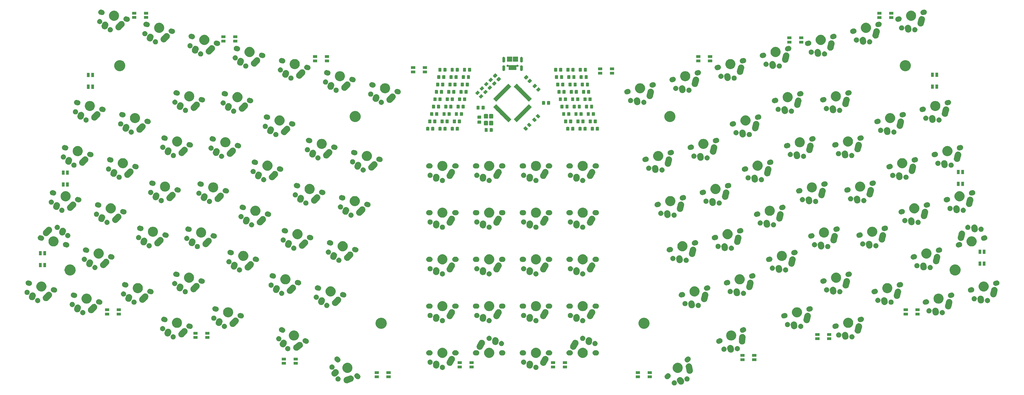
<source format=gbr>
G04 #@! TF.GenerationSoftware,KiCad,Pcbnew,(5.1.5)-3*
G04 #@! TF.CreationDate,2020-05-13T17:56:40+02:00*
G04 #@! TF.ProjectId,endgame_manualroute,656e6467-616d-4655-9f6d-616e75616c72,rev?*
G04 #@! TF.SameCoordinates,Original*
G04 #@! TF.FileFunction,Soldermask,Top*
G04 #@! TF.FilePolarity,Negative*
%FSLAX46Y46*%
G04 Gerber Fmt 4.6, Leading zero omitted, Abs format (unit mm)*
G04 Created by KiCad (PCBNEW (5.1.5)-3) date 2020-05-13 17:56:40*
%MOMM*%
%LPD*%
G04 APERTURE LIST*
%ADD10C,0.100000*%
G04 APERTURE END LIST*
D10*
G36*
X272004995Y-192576782D02*
G01*
X272186882Y-192652122D01*
X272196266Y-192656009D01*
X272368404Y-192771028D01*
X272514796Y-192917420D01*
X272614562Y-193066730D01*
X272619514Y-193074142D01*
X272635059Y-193093083D01*
X272654001Y-193108629D01*
X272675612Y-193120180D01*
X272699061Y-193127293D01*
X272708962Y-193128268D01*
X272698321Y-193145700D01*
X272689879Y-193168704D01*
X272686088Y-193192913D01*
X272687093Y-193217397D01*
X272695398Y-193247889D01*
X272709042Y-193280831D01*
X272749431Y-193483877D01*
X272749431Y-193690909D01*
X272709042Y-193893957D01*
X272647612Y-194042262D01*
X272629815Y-194085228D01*
X272514796Y-194257366D01*
X272368404Y-194403758D01*
X272196266Y-194518777D01*
X272196265Y-194518778D01*
X272196264Y-194518778D01*
X272004995Y-194598004D01*
X271801947Y-194638393D01*
X271594915Y-194638393D01*
X271391867Y-194598004D01*
X271200598Y-194518778D01*
X271200597Y-194518778D01*
X271200596Y-194518777D01*
X271028458Y-194403758D01*
X270882066Y-194257366D01*
X270767047Y-194085228D01*
X270749250Y-194042262D01*
X270687820Y-193893957D01*
X270647431Y-193690909D01*
X270647431Y-193483877D01*
X270687820Y-193280829D01*
X270767046Y-193089560D01*
X270804739Y-193033149D01*
X270882066Y-192917420D01*
X271028458Y-192771028D01*
X271200596Y-192656009D01*
X271209980Y-192652122D01*
X271391867Y-192576782D01*
X271594915Y-192536393D01*
X271801947Y-192536393D01*
X272004995Y-192576782D01*
G37*
G36*
X274265965Y-191225794D02*
G01*
X274514048Y-191290067D01*
X274678733Y-191369590D01*
X274744826Y-191401505D01*
X274854619Y-191484315D01*
X274949429Y-191555825D01*
X275077256Y-191699168D01*
X275494295Y-192271071D01*
X275565501Y-192392077D01*
X275591702Y-192436602D01*
X275676086Y-192678581D01*
X275709962Y-192920380D01*
X275711642Y-192932377D01*
X275697001Y-193188232D01*
X275632728Y-193436315D01*
X275530818Y-193647361D01*
X275521290Y-193667093D01*
X275417909Y-193804160D01*
X275366970Y-193871696D01*
X275175701Y-194042261D01*
X275074483Y-194101823D01*
X274954831Y-194172233D01*
X274712847Y-194256619D01*
X274459053Y-194292175D01*
X274459051Y-194292175D01*
X274203196Y-194277534D01*
X273955114Y-194213261D01*
X273724336Y-194101823D01*
X273645368Y-194042262D01*
X273519734Y-193947504D01*
X273391905Y-193804158D01*
X272974867Y-193232257D01*
X272951715Y-193192913D01*
X272918610Y-193136655D01*
X272904176Y-193116862D01*
X272886153Y-193100260D01*
X272865238Y-193087493D01*
X272842234Y-193079051D01*
X272825502Y-193076431D01*
X272827380Y-193074142D01*
X272838931Y-193052531D01*
X272846044Y-193029082D01*
X272848446Y-193004696D01*
X272846044Y-192980310D01*
X272841475Y-192963537D01*
X272793076Y-192824748D01*
X272757520Y-192570952D01*
X272759498Y-192536393D01*
X272772161Y-192315096D01*
X272836434Y-192067013D01*
X272947872Y-191836235D01*
X273051252Y-191699170D01*
X273102191Y-191631633D01*
X273102192Y-191631632D01*
X273293461Y-191461067D01*
X273514331Y-191331095D01*
X273756315Y-191246709D01*
X274010109Y-191211153D01*
X274010111Y-191211153D01*
X274265965Y-191225794D01*
G37*
G36*
X140475327Y-190583715D02*
G01*
X140536041Y-190604000D01*
X140718393Y-190664925D01*
X140840131Y-190734435D01*
X140940946Y-190791997D01*
X141108953Y-190937914D01*
X141134434Y-190960045D01*
X141163861Y-190998017D01*
X141291417Y-191162609D01*
X141308187Y-191196209D01*
X141405865Y-191391906D01*
X141473381Y-191639126D01*
X141490234Y-191878634D01*
X141491369Y-191894771D01*
X141459139Y-192149011D01*
X141418533Y-192270544D01*
X141377928Y-192392076D01*
X141363401Y-192417518D01*
X141250857Y-192614628D01*
X141082810Y-192808114D01*
X140880245Y-192965099D01*
X140800912Y-193004696D01*
X140708402Y-193050870D01*
X140336427Y-193192913D01*
X139028879Y-193692217D01*
X138843604Y-193742816D01*
X138587962Y-193760804D01*
X138587958Y-193760804D01*
X138333726Y-193728574D01*
X138333724Y-193728573D01*
X138333722Y-193728573D01*
X138292930Y-193714944D01*
X138090654Y-193647362D01*
X137923680Y-193552024D01*
X137868104Y-193520292D01*
X137674618Y-193352245D01*
X137517633Y-193149679D01*
X137403184Y-192920380D01*
X137335668Y-192673160D01*
X137317680Y-192417518D01*
X137317680Y-192417514D01*
X137349910Y-192163282D01*
X137354678Y-192149012D01*
X137363540Y-192122486D01*
X137431122Y-191920210D01*
X137551833Y-191708798D01*
X137558192Y-191697660D01*
X137726239Y-191504174D01*
X137928805Y-191347189D01*
X138100648Y-191261418D01*
X139780170Y-190620071D01*
X139965445Y-190569472D01*
X140221088Y-190551484D01*
X140475327Y-190583715D01*
G37*
G36*
X135412176Y-190971538D02*
G01*
X135603445Y-191050764D01*
X135603447Y-191050765D01*
X135775585Y-191165784D01*
X135921977Y-191312176D01*
X136034440Y-191480488D01*
X136036997Y-191484316D01*
X136116223Y-191675585D01*
X136156612Y-191878633D01*
X136156612Y-192085665D01*
X136116223Y-192288713D01*
X136036997Y-192479981D01*
X136036996Y-192479984D01*
X135921977Y-192652122D01*
X135775585Y-192798514D01*
X135603447Y-192913533D01*
X135603446Y-192913534D01*
X135603445Y-192913534D01*
X135412176Y-192992760D01*
X135209128Y-193033149D01*
X135002096Y-193033149D01*
X134799048Y-192992760D01*
X134607779Y-192913534D01*
X134607778Y-192913534D01*
X134607777Y-192913533D01*
X134435639Y-192798514D01*
X134289247Y-192652122D01*
X134174228Y-192479984D01*
X134174227Y-192479981D01*
X134095001Y-192288713D01*
X134054612Y-192085665D01*
X134054612Y-191878633D01*
X134095001Y-191675585D01*
X134174227Y-191484316D01*
X134176785Y-191480488D01*
X134289247Y-191312176D01*
X134435639Y-191165784D01*
X134607777Y-191050765D01*
X134607779Y-191050764D01*
X134799048Y-190971538D01*
X135002096Y-190931149D01*
X135209128Y-190931149D01*
X135412176Y-190971538D01*
G37*
G36*
X277185071Y-190971537D02*
G01*
X277376340Y-191050763D01*
X277376342Y-191050764D01*
X277548480Y-191165783D01*
X277694872Y-191312175D01*
X277807335Y-191480487D01*
X277809892Y-191484315D01*
X277889118Y-191675584D01*
X277929507Y-191878632D01*
X277929507Y-192085664D01*
X277889118Y-192288712D01*
X277835765Y-192417518D01*
X277809891Y-192479983D01*
X277694872Y-192652121D01*
X277548480Y-192798513D01*
X277376342Y-192913532D01*
X277376341Y-192913533D01*
X277376340Y-192913533D01*
X277185071Y-192992759D01*
X276982023Y-193033148D01*
X276774991Y-193033148D01*
X276571943Y-192992759D01*
X276380674Y-192913533D01*
X276380673Y-192913533D01*
X276380672Y-192913532D01*
X276208534Y-192798513D01*
X276062142Y-192652121D01*
X275947123Y-192479983D01*
X275921249Y-192417518D01*
X275867896Y-192288712D01*
X275827507Y-192085664D01*
X275827507Y-191878632D01*
X275867896Y-191675584D01*
X275947122Y-191484315D01*
X275949680Y-191480487D01*
X276062142Y-191312175D01*
X276208534Y-191165783D01*
X276380672Y-191050764D01*
X276380674Y-191050763D01*
X276571943Y-190971537D01*
X276774991Y-190931148D01*
X276982023Y-190931148D01*
X277185071Y-190971537D01*
G37*
G36*
X142881557Y-189658757D02*
G01*
X142988358Y-189681215D01*
X143084157Y-189701359D01*
X143274549Y-189782667D01*
X143402598Y-189870261D01*
X143402602Y-189870264D01*
X143402603Y-189870265D01*
X143864727Y-190258033D01*
X143970837Y-190366484D01*
X143973231Y-190368931D01*
X144086365Y-190542313D01*
X144134798Y-190662946D01*
X144163500Y-190734434D01*
X144201672Y-190937914D01*
X144199414Y-191144931D01*
X144168894Y-191290067D01*
X144156811Y-191347531D01*
X144133761Y-191401505D01*
X144075504Y-191537923D01*
X143990066Y-191662817D01*
X143958612Y-191708798D01*
X143810636Y-191853581D01*
X143637251Y-191966717D01*
X143445130Y-192043852D01*
X143398144Y-192052666D01*
X143241649Y-192082024D01*
X143034632Y-192079766D01*
X142863843Y-192043852D01*
X142832032Y-192037163D01*
X142744328Y-191999708D01*
X142641641Y-191955856D01*
X142552344Y-191894770D01*
X142513592Y-191868261D01*
X142475425Y-191836235D01*
X142051463Y-191480489D01*
X141942960Y-191369592D01*
X141942959Y-191369591D01*
X141829825Y-191196209D01*
X141752690Y-191004087D01*
X141736715Y-190918930D01*
X141714518Y-190800607D01*
X141716777Y-190593591D01*
X141759379Y-190390993D01*
X141759379Y-190390991D01*
X141840687Y-190200599D01*
X141957578Y-190029724D01*
X142105554Y-189884941D01*
X142278939Y-189771805D01*
X142471061Y-189694670D01*
X142471066Y-189694669D01*
X142674541Y-189656498D01*
X142881557Y-189658757D01*
G37*
G36*
X269466073Y-189685855D02*
G01*
X269513059Y-189694669D01*
X269705180Y-189771804D01*
X269878565Y-189884940D01*
X270026541Y-190029723D01*
X270026542Y-190029725D01*
X270143433Y-190200598D01*
X270167961Y-190258035D01*
X270224740Y-190390990D01*
X270233698Y-190433593D01*
X270267343Y-190593590D01*
X270269601Y-190800607D01*
X270231429Y-191004087D01*
X270221817Y-191028027D01*
X270154294Y-191196208D01*
X270041160Y-191369590D01*
X270041159Y-191369591D01*
X269932656Y-191480488D01*
X269508693Y-191836235D01*
X269470527Y-191868260D01*
X269342478Y-191955854D01*
X269152086Y-192037162D01*
X269066882Y-192055078D01*
X268949486Y-192079764D01*
X268742470Y-192082023D01*
X268538990Y-192043851D01*
X268522330Y-192037162D01*
X268346868Y-191966716D01*
X268173483Y-191853580D01*
X268025507Y-191708797D01*
X267908616Y-191537922D01*
X267827308Y-191347530D01*
X267801710Y-191225794D01*
X267784706Y-191144930D01*
X267782447Y-190937914D01*
X267820619Y-190734434D01*
X267846836Y-190669135D01*
X267897754Y-190542312D01*
X268010888Y-190368930D01*
X268013282Y-190366483D01*
X268119392Y-190258032D01*
X268581516Y-189870264D01*
X268581520Y-189870261D01*
X268581521Y-189870260D01*
X268628506Y-189838119D01*
X268709570Y-189782665D01*
X268812257Y-189738813D01*
X268899961Y-189701358D01*
X268942564Y-189692400D01*
X269102561Y-189658755D01*
X269309578Y-189656497D01*
X269466073Y-189685855D01*
G37*
G36*
X257752062Y-191677488D02*
G01*
X256050062Y-191677488D01*
X256050062Y-190575488D01*
X257752062Y-190575488D01*
X257752062Y-191677488D01*
G37*
G36*
X262552062Y-191677488D02*
G01*
X260850062Y-191677488D01*
X260850062Y-190575488D01*
X262552062Y-190575488D01*
X262552062Y-191677488D01*
G37*
G36*
X151652059Y-191677486D02*
G01*
X149950059Y-191677486D01*
X149950059Y-190575486D01*
X151652059Y-190575486D01*
X151652059Y-191677486D01*
G37*
G36*
X156452059Y-191677486D02*
G01*
X154750059Y-191677486D01*
X154750059Y-190575486D01*
X156452059Y-190575486D01*
X156452059Y-191677486D01*
G37*
G36*
X134303800Y-188014928D02*
G01*
X134320140Y-188016221D01*
X134402752Y-188039559D01*
X134566763Y-188085892D01*
X134642860Y-188124707D01*
X134795055Y-188202338D01*
X134996241Y-188361084D01*
X135162593Y-188556029D01*
X135287717Y-188779683D01*
X135329173Y-188907463D01*
X135366803Y-189023449D01*
X135396814Y-189277962D01*
X135376595Y-189533434D01*
X135306924Y-189780057D01*
X135253425Y-189884941D01*
X135190478Y-190008348D01*
X135071509Y-190159124D01*
X134580711Y-190669138D01*
X134434613Y-190793807D01*
X134384769Y-190821692D01*
X134210958Y-190918931D01*
X133967193Y-190998017D01*
X133712680Y-191028028D01*
X133473548Y-191009102D01*
X133457208Y-191007809D01*
X133328812Y-190971537D01*
X133210585Y-190938138D01*
X133096440Y-190879915D01*
X132982294Y-190821692D01*
X132781107Y-190662946D01*
X132614755Y-190468001D01*
X132531340Y-190318898D01*
X132489631Y-190244346D01*
X132410545Y-190000581D01*
X132380534Y-189746068D01*
X132400753Y-189490597D01*
X132416553Y-189434669D01*
X132460229Y-189280061D01*
X132470424Y-189243973D01*
X132586870Y-189015682D01*
X132672260Y-188907463D01*
X132705839Y-188864906D01*
X133196637Y-188354892D01*
X133269585Y-188292644D01*
X133286568Y-188274995D01*
X133299788Y-188254363D01*
X133308729Y-188231549D01*
X133313047Y-188207428D01*
X133312577Y-188182929D01*
X133308142Y-188162672D01*
X133314485Y-188167878D01*
X133336096Y-188179429D01*
X133359545Y-188186542D01*
X133383931Y-188188944D01*
X133408317Y-188186542D01*
X133431766Y-188179429D01*
X133444960Y-188173033D01*
X133450151Y-188170129D01*
X133566389Y-188105099D01*
X133810154Y-188026013D01*
X134064667Y-187996002D01*
X134303800Y-188014928D01*
G37*
G36*
X257752062Y-189927488D02*
G01*
X256050062Y-189927488D01*
X256050062Y-188825488D01*
X257752062Y-188825488D01*
X257752062Y-189927488D01*
G37*
G36*
X262552062Y-189927488D02*
G01*
X260850062Y-189927488D01*
X260850062Y-188825488D01*
X262552062Y-188825488D01*
X262552062Y-189927488D01*
G37*
G36*
X156452059Y-189927486D02*
G01*
X154750059Y-189927486D01*
X154750059Y-188825486D01*
X156452059Y-188825486D01*
X156452059Y-189927486D01*
G37*
G36*
X151652059Y-189927486D02*
G01*
X149950059Y-189927486D01*
X149950059Y-188825486D01*
X151652059Y-188825486D01*
X151652059Y-189927486D01*
G37*
G36*
X277901328Y-185678231D02*
G01*
X278146113Y-185754122D01*
X278371382Y-185876305D01*
X278568486Y-186040090D01*
X278729853Y-186239184D01*
X278849277Y-186465931D01*
X278861273Y-186506364D01*
X278903906Y-186650059D01*
X279243864Y-188415434D01*
X279261521Y-188606680D01*
X279261521Y-188606683D01*
X279234845Y-188861562D01*
X279158954Y-189106347D01*
X279036772Y-189331613D01*
X278943035Y-189444418D01*
X278872984Y-189528721D01*
X278673892Y-189690087D01*
X278567602Y-189746068D01*
X278447145Y-189809511D01*
X278201457Y-189882404D01*
X278099380Y-189891828D01*
X277946267Y-189905965D01*
X277946264Y-189905965D01*
X277691386Y-189879289D01*
X277609791Y-189853992D01*
X277446604Y-189803399D01*
X277446600Y-189803397D01*
X277221332Y-189681215D01*
X277024228Y-189517430D01*
X276862861Y-189318336D01*
X276743437Y-189091589D01*
X276688809Y-188907463D01*
X276688808Y-188907461D01*
X276348850Y-187142085D01*
X276331193Y-186950840D01*
X276331193Y-186950837D01*
X276357869Y-186695958D01*
X276433760Y-186451173D01*
X276555943Y-186225904D01*
X276719728Y-186028800D01*
X276918822Y-185867433D01*
X277145569Y-185748009D01*
X277391257Y-185675116D01*
X277529830Y-185662322D01*
X277646446Y-185651555D01*
X277646449Y-185651555D01*
X277901328Y-185678231D01*
G37*
G36*
X139496313Y-185490305D02*
G01*
X139869570Y-185644913D01*
X139869572Y-185644914D01*
X140205495Y-185869371D01*
X140491175Y-186155051D01*
X140698899Y-186465931D01*
X140715633Y-186490976D01*
X140870241Y-186864233D01*
X140949059Y-187260480D01*
X140949059Y-187664494D01*
X140870241Y-188060741D01*
X140723323Y-188415432D01*
X140715632Y-188434000D01*
X140491175Y-188769923D01*
X140205495Y-189055603D01*
X139869572Y-189280060D01*
X139869571Y-189280061D01*
X139869570Y-189280061D01*
X139496313Y-189434669D01*
X139100066Y-189513487D01*
X138696052Y-189513487D01*
X138299805Y-189434669D01*
X137926548Y-189280061D01*
X137926547Y-189280061D01*
X137926546Y-189280060D01*
X137590623Y-189055603D01*
X137304943Y-188769923D01*
X137080486Y-188434000D01*
X137072795Y-188415432D01*
X136925877Y-188060741D01*
X136847059Y-187664494D01*
X136847059Y-187260480D01*
X136925877Y-186864233D01*
X137080485Y-186490976D01*
X137097220Y-186465931D01*
X137304943Y-186155051D01*
X137590623Y-185869371D01*
X137926546Y-185644914D01*
X137926548Y-185644913D01*
X138299805Y-185490305D01*
X138696052Y-185411487D01*
X139100066Y-185411487D01*
X139496313Y-185490305D01*
G37*
G36*
X273684314Y-185490304D02*
G01*
X274057571Y-185644912D01*
X274057573Y-185644913D01*
X274393496Y-185869370D01*
X274679176Y-186155050D01*
X274855606Y-186419095D01*
X274903634Y-186490975D01*
X275058242Y-186864232D01*
X275137060Y-187260479D01*
X275137060Y-187664493D01*
X275058242Y-188060740D01*
X274933835Y-188361085D01*
X274903633Y-188433999D01*
X274679176Y-188769922D01*
X274393496Y-189055602D01*
X274057573Y-189280059D01*
X274057572Y-189280060D01*
X274057571Y-189280060D01*
X273684314Y-189434668D01*
X273288067Y-189513486D01*
X272884053Y-189513486D01*
X272487806Y-189434668D01*
X272114549Y-189280060D01*
X272114548Y-189280060D01*
X272114547Y-189280059D01*
X271778624Y-189055602D01*
X271492944Y-188769922D01*
X271268487Y-188433999D01*
X271238285Y-188361085D01*
X271113878Y-188060740D01*
X271035060Y-187664493D01*
X271035060Y-187260479D01*
X271113878Y-186864232D01*
X271268486Y-186490975D01*
X271316515Y-186419095D01*
X271492944Y-186155050D01*
X271778624Y-185869370D01*
X272114547Y-185644913D01*
X272114549Y-185644912D01*
X272487806Y-185490304D01*
X272884053Y-185411486D01*
X273288067Y-185411486D01*
X273684314Y-185490304D01*
G37*
G36*
X215798624Y-186253876D02*
G01*
X215989893Y-186333102D01*
X215989895Y-186333103D01*
X216118591Y-186419095D01*
X216162033Y-186448122D01*
X216308425Y-186594514D01*
X216423445Y-186766654D01*
X216502671Y-186957923D01*
X216543060Y-187160971D01*
X216543060Y-187368003D01*
X216502671Y-187571051D01*
X216458584Y-187677487D01*
X216423444Y-187762322D01*
X216308425Y-187934460D01*
X216162033Y-188080852D01*
X215989895Y-188195871D01*
X215989894Y-188195872D01*
X215989893Y-188195872D01*
X215798624Y-188275098D01*
X215595576Y-188315487D01*
X215388544Y-188315487D01*
X215185496Y-188275098D01*
X214994227Y-188195872D01*
X214994226Y-188195872D01*
X214994225Y-188195871D01*
X214822087Y-188080852D01*
X214675695Y-187934460D01*
X214560676Y-187762322D01*
X214525536Y-187677487D01*
X214481449Y-187571051D01*
X214441060Y-187368003D01*
X214441060Y-187160971D01*
X214481449Y-186957923D01*
X214560675Y-186766654D01*
X214675695Y-186594514D01*
X214822087Y-186448122D01*
X214865529Y-186419095D01*
X214994225Y-186333103D01*
X214994227Y-186333102D01*
X215185496Y-186253876D01*
X215388544Y-186213487D01*
X215595576Y-186213487D01*
X215798624Y-186253876D01*
G37*
G36*
X177798623Y-186253876D02*
G01*
X177989892Y-186333102D01*
X177989894Y-186333103D01*
X178118590Y-186419095D01*
X178162032Y-186448122D01*
X178308424Y-186594514D01*
X178423444Y-186766654D01*
X178502670Y-186957923D01*
X178543059Y-187160971D01*
X178543059Y-187368003D01*
X178502670Y-187571051D01*
X178458583Y-187677487D01*
X178423443Y-187762322D01*
X178308424Y-187934460D01*
X178162032Y-188080852D01*
X177989894Y-188195871D01*
X177989893Y-188195872D01*
X177989892Y-188195872D01*
X177798623Y-188275098D01*
X177595575Y-188315487D01*
X177388543Y-188315487D01*
X177185495Y-188275098D01*
X176994226Y-188195872D01*
X176994225Y-188195872D01*
X176994224Y-188195871D01*
X176822086Y-188080852D01*
X176675694Y-187934460D01*
X176560675Y-187762322D01*
X176525535Y-187677487D01*
X176481448Y-187571051D01*
X176441059Y-187368003D01*
X176441059Y-187160971D01*
X176481448Y-186957923D01*
X176560674Y-186766654D01*
X176675694Y-186594514D01*
X176822086Y-186448122D01*
X176865528Y-186419095D01*
X176994224Y-186333103D01*
X176994226Y-186333102D01*
X177185495Y-186253876D01*
X177388543Y-186213487D01*
X177595575Y-186213487D01*
X177798623Y-186253876D01*
G37*
G36*
X132931808Y-186148907D02*
G01*
X133117698Y-186225905D01*
X133123079Y-186228134D01*
X133295217Y-186343153D01*
X133441609Y-186489545D01*
X133548860Y-186650057D01*
X133556629Y-186661685D01*
X133635855Y-186852954D01*
X133676244Y-187056002D01*
X133676244Y-187263034D01*
X133635855Y-187466082D01*
X133592375Y-187571052D01*
X133556628Y-187657353D01*
X133524341Y-187705674D01*
X133441609Y-187829491D01*
X133295543Y-187975557D01*
X133279998Y-187994499D01*
X133268447Y-188016110D01*
X133261334Y-188039559D01*
X133258932Y-188063945D01*
X133261334Y-188088331D01*
X133264422Y-188098510D01*
X133245235Y-188086216D01*
X133222421Y-188077275D01*
X133198300Y-188072957D01*
X133173801Y-188073427D01*
X133149864Y-188078668D01*
X133133707Y-188086500D01*
X132931808Y-188170129D01*
X132728760Y-188210518D01*
X132521728Y-188210518D01*
X132318680Y-188170129D01*
X132127411Y-188090903D01*
X132127410Y-188090903D01*
X132127409Y-188090902D01*
X131955271Y-187975883D01*
X131808879Y-187829491D01*
X131693860Y-187657353D01*
X131658113Y-187571052D01*
X131614633Y-187466082D01*
X131574244Y-187263034D01*
X131574244Y-187056002D01*
X131614633Y-186852954D01*
X131693859Y-186661685D01*
X131701629Y-186650057D01*
X131808879Y-186489545D01*
X131955271Y-186343153D01*
X132127409Y-186228134D01*
X132132790Y-186225905D01*
X132318680Y-186148907D01*
X132521728Y-186108518D01*
X132728760Y-186108518D01*
X132931808Y-186148907D01*
G37*
G36*
X175333438Y-184603300D02*
G01*
X175573050Y-184694200D01*
X175721743Y-184787204D01*
X175790324Y-184830100D01*
X175976911Y-185005775D01*
X176081947Y-185153167D01*
X176125639Y-185214477D01*
X176230794Y-185448184D01*
X176230795Y-185448188D01*
X176288335Y-185697915D01*
X176294117Y-185889881D01*
X176283020Y-186052650D01*
X176245975Y-186596058D01*
X176214194Y-186785470D01*
X176123294Y-187025082D01*
X176038298Y-187160971D01*
X175987394Y-187242356D01*
X175811719Y-187428943D01*
X175655457Y-187540300D01*
X175603017Y-187577671D01*
X175369310Y-187682826D01*
X175369306Y-187682827D01*
X175119580Y-187740367D01*
X174863425Y-187748081D01*
X174863421Y-187748081D01*
X174610680Y-187705674D01*
X174371068Y-187614774D01*
X174153794Y-187478874D01*
X173967207Y-187303199D01*
X173852392Y-187142085D01*
X173818479Y-187094497D01*
X173713324Y-186860790D01*
X173691634Y-186766654D01*
X173655783Y-186611059D01*
X173650001Y-186419095D01*
X173676609Y-186028799D01*
X173698143Y-185712916D01*
X173717559Y-185597197D01*
X173719225Y-185572753D01*
X173716090Y-185548450D01*
X173708275Y-185525226D01*
X173697662Y-185506734D01*
X173714981Y-185497477D01*
X173733923Y-185481932D01*
X173749468Y-185462990D01*
X173762404Y-185437887D01*
X173820824Y-185283892D01*
X173956724Y-185066618D01*
X173967937Y-185054709D01*
X174132399Y-184880031D01*
X174288661Y-184768674D01*
X174341101Y-184731303D01*
X174574808Y-184626148D01*
X174574812Y-184626147D01*
X174824538Y-184568607D01*
X175080693Y-184560893D01*
X175080697Y-184560893D01*
X175333438Y-184603300D01*
G37*
G36*
X213333439Y-184603300D02*
G01*
X213573051Y-184694200D01*
X213721744Y-184787204D01*
X213790325Y-184830100D01*
X213976912Y-185005775D01*
X214081948Y-185153167D01*
X214125640Y-185214477D01*
X214230795Y-185448184D01*
X214230796Y-185448188D01*
X214288336Y-185697915D01*
X214294118Y-185889881D01*
X214283021Y-186052650D01*
X214245976Y-186596058D01*
X214214195Y-186785470D01*
X214123295Y-187025082D01*
X214038299Y-187160971D01*
X213987395Y-187242356D01*
X213811720Y-187428943D01*
X213655458Y-187540300D01*
X213603018Y-187577671D01*
X213369311Y-187682826D01*
X213369307Y-187682827D01*
X213119581Y-187740367D01*
X212863426Y-187748081D01*
X212863422Y-187748081D01*
X212610681Y-187705674D01*
X212371069Y-187614774D01*
X212153795Y-187478874D01*
X211967208Y-187303199D01*
X211852393Y-187142085D01*
X211818480Y-187094497D01*
X211713325Y-186860790D01*
X211691635Y-186766654D01*
X211655784Y-186611059D01*
X211650002Y-186419095D01*
X211676610Y-186028799D01*
X211698144Y-185712916D01*
X211717560Y-185597197D01*
X211719226Y-185572753D01*
X211716091Y-185548450D01*
X211708276Y-185525226D01*
X211697663Y-185506734D01*
X211714982Y-185497477D01*
X211733924Y-185481932D01*
X211749469Y-185462990D01*
X211762405Y-185437887D01*
X211820825Y-185283892D01*
X211956725Y-185066618D01*
X211967938Y-185054709D01*
X212132400Y-184880031D01*
X212288662Y-184768674D01*
X212341102Y-184731303D01*
X212574809Y-184626148D01*
X212574813Y-184626147D01*
X212824539Y-184568607D01*
X213080694Y-184560893D01*
X213080698Y-184560893D01*
X213333439Y-184603300D01*
G37*
G36*
X185382057Y-187677487D02*
G01*
X183680057Y-187677487D01*
X183680057Y-186575487D01*
X185382057Y-186575487D01*
X185382057Y-187677487D01*
G37*
G36*
X190182057Y-187677487D02*
G01*
X188480057Y-187677487D01*
X188480057Y-186575487D01*
X190182057Y-186575487D01*
X190182057Y-187677487D01*
G37*
G36*
X223312059Y-187677485D02*
G01*
X221610059Y-187677485D01*
X221610059Y-186575485D01*
X223312059Y-186575485D01*
X223312059Y-187677485D01*
G37*
G36*
X228112059Y-187677485D02*
G01*
X226410059Y-187677485D01*
X226410059Y-186575485D01*
X228112059Y-186575485D01*
X228112059Y-187677485D01*
G37*
G36*
X219453409Y-182606258D02*
G01*
X219703868Y-182660523D01*
X219836846Y-182718275D01*
X219938933Y-182762610D01*
X220149563Y-182908594D01*
X220327667Y-183092865D01*
X220466399Y-183308341D01*
X220466400Y-183308344D01*
X220560429Y-183546743D01*
X220606141Y-183798905D01*
X220603922Y-183929283D01*
X220601780Y-184055144D01*
X220601779Y-184055147D01*
X220547514Y-184305607D01*
X220471009Y-184481767D01*
X219918337Y-185474721D01*
X219596668Y-186052647D01*
X219487264Y-186210500D01*
X219302992Y-186388604D01*
X219087516Y-186527336D01*
X219087512Y-186527337D01*
X219087513Y-186527337D01*
X218849114Y-186621366D01*
X218596953Y-186667078D01*
X218596951Y-186667078D01*
X218340714Y-186662717D01*
X218245081Y-186641997D01*
X218090252Y-186608451D01*
X218035646Y-186584736D01*
X217855187Y-186506364D01*
X217644557Y-186360381D01*
X217466453Y-186176109D01*
X217327721Y-185960633D01*
X217314647Y-185927485D01*
X217233691Y-185722231D01*
X217187979Y-185470070D01*
X217188096Y-185463216D01*
X217192340Y-185213831D01*
X217213060Y-185118198D01*
X217246606Y-184963369D01*
X217323111Y-184787208D01*
X217374878Y-184694201D01*
X218197452Y-183216327D01*
X218306856Y-183058474D01*
X218491127Y-182880370D01*
X218491130Y-182880368D01*
X218491131Y-182880367D01*
X218706602Y-182741638D01*
X218944999Y-182647610D01*
X219102606Y-182619039D01*
X219197168Y-182601897D01*
X219197171Y-182601897D01*
X219453409Y-182606258D01*
G37*
G36*
X181453408Y-182606258D02*
G01*
X181703867Y-182660523D01*
X181836845Y-182718275D01*
X181938932Y-182762610D01*
X182149562Y-182908594D01*
X182327666Y-183092865D01*
X182466398Y-183308341D01*
X182466399Y-183308344D01*
X182560428Y-183546743D01*
X182606140Y-183798905D01*
X182603921Y-183929283D01*
X182601779Y-184055144D01*
X182601778Y-184055147D01*
X182547513Y-184305607D01*
X182471008Y-184481767D01*
X181918336Y-185474721D01*
X181596667Y-186052647D01*
X181487263Y-186210500D01*
X181302991Y-186388604D01*
X181087515Y-186527336D01*
X181087511Y-186527337D01*
X181087512Y-186527337D01*
X180849113Y-186621366D01*
X180596952Y-186667078D01*
X180596950Y-186667078D01*
X180340713Y-186662717D01*
X180245080Y-186641997D01*
X180090251Y-186608451D01*
X180035645Y-186584736D01*
X179855186Y-186506364D01*
X179644556Y-186360381D01*
X179466452Y-186176109D01*
X179327720Y-185960633D01*
X179314646Y-185927485D01*
X179233690Y-185722231D01*
X179187978Y-185470070D01*
X179188095Y-185463216D01*
X179192339Y-185213831D01*
X179213059Y-185118198D01*
X179246605Y-184963369D01*
X179323110Y-184787208D01*
X179374877Y-184694201D01*
X180197451Y-183216327D01*
X180306855Y-183058474D01*
X180491126Y-182880370D01*
X180491129Y-182880368D01*
X180491130Y-182880367D01*
X180706601Y-182741638D01*
X180944998Y-182647610D01*
X181102605Y-182619039D01*
X181197167Y-182601897D01*
X181197170Y-182601897D01*
X181453408Y-182606258D01*
G37*
G36*
X172798623Y-184153876D02*
G01*
X172989892Y-184233102D01*
X172989894Y-184233103D01*
X173162032Y-184348122D01*
X173308424Y-184494514D01*
X173381113Y-184603300D01*
X173423444Y-184666654D01*
X173502670Y-184857923D01*
X173543059Y-185060971D01*
X173543059Y-185268003D01*
X173522938Y-185369158D01*
X173520536Y-185393544D01*
X173522938Y-185417930D01*
X173530051Y-185441379D01*
X173541602Y-185462990D01*
X173541787Y-185463216D01*
X173521740Y-185474721D01*
X173503275Y-185490829D01*
X173488307Y-185510231D01*
X173478799Y-185528681D01*
X173430654Y-185644913D01*
X173423443Y-185662322D01*
X173308424Y-185834460D01*
X173162032Y-185980852D01*
X172989894Y-186095871D01*
X172989893Y-186095872D01*
X172989892Y-186095872D01*
X172798623Y-186175098D01*
X172595575Y-186215487D01*
X172388543Y-186215487D01*
X172185495Y-186175098D01*
X171994226Y-186095872D01*
X171994225Y-186095872D01*
X171994224Y-186095871D01*
X171822086Y-185980852D01*
X171675694Y-185834460D01*
X171560675Y-185662322D01*
X171553464Y-185644913D01*
X171481448Y-185471051D01*
X171441059Y-185268003D01*
X171441059Y-185060971D01*
X171481448Y-184857923D01*
X171560674Y-184666654D01*
X171603006Y-184603300D01*
X171675694Y-184494514D01*
X171822086Y-184348122D01*
X171994224Y-184233103D01*
X171994226Y-184233102D01*
X172185495Y-184153876D01*
X172388543Y-184113487D01*
X172595575Y-184113487D01*
X172798623Y-184153876D01*
G37*
G36*
X210798624Y-184153876D02*
G01*
X210989893Y-184233102D01*
X210989895Y-184233103D01*
X211162033Y-184348122D01*
X211308425Y-184494514D01*
X211381114Y-184603300D01*
X211423445Y-184666654D01*
X211502671Y-184857923D01*
X211543060Y-185060971D01*
X211543060Y-185268003D01*
X211522939Y-185369158D01*
X211520537Y-185393544D01*
X211522939Y-185417930D01*
X211530052Y-185441379D01*
X211541603Y-185462990D01*
X211541788Y-185463216D01*
X211521741Y-185474721D01*
X211503276Y-185490829D01*
X211488308Y-185510231D01*
X211478800Y-185528681D01*
X211430655Y-185644913D01*
X211423444Y-185662322D01*
X211308425Y-185834460D01*
X211162033Y-185980852D01*
X210989895Y-186095871D01*
X210989894Y-186095872D01*
X210989893Y-186095872D01*
X210798624Y-186175098D01*
X210595576Y-186215487D01*
X210388544Y-186215487D01*
X210185496Y-186175098D01*
X209994227Y-186095872D01*
X209994226Y-186095872D01*
X209994225Y-186095871D01*
X209822087Y-185980852D01*
X209675695Y-185834460D01*
X209560676Y-185662322D01*
X209553465Y-185644913D01*
X209481449Y-185471051D01*
X209441060Y-185268003D01*
X209441060Y-185060971D01*
X209481449Y-184857923D01*
X209560675Y-184666654D01*
X209603007Y-184603300D01*
X209675695Y-184494514D01*
X209822087Y-184348122D01*
X209994225Y-184233103D01*
X209994227Y-184233102D01*
X210185496Y-184153876D01*
X210388544Y-184113487D01*
X210595576Y-184113487D01*
X210798624Y-184153876D01*
G37*
G36*
X118742058Y-186177486D02*
G01*
X117040058Y-186177486D01*
X117040058Y-185075486D01*
X118742058Y-185075486D01*
X118742058Y-186177486D01*
G37*
G36*
X113942058Y-186177486D02*
G01*
X112240058Y-186177486D01*
X112240058Y-185075486D01*
X113942058Y-185075486D01*
X113942058Y-186177486D01*
G37*
G36*
X185382057Y-185927487D02*
G01*
X183680057Y-185927487D01*
X183680057Y-184825487D01*
X185382057Y-184825487D01*
X185382057Y-185927487D01*
G37*
G36*
X190182057Y-185927487D02*
G01*
X188480057Y-185927487D01*
X188480057Y-184825487D01*
X190182057Y-184825487D01*
X190182057Y-185927487D01*
G37*
G36*
X223312059Y-185927485D02*
G01*
X221610059Y-185927485D01*
X221610059Y-184825485D01*
X223312059Y-184825485D01*
X223312059Y-185927485D01*
G37*
G36*
X228112059Y-185927485D02*
G01*
X226410059Y-185927485D01*
X226410059Y-184825485D01*
X228112059Y-184825485D01*
X228112059Y-185927485D01*
G37*
G36*
X134761485Y-182845209D02*
G01*
X134878881Y-182869895D01*
X134964085Y-182887811D01*
X135154477Y-182969119D01*
X135282526Y-183056713D01*
X135282530Y-183056716D01*
X135282531Y-183056717D01*
X135744655Y-183444485D01*
X135844705Y-183546743D01*
X135853159Y-183555383D01*
X135966293Y-183728765D01*
X136021331Y-183865848D01*
X136043428Y-183920886D01*
X136081600Y-184124366D01*
X136079342Y-184331383D01*
X136059133Y-184427486D01*
X136036739Y-184533983D01*
X136007137Y-184603300D01*
X135955432Y-184724375D01*
X135869994Y-184849269D01*
X135838540Y-184895250D01*
X135690564Y-185040033D01*
X135517179Y-185153169D01*
X135325058Y-185230304D01*
X135278072Y-185239118D01*
X135121577Y-185268476D01*
X134914560Y-185266218D01*
X134743771Y-185230304D01*
X134711960Y-185223615D01*
X134624256Y-185186160D01*
X134521569Y-185142308D01*
X134423887Y-185075486D01*
X134393520Y-185054713D01*
X134335198Y-185005775D01*
X133931391Y-184666941D01*
X133822888Y-184556044D01*
X133822887Y-184556043D01*
X133709753Y-184382661D01*
X133632618Y-184190539D01*
X133620204Y-184124364D01*
X133594446Y-183987059D01*
X133596705Y-183780043D01*
X133639307Y-183577445D01*
X133639307Y-183577443D01*
X133720615Y-183387051D01*
X133837506Y-183216176D01*
X133985482Y-183071393D01*
X134158867Y-182958257D01*
X134350989Y-182881122D01*
X134355014Y-182880367D01*
X134554469Y-182842950D01*
X134761485Y-182845209D01*
G37*
G36*
X277586145Y-182872307D02*
G01*
X277633131Y-182881121D01*
X277825252Y-182958256D01*
X277998637Y-183071392D01*
X278146613Y-183216175D01*
X278146614Y-183216177D01*
X278263505Y-183387050D01*
X278288033Y-183444487D01*
X278344812Y-183577442D01*
X278353770Y-183620045D01*
X278387415Y-183780042D01*
X278389673Y-183987059D01*
X278351501Y-184190538D01*
X278274366Y-184382660D01*
X278161232Y-184556042D01*
X278161231Y-184556043D01*
X278052728Y-184666940D01*
X277648920Y-185005775D01*
X277590599Y-185054712D01*
X277462550Y-185142306D01*
X277272158Y-185223614D01*
X277186954Y-185241530D01*
X277069558Y-185266216D01*
X276862542Y-185268475D01*
X276659062Y-185230303D01*
X276618035Y-185213831D01*
X276466940Y-185153168D01*
X276293555Y-185040032D01*
X276145579Y-184895249D01*
X276028688Y-184724374D01*
X275947380Y-184533982D01*
X275915561Y-184382660D01*
X275904778Y-184331382D01*
X275902519Y-184124366D01*
X275940691Y-183920886D01*
X275989665Y-183798906D01*
X276017826Y-183728764D01*
X276130960Y-183555382D01*
X276139414Y-183546742D01*
X276239464Y-183444484D01*
X276701588Y-183056716D01*
X276701592Y-183056713D01*
X276701593Y-183056712D01*
X276748578Y-183024571D01*
X276829642Y-182969117D01*
X276932329Y-182925265D01*
X277020033Y-182887810D01*
X277062636Y-182878852D01*
X277222633Y-182845207D01*
X277429650Y-182842949D01*
X277586145Y-182872307D01*
G37*
G36*
X300242060Y-184677486D02*
G01*
X298540060Y-184677486D01*
X298540060Y-183575486D01*
X300242060Y-183575486D01*
X300242060Y-184677486D01*
G37*
G36*
X305042060Y-184677486D02*
G01*
X303340060Y-184677486D01*
X303340060Y-183575486D01*
X305042060Y-183575486D01*
X305042060Y-184677486D01*
G37*
G36*
X113942058Y-184427486D02*
G01*
X112240058Y-184427486D01*
X112240058Y-183325486D01*
X113942058Y-183325486D01*
X113942058Y-184427486D01*
G37*
G36*
X118742058Y-184427486D02*
G01*
X117040058Y-184427486D01*
X117040058Y-183325486D01*
X118742058Y-183325486D01*
X118742058Y-184427486D01*
G37*
G36*
X178090313Y-179392305D02*
G01*
X178463570Y-179546913D01*
X178463572Y-179546914D01*
X178799495Y-179771371D01*
X179085175Y-180057051D01*
X179309631Y-180392972D01*
X179309633Y-180392976D01*
X179464241Y-180766233D01*
X179543059Y-181162480D01*
X179543059Y-181566494D01*
X179464241Y-181962741D01*
X179348324Y-182242589D01*
X179309632Y-182336000D01*
X179085175Y-182671923D01*
X178799495Y-182957603D01*
X178463572Y-183182060D01*
X178463571Y-183182061D01*
X178463570Y-183182061D01*
X178090313Y-183336669D01*
X177694066Y-183415487D01*
X177290052Y-183415487D01*
X176893805Y-183336669D01*
X176520548Y-183182061D01*
X176520547Y-183182061D01*
X176520546Y-183182060D01*
X176184623Y-182957603D01*
X175898943Y-182671923D01*
X175674486Y-182336000D01*
X175635794Y-182242589D01*
X175519877Y-181962741D01*
X175441059Y-181566494D01*
X175441059Y-181162480D01*
X175519877Y-180766233D01*
X175674485Y-180392976D01*
X175674488Y-180392972D01*
X175898943Y-180057051D01*
X176184623Y-179771371D01*
X176520546Y-179546914D01*
X176520548Y-179546913D01*
X176893805Y-179392305D01*
X177290052Y-179313487D01*
X177694066Y-179313487D01*
X178090313Y-179392305D01*
G37*
G36*
X216090314Y-179392305D02*
G01*
X216463571Y-179546913D01*
X216463573Y-179546914D01*
X216799496Y-179771371D01*
X217085176Y-180057051D01*
X217309632Y-180392972D01*
X217309634Y-180392976D01*
X217464242Y-180766233D01*
X217543060Y-181162480D01*
X217543060Y-181566494D01*
X217464242Y-181962741D01*
X217348325Y-182242589D01*
X217309633Y-182336000D01*
X217085176Y-182671923D01*
X216799496Y-182957603D01*
X216463573Y-183182060D01*
X216463572Y-183182061D01*
X216463571Y-183182061D01*
X216090314Y-183336669D01*
X215694067Y-183415487D01*
X215290053Y-183415487D01*
X214893806Y-183336669D01*
X214520549Y-183182061D01*
X214520548Y-183182061D01*
X214520547Y-183182060D01*
X214184624Y-182957603D01*
X213898944Y-182671923D01*
X213674487Y-182336000D01*
X213635795Y-182242589D01*
X213519878Y-181962741D01*
X213441060Y-181566494D01*
X213441060Y-181162480D01*
X213519878Y-180766233D01*
X213674486Y-180392976D01*
X213674489Y-180392972D01*
X213898944Y-180057051D01*
X214184624Y-179771371D01*
X214520547Y-179546914D01*
X214520549Y-179546913D01*
X214893806Y-179392305D01*
X215290053Y-179313487D01*
X215694067Y-179313487D01*
X216090314Y-179392305D01*
G37*
G36*
X197090314Y-179392304D02*
G01*
X197463571Y-179546912D01*
X197463573Y-179546913D01*
X197799496Y-179771370D01*
X198085176Y-180057050D01*
X198306839Y-180388791D01*
X198309634Y-180392975D01*
X198464242Y-180766232D01*
X198543060Y-181162479D01*
X198543060Y-181566493D01*
X198464242Y-181962740D01*
X198402726Y-182111252D01*
X198309633Y-182335999D01*
X198085176Y-182671922D01*
X197799496Y-182957602D01*
X197463573Y-183182059D01*
X197463572Y-183182060D01*
X197463571Y-183182060D01*
X197090314Y-183336668D01*
X196694067Y-183415486D01*
X196290053Y-183415486D01*
X195893806Y-183336668D01*
X195520549Y-183182060D01*
X195520548Y-183182060D01*
X195520547Y-183182059D01*
X195184624Y-182957602D01*
X194898944Y-182671922D01*
X194674487Y-182335999D01*
X194581394Y-182111252D01*
X194519878Y-181962740D01*
X194441060Y-181566493D01*
X194441060Y-181162479D01*
X194519878Y-180766232D01*
X194674486Y-180392975D01*
X194677282Y-180388791D01*
X194898944Y-180057050D01*
X195184624Y-179771370D01*
X195520547Y-179546913D01*
X195520549Y-179546912D01*
X195893806Y-179392304D01*
X196290053Y-179313486D01*
X196694067Y-179313486D01*
X197090314Y-179392304D01*
G37*
G36*
X235090314Y-179392303D02*
G01*
X235380855Y-179512649D01*
X235463573Y-179546912D01*
X235799496Y-179771369D01*
X236085176Y-180057049D01*
X236306841Y-180388793D01*
X236309634Y-180392974D01*
X236464242Y-180766231D01*
X236543060Y-181162478D01*
X236543060Y-181566492D01*
X236464242Y-181962739D01*
X236402726Y-182111251D01*
X236309633Y-182335998D01*
X236085176Y-182671921D01*
X235799496Y-182957601D01*
X235463573Y-183182058D01*
X235463572Y-183182059D01*
X235463571Y-183182059D01*
X235090314Y-183336667D01*
X234694067Y-183415485D01*
X234290053Y-183415485D01*
X233893806Y-183336667D01*
X233520549Y-183182059D01*
X233520548Y-183182059D01*
X233520547Y-183182058D01*
X233184624Y-182957601D01*
X232898944Y-182671921D01*
X232674487Y-182335998D01*
X232581394Y-182111251D01*
X232519878Y-181962739D01*
X232441060Y-181566492D01*
X232441060Y-181162478D01*
X232519878Y-180766231D01*
X232674486Y-180392974D01*
X232677280Y-180388793D01*
X232898944Y-180057049D01*
X233184624Y-179771369D01*
X233520547Y-179546912D01*
X233603265Y-179512649D01*
X233893806Y-179392303D01*
X234290053Y-179313485D01*
X234694067Y-179313485D01*
X235090314Y-179392303D01*
G37*
G36*
X300242060Y-182927486D02*
G01*
X298540060Y-182927486D01*
X298540060Y-181825486D01*
X300242060Y-181825486D01*
X300242060Y-182927486D01*
G37*
G36*
X305042060Y-182927486D02*
G01*
X303340060Y-182927486D01*
X303340060Y-181825486D01*
X305042060Y-181825486D01*
X305042060Y-182927486D01*
G37*
G36*
X172545156Y-180318556D02*
G01*
X172648091Y-180328694D01*
X172846205Y-180388792D01*
X172846208Y-180388793D01*
X172943034Y-180440548D01*
X173028788Y-180486384D01*
X173188824Y-180617722D01*
X173320162Y-180777758D01*
X173328273Y-180792933D01*
X173417753Y-180960338D01*
X173417754Y-180960341D01*
X173477852Y-181158455D01*
X173479625Y-181176455D01*
X173490627Y-181288159D01*
X173498144Y-181364487D01*
X173477852Y-181570519D01*
X173417755Y-181768631D01*
X173417753Y-181768636D01*
X173387366Y-181825486D01*
X173320162Y-181951216D01*
X173188824Y-182111252D01*
X173028788Y-182242590D01*
X172943034Y-182288426D01*
X172846208Y-182340181D01*
X172846205Y-182340182D01*
X172648091Y-182400280D01*
X172545156Y-182410418D01*
X172493690Y-182415487D01*
X171890428Y-182415487D01*
X171838962Y-182410418D01*
X171736027Y-182400280D01*
X171537913Y-182340182D01*
X171537910Y-182340181D01*
X171441084Y-182288426D01*
X171355330Y-182242590D01*
X171195294Y-182111252D01*
X171063956Y-181951216D01*
X170996752Y-181825486D01*
X170966365Y-181768636D01*
X170966363Y-181768631D01*
X170906266Y-181570519D01*
X170885974Y-181364487D01*
X170893492Y-181288159D01*
X170904493Y-181176455D01*
X170906266Y-181158455D01*
X170966364Y-180960341D01*
X170966365Y-180960338D01*
X171055845Y-180792933D01*
X171063956Y-180777758D01*
X171195294Y-180617722D01*
X171355330Y-180486384D01*
X171441084Y-180440548D01*
X171537910Y-180388793D01*
X171537913Y-180388792D01*
X171736027Y-180328694D01*
X171838962Y-180318556D01*
X171890428Y-180313487D01*
X172493690Y-180313487D01*
X172545156Y-180318556D01*
G37*
G36*
X183145156Y-180318556D02*
G01*
X183248091Y-180328694D01*
X183446205Y-180388792D01*
X183446208Y-180388793D01*
X183543034Y-180440548D01*
X183628788Y-180486384D01*
X183788824Y-180617722D01*
X183920162Y-180777758D01*
X183928273Y-180792933D01*
X184017753Y-180960338D01*
X184017754Y-180960341D01*
X184077852Y-181158455D01*
X184079625Y-181176455D01*
X184090627Y-181288159D01*
X184098144Y-181364487D01*
X184077852Y-181570519D01*
X184017755Y-181768631D01*
X184017753Y-181768636D01*
X183987366Y-181825486D01*
X183920162Y-181951216D01*
X183788824Y-182111252D01*
X183628788Y-182242590D01*
X183543034Y-182288426D01*
X183446208Y-182340181D01*
X183446205Y-182340182D01*
X183248091Y-182400280D01*
X183145156Y-182410418D01*
X183093690Y-182415487D01*
X182490428Y-182415487D01*
X182438962Y-182410418D01*
X182336027Y-182400280D01*
X182137913Y-182340182D01*
X182137910Y-182340181D01*
X182041084Y-182288426D01*
X181955330Y-182242590D01*
X181795294Y-182111252D01*
X181663956Y-181951216D01*
X181596752Y-181825486D01*
X181566365Y-181768636D01*
X181566363Y-181768631D01*
X181506266Y-181570519D01*
X181485974Y-181364487D01*
X181493492Y-181288159D01*
X181504493Y-181176455D01*
X181506266Y-181158455D01*
X181566364Y-180960341D01*
X181566365Y-180960338D01*
X181655845Y-180792933D01*
X181663956Y-180777758D01*
X181795294Y-180617722D01*
X181955330Y-180486384D01*
X182041084Y-180440548D01*
X182137910Y-180388793D01*
X182137913Y-180388792D01*
X182336027Y-180328694D01*
X182438962Y-180318556D01*
X182490428Y-180313487D01*
X183093690Y-180313487D01*
X183145156Y-180318556D01*
G37*
G36*
X210545157Y-180318556D02*
G01*
X210648092Y-180328694D01*
X210846206Y-180388792D01*
X210846209Y-180388793D01*
X210943035Y-180440548D01*
X211028789Y-180486384D01*
X211188825Y-180617722D01*
X211320163Y-180777758D01*
X211328274Y-180792933D01*
X211417754Y-180960338D01*
X211417755Y-180960341D01*
X211477853Y-181158455D01*
X211479626Y-181176455D01*
X211490628Y-181288159D01*
X211498145Y-181364487D01*
X211477853Y-181570519D01*
X211417756Y-181768631D01*
X211417754Y-181768636D01*
X211387367Y-181825486D01*
X211320163Y-181951216D01*
X211188825Y-182111252D01*
X211028789Y-182242590D01*
X210943035Y-182288426D01*
X210846209Y-182340181D01*
X210846206Y-182340182D01*
X210648092Y-182400280D01*
X210545157Y-182410418D01*
X210493691Y-182415487D01*
X209890429Y-182415487D01*
X209838963Y-182410418D01*
X209736028Y-182400280D01*
X209537914Y-182340182D01*
X209537911Y-182340181D01*
X209441085Y-182288426D01*
X209355331Y-182242590D01*
X209195295Y-182111252D01*
X209063957Y-181951216D01*
X208996753Y-181825486D01*
X208966366Y-181768636D01*
X208966364Y-181768631D01*
X208906267Y-181570519D01*
X208885975Y-181364487D01*
X208893493Y-181288159D01*
X208904494Y-181176455D01*
X208906267Y-181158455D01*
X208966365Y-180960341D01*
X208966366Y-180960338D01*
X209055846Y-180792933D01*
X209063957Y-180777758D01*
X209195295Y-180617722D01*
X209355331Y-180486384D01*
X209441085Y-180440548D01*
X209537911Y-180388793D01*
X209537914Y-180388792D01*
X209736028Y-180328694D01*
X209838963Y-180318556D01*
X209890429Y-180313487D01*
X210493691Y-180313487D01*
X210545157Y-180318556D01*
G37*
G36*
X221145157Y-180318556D02*
G01*
X221248092Y-180328694D01*
X221446206Y-180388792D01*
X221446209Y-180388793D01*
X221543035Y-180440548D01*
X221628789Y-180486384D01*
X221788825Y-180617722D01*
X221920163Y-180777758D01*
X221928274Y-180792933D01*
X222017754Y-180960338D01*
X222017755Y-180960341D01*
X222077853Y-181158455D01*
X222079626Y-181176455D01*
X222090628Y-181288159D01*
X222098145Y-181364487D01*
X222077853Y-181570519D01*
X222017756Y-181768631D01*
X222017754Y-181768636D01*
X221987367Y-181825486D01*
X221920163Y-181951216D01*
X221788825Y-182111252D01*
X221628789Y-182242590D01*
X221543035Y-182288426D01*
X221446209Y-182340181D01*
X221446206Y-182340182D01*
X221248092Y-182400280D01*
X221145157Y-182410418D01*
X221093691Y-182415487D01*
X220490429Y-182415487D01*
X220438963Y-182410418D01*
X220336028Y-182400280D01*
X220137914Y-182340182D01*
X220137911Y-182340181D01*
X220041085Y-182288426D01*
X219955331Y-182242590D01*
X219795295Y-182111252D01*
X219663957Y-181951216D01*
X219596753Y-181825486D01*
X219566366Y-181768636D01*
X219566364Y-181768631D01*
X219506267Y-181570519D01*
X219485975Y-181364487D01*
X219493493Y-181288159D01*
X219504494Y-181176455D01*
X219506267Y-181158455D01*
X219566365Y-180960341D01*
X219566366Y-180960338D01*
X219655846Y-180792933D01*
X219663957Y-180777758D01*
X219795295Y-180617722D01*
X219955331Y-180486384D01*
X220041085Y-180440548D01*
X220137911Y-180388793D01*
X220137914Y-180388792D01*
X220336028Y-180328694D01*
X220438963Y-180318556D01*
X220490429Y-180313487D01*
X221093691Y-180313487D01*
X221145157Y-180318556D01*
G37*
G36*
X202145157Y-180318555D02*
G01*
X202248092Y-180328693D01*
X202446206Y-180388791D01*
X202446209Y-180388792D01*
X202543035Y-180440547D01*
X202628789Y-180486383D01*
X202788825Y-180617721D01*
X202920163Y-180777757D01*
X202965999Y-180863511D01*
X203017754Y-180960337D01*
X203017755Y-180960340D01*
X203077853Y-181158454D01*
X203098145Y-181364486D01*
X203077853Y-181570518D01*
X203017755Y-181768631D01*
X203017754Y-181768635D01*
X203017753Y-181768636D01*
X202920163Y-181951215D01*
X202788825Y-182111251D01*
X202628789Y-182242589D01*
X202543035Y-182288425D01*
X202446209Y-182340180D01*
X202446206Y-182340181D01*
X202248092Y-182400279D01*
X202145157Y-182410417D01*
X202093691Y-182415486D01*
X201490429Y-182415486D01*
X201438963Y-182410417D01*
X201336028Y-182400279D01*
X201137914Y-182340181D01*
X201137911Y-182340180D01*
X201041085Y-182288425D01*
X200955331Y-182242589D01*
X200795295Y-182111251D01*
X200663957Y-181951215D01*
X200566367Y-181768636D01*
X200566366Y-181768635D01*
X200566365Y-181768631D01*
X200506267Y-181570518D01*
X200485975Y-181364486D01*
X200506267Y-181158454D01*
X200566365Y-180960340D01*
X200566366Y-180960337D01*
X200618121Y-180863511D01*
X200663957Y-180777757D01*
X200795295Y-180617721D01*
X200955331Y-180486383D01*
X201041085Y-180440547D01*
X201137911Y-180388792D01*
X201137914Y-180388791D01*
X201336028Y-180328693D01*
X201438963Y-180318555D01*
X201490429Y-180313486D01*
X202093691Y-180313486D01*
X202145157Y-180318555D01*
G37*
G36*
X191545157Y-180318555D02*
G01*
X191648092Y-180328693D01*
X191846206Y-180388791D01*
X191846209Y-180388792D01*
X191943035Y-180440547D01*
X192028789Y-180486383D01*
X192188825Y-180617721D01*
X192320163Y-180777757D01*
X192365999Y-180863511D01*
X192417754Y-180960337D01*
X192417755Y-180960340D01*
X192477853Y-181158454D01*
X192498145Y-181364486D01*
X192477853Y-181570518D01*
X192417755Y-181768631D01*
X192417754Y-181768635D01*
X192417753Y-181768636D01*
X192320163Y-181951215D01*
X192188825Y-182111251D01*
X192028789Y-182242589D01*
X191943035Y-182288425D01*
X191846209Y-182340180D01*
X191846206Y-182340181D01*
X191648092Y-182400279D01*
X191545157Y-182410417D01*
X191493691Y-182415486D01*
X190890429Y-182415486D01*
X190838963Y-182410417D01*
X190736028Y-182400279D01*
X190537914Y-182340181D01*
X190537911Y-182340180D01*
X190441085Y-182288425D01*
X190355331Y-182242589D01*
X190195295Y-182111251D01*
X190063957Y-181951215D01*
X189966367Y-181768636D01*
X189966366Y-181768635D01*
X189966365Y-181768631D01*
X189906267Y-181570518D01*
X189885975Y-181364486D01*
X189906267Y-181158454D01*
X189966365Y-180960340D01*
X189966366Y-180960337D01*
X190018121Y-180863511D01*
X190063957Y-180777757D01*
X190195295Y-180617721D01*
X190355331Y-180486383D01*
X190441085Y-180440547D01*
X190537911Y-180388792D01*
X190537914Y-180388791D01*
X190736028Y-180328693D01*
X190838963Y-180318555D01*
X190890429Y-180313486D01*
X191493691Y-180313486D01*
X191545157Y-180318555D01*
G37*
G36*
X229545157Y-180318554D02*
G01*
X229648092Y-180328692D01*
X229846206Y-180388790D01*
X229846209Y-180388791D01*
X229943035Y-180440546D01*
X230028789Y-180486382D01*
X230188825Y-180617720D01*
X230320163Y-180777756D01*
X230328275Y-180792933D01*
X230417754Y-180960336D01*
X230417755Y-180960339D01*
X230477853Y-181158453D01*
X230498145Y-181364485D01*
X230477853Y-181570517D01*
X230477852Y-181570519D01*
X230417754Y-181768634D01*
X230387366Y-181825486D01*
X230320163Y-181951214D01*
X230188825Y-182111250D01*
X230028789Y-182242588D01*
X229943035Y-182288424D01*
X229846209Y-182340179D01*
X229846206Y-182340180D01*
X229648092Y-182400278D01*
X229545157Y-182410416D01*
X229493691Y-182415485D01*
X228890429Y-182415485D01*
X228838963Y-182410416D01*
X228736028Y-182400278D01*
X228537914Y-182340180D01*
X228537911Y-182340179D01*
X228441085Y-182288424D01*
X228355331Y-182242588D01*
X228195295Y-182111250D01*
X228063957Y-181951214D01*
X227996754Y-181825486D01*
X227966366Y-181768634D01*
X227906268Y-181570519D01*
X227906267Y-181570517D01*
X227885975Y-181364485D01*
X227906267Y-181158453D01*
X227966365Y-180960339D01*
X227966366Y-180960336D01*
X228055845Y-180792933D01*
X228063957Y-180777756D01*
X228195295Y-180617720D01*
X228355331Y-180486382D01*
X228441085Y-180440546D01*
X228537911Y-180388791D01*
X228537914Y-180388790D01*
X228736028Y-180328692D01*
X228838963Y-180318554D01*
X228890429Y-180313485D01*
X229493691Y-180313485D01*
X229545157Y-180318554D01*
G37*
G36*
X240145157Y-180318554D02*
G01*
X240248092Y-180328692D01*
X240446206Y-180388790D01*
X240446209Y-180388791D01*
X240543035Y-180440546D01*
X240628789Y-180486382D01*
X240788825Y-180617720D01*
X240920163Y-180777756D01*
X240928275Y-180792933D01*
X241017754Y-180960336D01*
X241017755Y-180960339D01*
X241077853Y-181158453D01*
X241098145Y-181364485D01*
X241077853Y-181570517D01*
X241077852Y-181570519D01*
X241017754Y-181768634D01*
X240987366Y-181825486D01*
X240920163Y-181951214D01*
X240788825Y-182111250D01*
X240628789Y-182242588D01*
X240543035Y-182288424D01*
X240446209Y-182340179D01*
X240446206Y-182340180D01*
X240248092Y-182400278D01*
X240145157Y-182410416D01*
X240093691Y-182415485D01*
X239490429Y-182415485D01*
X239438963Y-182410416D01*
X239336028Y-182400278D01*
X239137914Y-182340180D01*
X239137911Y-182340179D01*
X239041085Y-182288424D01*
X238955331Y-182242588D01*
X238795295Y-182111250D01*
X238663957Y-181951214D01*
X238596754Y-181825486D01*
X238566366Y-181768634D01*
X238506268Y-181570519D01*
X238506267Y-181570517D01*
X238485975Y-181364485D01*
X238506267Y-181158453D01*
X238566365Y-180960339D01*
X238566366Y-180960336D01*
X238655845Y-180792933D01*
X238663957Y-180777756D01*
X238795295Y-180617720D01*
X238955331Y-180486382D01*
X239041085Y-180440546D01*
X239137911Y-180388791D01*
X239137914Y-180388790D01*
X239336028Y-180328692D01*
X239438963Y-180318554D01*
X239490429Y-180313485D01*
X240093691Y-180313485D01*
X240145157Y-180318554D01*
G37*
G36*
X294755400Y-178164582D02*
G01*
X294803150Y-178180351D01*
X294998745Y-178244943D01*
X295147410Y-178329140D01*
X295221742Y-178371237D01*
X295415814Y-178538608D01*
X295573504Y-178740624D01*
X295655013Y-178902510D01*
X295659876Y-178912169D01*
X295914685Y-179572521D01*
X295965929Y-179757618D01*
X295984810Y-180013192D01*
X295978000Y-180068450D01*
X295953466Y-180267548D01*
X295953465Y-180267551D01*
X295873106Y-180510893D01*
X295787348Y-180662314D01*
X295746811Y-180733890D01*
X295695892Y-180792932D01*
X295579439Y-180927963D01*
X295478432Y-181006807D01*
X295377424Y-181085652D01*
X295148526Y-181200901D01*
X294901543Y-181269279D01*
X294888461Y-181270245D01*
X294645969Y-181288160D01*
X294560127Y-181277581D01*
X294391614Y-181256816D01*
X294342405Y-181240565D01*
X294148269Y-181176455D01*
X293987937Y-181085651D01*
X293925272Y-181050161D01*
X293731201Y-180882791D01*
X293722902Y-180872159D01*
X293614971Y-180733890D01*
X293573510Y-180680774D01*
X293487139Y-180509231D01*
X293484781Y-180503121D01*
X293232329Y-179848876D01*
X293203937Y-179746321D01*
X293195116Y-179723460D01*
X293182004Y-179702759D01*
X293165106Y-179685014D01*
X293145070Y-179670906D01*
X293132081Y-179665150D01*
X293137383Y-179660799D01*
X293152929Y-179641857D01*
X293164480Y-179620246D01*
X293171593Y-179596798D01*
X293173655Y-179563202D01*
X293162205Y-179408206D01*
X293162205Y-179408201D01*
X293193548Y-179153850D01*
X293214434Y-179090606D01*
X293273909Y-178910505D01*
X293381622Y-178720317D01*
X293400203Y-178687508D01*
X293567574Y-178493436D01*
X293769590Y-178335746D01*
X293945450Y-178247202D01*
X293998489Y-178220497D01*
X294245471Y-178152119D01*
X294501044Y-178133239D01*
X294501049Y-178133239D01*
X294755400Y-178164582D01*
G37*
G36*
X292214035Y-178850937D02*
G01*
X292405077Y-178930069D01*
X292405306Y-178930164D01*
X292577444Y-179045183D01*
X292723836Y-179191575D01*
X292826444Y-179345138D01*
X292838856Y-179363715D01*
X292918082Y-179554983D01*
X292926399Y-179596797D01*
X292933512Y-179620246D01*
X292945063Y-179641856D01*
X292960608Y-179660798D01*
X292979550Y-179676344D01*
X293000072Y-179687313D01*
X292988811Y-179698037D01*
X292974703Y-179718073D01*
X292964776Y-179740476D01*
X292959409Y-179764385D01*
X292958471Y-179779673D01*
X292958471Y-179965064D01*
X292918082Y-180168112D01*
X292854474Y-180321676D01*
X292838855Y-180359383D01*
X292723836Y-180531521D01*
X292577444Y-180677913D01*
X292405306Y-180792932D01*
X292405305Y-180792933D01*
X292405304Y-180792933D01*
X292214035Y-180872159D01*
X292010987Y-180912548D01*
X291803955Y-180912548D01*
X291600907Y-180872159D01*
X291409638Y-180792933D01*
X291409637Y-180792933D01*
X291409636Y-180792932D01*
X291237498Y-180677913D01*
X291091106Y-180531521D01*
X290976087Y-180359383D01*
X290960468Y-180321676D01*
X290896860Y-180168112D01*
X290856471Y-179965064D01*
X290856471Y-179758032D01*
X290896860Y-179554984D01*
X290976086Y-179363715D01*
X290988499Y-179345138D01*
X291091106Y-179191575D01*
X291237498Y-179045183D01*
X291409636Y-178930164D01*
X291409865Y-178930069D01*
X291600907Y-178850937D01*
X291803955Y-178810548D01*
X292010987Y-178810548D01*
X292214035Y-178850937D01*
G37*
G36*
X297633073Y-178641092D02*
G01*
X297824342Y-178720318D01*
X297824344Y-178720319D01*
X297996482Y-178835338D01*
X298142874Y-178981730D01*
X298257892Y-179153866D01*
X298257894Y-179153870D01*
X298337120Y-179345139D01*
X298377509Y-179548187D01*
X298377509Y-179755219D01*
X298337120Y-179958267D01*
X298269003Y-180122716D01*
X298257893Y-180149538D01*
X298142874Y-180321676D01*
X297996482Y-180468068D01*
X297824344Y-180583087D01*
X297824343Y-180583088D01*
X297824342Y-180583088D01*
X297633073Y-180662314D01*
X297430025Y-180702703D01*
X297222993Y-180702703D01*
X297019945Y-180662314D01*
X296828676Y-180583088D01*
X296828675Y-180583088D01*
X296828674Y-180583087D01*
X296656536Y-180468068D01*
X296510144Y-180321676D01*
X296395125Y-180149538D01*
X296384015Y-180122716D01*
X296315898Y-179958267D01*
X296275509Y-179755219D01*
X296275509Y-179548187D01*
X296315898Y-179345139D01*
X296395124Y-179153870D01*
X296395127Y-179153866D01*
X296510144Y-178981730D01*
X296656536Y-178835338D01*
X296828674Y-178720319D01*
X296828676Y-178720318D01*
X297019945Y-178641092D01*
X297222993Y-178600703D01*
X297430025Y-178600703D01*
X297633073Y-178641092D01*
G37*
G36*
X114964176Y-178641090D02*
G01*
X115155445Y-178720316D01*
X115155447Y-178720317D01*
X115327585Y-178835336D01*
X115473977Y-178981728D01*
X115577859Y-179137198D01*
X115588997Y-179153868D01*
X115668223Y-179345137D01*
X115708612Y-179548185D01*
X115708612Y-179755217D01*
X115668223Y-179958265D01*
X115617234Y-180081363D01*
X115588996Y-180149536D01*
X115473977Y-180321674D01*
X115327585Y-180468066D01*
X115155447Y-180583085D01*
X115155446Y-180583086D01*
X115155445Y-180583086D01*
X114964176Y-180662312D01*
X114761128Y-180702701D01*
X114554096Y-180702701D01*
X114351048Y-180662312D01*
X114159779Y-180583086D01*
X114159778Y-180583086D01*
X114159777Y-180583085D01*
X113987639Y-180468066D01*
X113841247Y-180321674D01*
X113726228Y-180149536D01*
X113697990Y-180081363D01*
X113647001Y-179958265D01*
X113606612Y-179755217D01*
X113606612Y-179548185D01*
X113647001Y-179345137D01*
X113726227Y-179153868D01*
X113737366Y-179137198D01*
X113841247Y-178981728D01*
X113987639Y-178835336D01*
X114159777Y-178720317D01*
X114159779Y-178720316D01*
X114351048Y-178641090D01*
X114554096Y-178600701D01*
X114761128Y-178600701D01*
X114964176Y-178641090D01*
G37*
G36*
X119738216Y-176926666D02*
G01*
X119775065Y-176936351D01*
X119986077Y-176991806D01*
X120216464Y-177104049D01*
X120420527Y-177259082D01*
X120590423Y-177450946D01*
X120719624Y-177672268D01*
X120803164Y-177914545D01*
X120837782Y-178168080D01*
X120837834Y-178168464D01*
X120822301Y-178424267D01*
X120803482Y-178495870D01*
X120757161Y-178672123D01*
X120723053Y-178742132D01*
X120644918Y-178902511D01*
X120489886Y-179106573D01*
X120346096Y-179233898D01*
X118889796Y-180288084D01*
X118820233Y-180328692D01*
X118723929Y-180384911D01*
X118481653Y-180468452D01*
X118227734Y-180503121D01*
X118227733Y-180503121D01*
X117971935Y-180487588D01*
X117848003Y-180455017D01*
X117724075Y-180422448D01*
X117724074Y-180422448D01*
X117724072Y-180422447D01*
X117493688Y-180310205D01*
X117289626Y-180155173D01*
X117119728Y-179963308D01*
X117007682Y-179771371D01*
X116990528Y-179741986D01*
X116906987Y-179499710D01*
X116872318Y-179245791D01*
X116880772Y-179106573D01*
X116887851Y-178989992D01*
X116928496Y-178835336D01*
X116952991Y-178742132D01*
X116953726Y-178740624D01*
X117065234Y-178511745D01*
X117220263Y-178307686D01*
X117220267Y-178307682D01*
X117364055Y-178180356D01*
X118820355Y-177126170D01*
X118986221Y-177029343D01*
X119095083Y-176991806D01*
X119228496Y-176945803D01*
X119397777Y-176922690D01*
X119482417Y-176911133D01*
X119482418Y-176911133D01*
X119738216Y-176926666D01*
G37*
G36*
X193643409Y-176066257D02*
G01*
X193893868Y-176120522D01*
X193997793Y-176165656D01*
X194128933Y-176222609D01*
X194244000Y-176302360D01*
X194339561Y-176368591D01*
X194339563Y-176368593D01*
X194517667Y-176552864D01*
X194656399Y-176768340D01*
X194656400Y-176768343D01*
X194750429Y-177006742D01*
X194796141Y-177258904D01*
X194795253Y-177311043D01*
X194791780Y-177515143D01*
X194791779Y-177515146D01*
X194737514Y-177765606D01*
X194661009Y-177941766D01*
X194177451Y-178810548D01*
X193786668Y-179512646D01*
X193677264Y-179670499D01*
X193492992Y-179848603D01*
X193277516Y-179987335D01*
X193277512Y-179987336D01*
X193277513Y-179987336D01*
X193039114Y-180081365D01*
X192786953Y-180127077D01*
X192786951Y-180127077D01*
X192530714Y-180122716D01*
X192435081Y-180101996D01*
X192280252Y-180068450D01*
X192153027Y-180013197D01*
X192045187Y-179966363D01*
X191834557Y-179820380D01*
X191656453Y-179636108D01*
X191517721Y-179420632D01*
X191506549Y-179392306D01*
X191423691Y-179182230D01*
X191377979Y-178930069D01*
X191379326Y-178850937D01*
X191382340Y-178673830D01*
X191403732Y-178575096D01*
X191436606Y-178423368D01*
X191513111Y-178247207D01*
X191527977Y-178220498D01*
X192387452Y-176676326D01*
X192496856Y-176518473D01*
X192681127Y-176340369D01*
X192681130Y-176340367D01*
X192681131Y-176340366D01*
X192896602Y-176201637D01*
X193134999Y-176107609D01*
X193292606Y-176079038D01*
X193387168Y-176061896D01*
X193387171Y-176061896D01*
X193643409Y-176066257D01*
G37*
G36*
X231643409Y-176066256D02*
G01*
X231893868Y-176120521D01*
X231997793Y-176165655D01*
X232128933Y-176222608D01*
X232254862Y-176309887D01*
X232336815Y-176366687D01*
X232339563Y-176368592D01*
X232517667Y-176552863D01*
X232656399Y-176768339D01*
X232666032Y-176792762D01*
X232750429Y-177006741D01*
X232796141Y-177258903D01*
X232795253Y-177311043D01*
X232791780Y-177515142D01*
X232783604Y-177552877D01*
X232737514Y-177765605D01*
X232661009Y-177941765D01*
X232077573Y-178989992D01*
X231786668Y-179512645D01*
X231677264Y-179670498D01*
X231492992Y-179848602D01*
X231277516Y-179987334D01*
X231253093Y-179996967D01*
X231039114Y-180081364D01*
X230786953Y-180127076D01*
X230786951Y-180127076D01*
X230530714Y-180122715D01*
X230435081Y-180101995D01*
X230280252Y-180068449D01*
X230225646Y-180044734D01*
X230045187Y-179966362D01*
X229834557Y-179820379D01*
X229656453Y-179636107D01*
X229517721Y-179420631D01*
X229506549Y-179392305D01*
X229423691Y-179182229D01*
X229377979Y-178930068D01*
X229379326Y-178850937D01*
X229382340Y-178673829D01*
X229403732Y-178575095D01*
X229436606Y-178423367D01*
X229513111Y-178247206D01*
X229514369Y-178244945D01*
X230387452Y-176676325D01*
X230496856Y-176518472D01*
X230681127Y-176340368D01*
X230681130Y-176340366D01*
X230681131Y-176340365D01*
X230896602Y-176201636D01*
X231134999Y-176107608D01*
X231292606Y-176079037D01*
X231387168Y-176061895D01*
X231387171Y-176061895D01*
X231643409Y-176066256D01*
G37*
G36*
X113128697Y-176027669D02*
G01*
X113379349Y-176081061D01*
X113471086Y-176120522D01*
X113614766Y-176182326D01*
X113757987Y-176280851D01*
X113825906Y-176327574D01*
X114004652Y-176511222D01*
X114144135Y-176726213D01*
X114144136Y-176726216D01*
X114238995Y-176964281D01*
X114282631Y-177200292D01*
X114285588Y-177216287D01*
X114282122Y-177472538D01*
X114228730Y-177723190D01*
X114152838Y-177899619D01*
X113810766Y-178519282D01*
X113810765Y-178519283D01*
X113701913Y-178677517D01*
X113565233Y-178810548D01*
X113518264Y-178856263D01*
X113303274Y-178995746D01*
X113303271Y-178995747D01*
X113065205Y-179090606D01*
X112963159Y-179109473D01*
X112813199Y-179137199D01*
X112566813Y-179133865D01*
X112556946Y-179133732D01*
X112306297Y-179080341D01*
X112070880Y-178979076D01*
X111859740Y-178833828D01*
X111680997Y-178650182D01*
X111680994Y-178650179D01*
X111541511Y-178435189D01*
X111519860Y-178380851D01*
X111446651Y-178197120D01*
X111427784Y-178095074D01*
X111400058Y-177945114D01*
X111403525Y-177688864D01*
X111403525Y-177688861D01*
X111456916Y-177438212D01*
X111532807Y-177261785D01*
X111534940Y-177257921D01*
X111874880Y-176642119D01*
X111943485Y-176542392D01*
X111955325Y-176520943D01*
X111962755Y-176497592D01*
X111965487Y-176473241D01*
X111963643Y-176451516D01*
X111965967Y-176451745D01*
X111990353Y-176449343D01*
X112013802Y-176442230D01*
X112035413Y-176430679D01*
X112053147Y-176416324D01*
X112167382Y-176305139D01*
X112382373Y-176165656D01*
X112382374Y-176165656D01*
X112382375Y-176165655D01*
X112620441Y-176070796D01*
X112872446Y-176024203D01*
X113128697Y-176027669D01*
G37*
G36*
X201798624Y-176553875D02*
G01*
X201989893Y-176633101D01*
X201989895Y-176633102D01*
X202162033Y-176748121D01*
X202308425Y-176894513D01*
X202399662Y-177031058D01*
X202423445Y-177066653D01*
X202502671Y-177257922D01*
X202543060Y-177460970D01*
X202543060Y-177668002D01*
X202502671Y-177871050D01*
X202434855Y-178034772D01*
X202423444Y-178062321D01*
X202308425Y-178234459D01*
X202162033Y-178380851D01*
X201989895Y-178495870D01*
X201989894Y-178495871D01*
X201989893Y-178495871D01*
X201798624Y-178575097D01*
X201595576Y-178615486D01*
X201388544Y-178615486D01*
X201185496Y-178575097D01*
X200994227Y-178495871D01*
X200994226Y-178495871D01*
X200994225Y-178495870D01*
X200822087Y-178380851D01*
X200675695Y-178234459D01*
X200560676Y-178062321D01*
X200549265Y-178034772D01*
X200481449Y-177871050D01*
X200441060Y-177668002D01*
X200441060Y-177460970D01*
X200461181Y-177359816D01*
X200463583Y-177335430D01*
X200461181Y-177311044D01*
X200454068Y-177287595D01*
X200442517Y-177265984D01*
X200442331Y-177265757D01*
X200462379Y-177254252D01*
X200480844Y-177238144D01*
X200495812Y-177218742D01*
X200505320Y-177200292D01*
X200560675Y-177066653D01*
X200584459Y-177031058D01*
X200675695Y-176894513D01*
X200822087Y-176748121D01*
X200994225Y-176633102D01*
X200994227Y-176633101D01*
X201185496Y-176553875D01*
X201388544Y-176513486D01*
X201595576Y-176513486D01*
X201798624Y-176553875D01*
G37*
G36*
X239798624Y-176553874D02*
G01*
X239988891Y-176632685D01*
X239989895Y-176633101D01*
X240162033Y-176748120D01*
X240308425Y-176894512D01*
X240399662Y-177031057D01*
X240423445Y-177066652D01*
X240502671Y-177257921D01*
X240543060Y-177460969D01*
X240543060Y-177668001D01*
X240502671Y-177871049D01*
X240450224Y-177997667D01*
X240423444Y-178062320D01*
X240308425Y-178234458D01*
X240162033Y-178380850D01*
X239989895Y-178495869D01*
X239989894Y-178495870D01*
X239989893Y-178495870D01*
X239798624Y-178575096D01*
X239595576Y-178615485D01*
X239388544Y-178615485D01*
X239185496Y-178575096D01*
X238994227Y-178495870D01*
X238994226Y-178495870D01*
X238994225Y-178495869D01*
X238822087Y-178380850D01*
X238675695Y-178234458D01*
X238560676Y-178062320D01*
X238533896Y-177997667D01*
X238481449Y-177871049D01*
X238441060Y-177668001D01*
X238441060Y-177460969D01*
X238461181Y-177359815D01*
X238463583Y-177335429D01*
X238461181Y-177311043D01*
X238454068Y-177287594D01*
X238442517Y-177265983D01*
X238442331Y-177265756D01*
X238462379Y-177254251D01*
X238480844Y-177238143D01*
X238495812Y-177218741D01*
X238505320Y-177200291D01*
X238560675Y-177066652D01*
X238584459Y-177031057D01*
X238675695Y-176894512D01*
X238822087Y-176748120D01*
X238994225Y-176633101D01*
X238995229Y-176632685D01*
X239185496Y-176553874D01*
X239388544Y-176513485D01*
X239595576Y-176513485D01*
X239798624Y-176553874D01*
G37*
G36*
X199373439Y-175023299D02*
G01*
X199613051Y-175114199D01*
X199830323Y-175250098D01*
X199830325Y-175250099D01*
X200016912Y-175425774D01*
X200118267Y-175568001D01*
X200165640Y-175634476D01*
X200270795Y-175868183D01*
X200270796Y-175868186D01*
X200270796Y-175868187D01*
X200328336Y-176117914D01*
X200334118Y-176309880D01*
X200321321Y-176497592D01*
X200285976Y-177016057D01*
X200272505Y-177096341D01*
X200266560Y-177131773D01*
X200264894Y-177156220D01*
X200268029Y-177180523D01*
X200275844Y-177203747D01*
X200286457Y-177222240D01*
X200269138Y-177231497D01*
X200250196Y-177247042D01*
X200234651Y-177265984D01*
X200221714Y-177291090D01*
X200163295Y-177445081D01*
X200039869Y-177642412D01*
X200027395Y-177662355D01*
X199851720Y-177848942D01*
X199721460Y-177941769D01*
X199643018Y-177997670D01*
X199409311Y-178102825D01*
X199409307Y-178102826D01*
X199159581Y-178160366D01*
X198903426Y-178168080D01*
X198903422Y-178168080D01*
X198650681Y-178125673D01*
X198411069Y-178034773D01*
X198193795Y-177898873D01*
X198140763Y-177848942D01*
X198007208Y-177723198D01*
X197885832Y-177552877D01*
X197858480Y-177514496D01*
X197753325Y-177280789D01*
X197749914Y-177265984D01*
X197695784Y-177031058D01*
X197690002Y-176839094D01*
X197738144Y-176132914D01*
X197742710Y-176105699D01*
X197769925Y-175943503D01*
X197860825Y-175703891D01*
X197996725Y-175486617D01*
X197996726Y-175486616D01*
X198172400Y-175300030D01*
X198357532Y-175168099D01*
X198381102Y-175151302D01*
X198614809Y-175046147D01*
X198614813Y-175046146D01*
X198864539Y-174988606D01*
X199120694Y-174980892D01*
X199120698Y-174980892D01*
X199373439Y-175023299D01*
G37*
G36*
X237373439Y-175023298D02*
G01*
X237613051Y-175114198D01*
X237771308Y-175213184D01*
X237830325Y-175250098D01*
X238016912Y-175425773D01*
X238118267Y-175568000D01*
X238165640Y-175634475D01*
X238270795Y-175868182D01*
X238270795Y-175868183D01*
X238270796Y-175868186D01*
X238328336Y-176117913D01*
X238334118Y-176309879D01*
X238322854Y-176475097D01*
X238285976Y-177016056D01*
X238267500Y-177126170D01*
X238266560Y-177131772D01*
X238264894Y-177156219D01*
X238268029Y-177180522D01*
X238275844Y-177203746D01*
X238286457Y-177222239D01*
X238269138Y-177231496D01*
X238250196Y-177247041D01*
X238234651Y-177265983D01*
X238221714Y-177291089D01*
X238163295Y-177445080D01*
X238119473Y-177515142D01*
X238027395Y-177662354D01*
X237851720Y-177848941D01*
X237697155Y-177959089D01*
X237643018Y-177997669D01*
X237409311Y-178102824D01*
X237409307Y-178102825D01*
X237159581Y-178160365D01*
X236903426Y-178168079D01*
X236903422Y-178168079D01*
X236650681Y-178125672D01*
X236411069Y-178034772D01*
X236193795Y-177898872D01*
X236140763Y-177848941D01*
X236007208Y-177723197D01*
X235858944Y-177515146D01*
X235858480Y-177514495D01*
X235753325Y-177280788D01*
X235751875Y-177274495D01*
X235695784Y-177031057D01*
X235690002Y-176839093D01*
X235738144Y-176132913D01*
X235743305Y-176102153D01*
X235769925Y-175943502D01*
X235860825Y-175703890D01*
X235996725Y-175486616D01*
X236017678Y-175464362D01*
X236172400Y-175300029D01*
X236367477Y-175161011D01*
X236381102Y-175151301D01*
X236614809Y-175046146D01*
X236688121Y-175029254D01*
X236864539Y-174988605D01*
X237120694Y-174980891D01*
X237120698Y-174980891D01*
X237373439Y-175023298D01*
G37*
G36*
X299706759Y-173735576D02*
G01*
X299706764Y-173735578D01*
X299946052Y-173827312D01*
X300162849Y-173963968D01*
X300348823Y-174140297D01*
X300416452Y-174235901D01*
X300496822Y-174349516D01*
X300601160Y-174583588D01*
X300608267Y-174614932D01*
X300654537Y-174818998D01*
X300657829Y-174833520D01*
X300661958Y-174988606D01*
X300662940Y-175025515D01*
X300609500Y-175771049D01*
X300534402Y-176818720D01*
X300501960Y-177008019D01*
X300410223Y-177247313D01*
X300273566Y-177464111D01*
X300222567Y-177517899D01*
X300097239Y-177650084D01*
X299957760Y-177748749D01*
X299888020Y-177798082D01*
X299660231Y-177899619D01*
X299653947Y-177902420D01*
X299404018Y-177959089D01*
X299390732Y-177959443D01*
X299147834Y-177965909D01*
X298895243Y-177922620D01*
X298655949Y-177830883D01*
X298439151Y-177694226D01*
X298365468Y-177624364D01*
X298253178Y-177517899D01*
X298148144Y-177369416D01*
X298105180Y-177308680D01*
X298000842Y-177074607D01*
X297990968Y-177031058D01*
X297944173Y-176824678D01*
X297939062Y-176632682D01*
X298010358Y-175638043D01*
X298067600Y-174839476D01*
X298100042Y-174650176D01*
X298191779Y-174410883D01*
X298328436Y-174194085D01*
X298453188Y-174062509D01*
X298504763Y-174008112D01*
X298713982Y-173860114D01*
X298948055Y-173755776D01*
X299197984Y-173699107D01*
X299454168Y-173692287D01*
X299706759Y-173735576D01*
G37*
G36*
X290416859Y-175394915D02*
G01*
X290617407Y-175446314D01*
X290804074Y-175535849D01*
X290928237Y-175628989D01*
X290969688Y-175660083D01*
X291107880Y-175814235D01*
X291195545Y-175962321D01*
X291213343Y-175992387D01*
X291282026Y-176187692D01*
X291284017Y-176201637D01*
X291311286Y-176392642D01*
X291302483Y-176553874D01*
X291300000Y-176599363D01*
X291248602Y-176799910D01*
X291159066Y-176986577D01*
X291136952Y-177016057D01*
X291034836Y-177152187D01*
X291003228Y-177180522D01*
X290880681Y-177290382D01*
X290747172Y-177369418D01*
X290200433Y-177624367D01*
X290054071Y-177675838D01*
X290031309Y-177679088D01*
X289849121Y-177705099D01*
X289756463Y-177700040D01*
X289642400Y-177693813D01*
X289441853Y-177642414D01*
X289255186Y-177552879D01*
X289089574Y-177428647D01*
X289027868Y-177359815D01*
X288951381Y-177274495D01*
X288866891Y-177131772D01*
X288845916Y-177096341D01*
X288835475Y-177066650D01*
X288809155Y-176991808D01*
X288777234Y-176901037D01*
X288773984Y-176878275D01*
X288747973Y-176696087D01*
X288755035Y-176566747D01*
X288759259Y-176489366D01*
X288810658Y-176288819D01*
X288900193Y-176102152D01*
X289024425Y-175936540D01*
X289024427Y-175936538D01*
X289178577Y-175798347D01*
X289312093Y-175719307D01*
X289858822Y-175464362D01*
X289937314Y-175436759D01*
X290005188Y-175412890D01*
X290131107Y-175394913D01*
X290210138Y-175383630D01*
X290210139Y-175383630D01*
X290416859Y-175394915D01*
G37*
G36*
X121956170Y-175409638D02*
G01*
X121978932Y-175412888D01*
X122125294Y-175464359D01*
X122672033Y-175719308D01*
X122805542Y-175798344D01*
X122912426Y-175894162D01*
X122959697Y-175936539D01*
X123028057Y-176027670D01*
X123083927Y-176102149D01*
X123173463Y-176288816D01*
X123224861Y-176489363D01*
X123224861Y-176489366D01*
X123236147Y-176696084D01*
X123217788Y-176824676D01*
X123206887Y-176901034D01*
X123138204Y-177096339D01*
X123138203Y-177096341D01*
X123032741Y-177274491D01*
X122894549Y-177428643D01*
X122881791Y-177438213D01*
X122728935Y-177552877D01*
X122542268Y-177642412D01*
X122341720Y-177693811D01*
X122135000Y-177705096D01*
X122134999Y-177705096D01*
X122021282Y-177688861D01*
X121930049Y-177675836D01*
X121856815Y-177650082D01*
X121783683Y-177624364D01*
X121236954Y-177369419D01*
X121103438Y-177290379D01*
X120949288Y-177152188D01*
X120949286Y-177152186D01*
X120825054Y-176986574D01*
X120735519Y-176799907D01*
X120684120Y-176599360D01*
X120677235Y-176473241D01*
X120672834Y-176392639D01*
X120702095Y-176187690D01*
X120709844Y-176165656D01*
X120758369Y-176027669D01*
X120770776Y-175992387D01*
X120876242Y-175814231D01*
X121014433Y-175660081D01*
X121014434Y-175660081D01*
X121014435Y-175660079D01*
X121180047Y-175535847D01*
X121366714Y-175446312D01*
X121567261Y-175394913D01*
X121681324Y-175388686D01*
X121773982Y-175383627D01*
X121956170Y-175409638D01*
G37*
G36*
X111320136Y-174624752D02*
G01*
X111501965Y-174700068D01*
X111511407Y-174703979D01*
X111683545Y-174818998D01*
X111829937Y-174965390D01*
X111929369Y-175114200D01*
X111944957Y-175137530D01*
X112024183Y-175328799D01*
X112064572Y-175531847D01*
X112064572Y-175738879D01*
X112024183Y-175941927D01*
X111944956Y-176133199D01*
X111862034Y-176257301D01*
X111850483Y-176278911D01*
X111843370Y-176302360D01*
X111840968Y-176326746D01*
X111842928Y-176346645D01*
X111842190Y-176346562D01*
X111817774Y-176348634D01*
X111794231Y-176355429D01*
X111772466Y-176366687D01*
X111752111Y-176383162D01*
X111683545Y-176451728D01*
X111511407Y-176566747D01*
X111511406Y-176566748D01*
X111511405Y-176566748D01*
X111320136Y-176645974D01*
X111117088Y-176686363D01*
X110910056Y-176686363D01*
X110707008Y-176645974D01*
X110515739Y-176566748D01*
X110515738Y-176566748D01*
X110515737Y-176566747D01*
X110343599Y-176451728D01*
X110197207Y-176305336D01*
X110082188Y-176133198D01*
X110077575Y-176122061D01*
X110002961Y-175941927D01*
X109962572Y-175738879D01*
X109962572Y-175531847D01*
X110002961Y-175328799D01*
X110082187Y-175137530D01*
X110097776Y-175114200D01*
X110197207Y-174965390D01*
X110343599Y-174818998D01*
X110515737Y-174703979D01*
X110525179Y-174700068D01*
X110707008Y-174624752D01*
X110910056Y-174584363D01*
X111117088Y-174584363D01*
X111320136Y-174624752D01*
G37*
G36*
X196798624Y-174453875D02*
G01*
X196989893Y-174533101D01*
X196989895Y-174533102D01*
X197162033Y-174648121D01*
X197308425Y-174794513D01*
X197415634Y-174954962D01*
X197423445Y-174966653D01*
X197502671Y-175157922D01*
X197543060Y-175360970D01*
X197543060Y-175568002D01*
X197502671Y-175771050D01*
X197431891Y-175941928D01*
X197423444Y-175962321D01*
X197308425Y-176134459D01*
X197162033Y-176280851D01*
X196989895Y-176395870D01*
X196989894Y-176395871D01*
X196989893Y-176395871D01*
X196798624Y-176475097D01*
X196595576Y-176515486D01*
X196388544Y-176515486D01*
X196185496Y-176475097D01*
X195994227Y-176395871D01*
X195994226Y-176395871D01*
X195994225Y-176395870D01*
X195822087Y-176280851D01*
X195675695Y-176134459D01*
X195560676Y-175962321D01*
X195552229Y-175941928D01*
X195481449Y-175771050D01*
X195441060Y-175568002D01*
X195441060Y-175360970D01*
X195481449Y-175157922D01*
X195560675Y-174966653D01*
X195568487Y-174954962D01*
X195675695Y-174794513D01*
X195822087Y-174648121D01*
X195994225Y-174533102D01*
X195994227Y-174533101D01*
X196185496Y-174453875D01*
X196388544Y-174413486D01*
X196595576Y-174413486D01*
X196798624Y-174453875D01*
G37*
G36*
X234798624Y-174453874D02*
G01*
X234978331Y-174528311D01*
X234989895Y-174533101D01*
X235162033Y-174648120D01*
X235308425Y-174794512D01*
X235417638Y-174957960D01*
X235423445Y-174966652D01*
X235502671Y-175157921D01*
X235543060Y-175360969D01*
X235543060Y-175568001D01*
X235502671Y-175771049D01*
X235431891Y-175941927D01*
X235423444Y-175962320D01*
X235308425Y-176134458D01*
X235162033Y-176280850D01*
X234989895Y-176395869D01*
X234989894Y-176395870D01*
X234989893Y-176395870D01*
X234798624Y-176475096D01*
X234595576Y-176515485D01*
X234388544Y-176515485D01*
X234185496Y-176475096D01*
X233994227Y-176395870D01*
X233994226Y-176395870D01*
X233994225Y-176395869D01*
X233822087Y-176280850D01*
X233675695Y-176134458D01*
X233560676Y-175962320D01*
X233552229Y-175941927D01*
X233481449Y-175771049D01*
X233441060Y-175568001D01*
X233441060Y-175360969D01*
X233481449Y-175157921D01*
X233560675Y-174966652D01*
X233566483Y-174957960D01*
X233675695Y-174794512D01*
X233822087Y-174648120D01*
X233994225Y-174533101D01*
X234005789Y-174528311D01*
X234185496Y-174453874D01*
X234388544Y-174413485D01*
X234595576Y-174413485D01*
X234798624Y-174453874D01*
G37*
G36*
X295431315Y-172332305D02*
G01*
X295804572Y-172486913D01*
X295804574Y-172486914D01*
X296140497Y-172711371D01*
X296426177Y-172997051D01*
X296650633Y-173332972D01*
X296650635Y-173332976D01*
X296805243Y-173706233D01*
X296884061Y-174102480D01*
X296884061Y-174506494D01*
X296805243Y-174902741D01*
X296661363Y-175250098D01*
X296650634Y-175276000D01*
X296426177Y-175611923D01*
X296140497Y-175897603D01*
X295804574Y-176122060D01*
X295804573Y-176122061D01*
X295804572Y-176122061D01*
X295431315Y-176276669D01*
X295035068Y-176355487D01*
X294631054Y-176355487D01*
X294234807Y-176276669D01*
X293861550Y-176122061D01*
X293861549Y-176122061D01*
X293861548Y-176122060D01*
X293525625Y-175897603D01*
X293239945Y-175611923D01*
X293015488Y-175276000D01*
X293004759Y-175250098D01*
X292860879Y-174902741D01*
X292782061Y-174506494D01*
X292782061Y-174102480D01*
X292860879Y-173706233D01*
X293015487Y-173332976D01*
X293015490Y-173332972D01*
X293239945Y-172997051D01*
X293525625Y-172711371D01*
X293861548Y-172486914D01*
X293861550Y-172486913D01*
X294234807Y-172332305D01*
X294631054Y-172253487D01*
X295035068Y-172253487D01*
X295431315Y-172332305D01*
G37*
G36*
X117749314Y-172332303D02*
G01*
X118122571Y-172486911D01*
X118122573Y-172486912D01*
X118458496Y-172711369D01*
X118744176Y-172997049D01*
X118955773Y-173313725D01*
X118968634Y-173332974D01*
X119123242Y-173706231D01*
X119202060Y-174102478D01*
X119202060Y-174506492D01*
X119123242Y-174902739D01*
X118994651Y-175213185D01*
X118968633Y-175275998D01*
X118744176Y-175611921D01*
X118458496Y-175897601D01*
X118122573Y-176122058D01*
X118122572Y-176122059D01*
X118122571Y-176122059D01*
X117749314Y-176276667D01*
X117353067Y-176355485D01*
X116949053Y-176355485D01*
X116552806Y-176276667D01*
X116179549Y-176122059D01*
X116179548Y-176122059D01*
X116179547Y-176122058D01*
X115843624Y-175897601D01*
X115557944Y-175611921D01*
X115333487Y-175275998D01*
X115307469Y-175213185D01*
X115178878Y-174902739D01*
X115100060Y-174506492D01*
X115100060Y-174102478D01*
X115178878Y-173706231D01*
X115333486Y-173332974D01*
X115346348Y-173313725D01*
X115557944Y-172997049D01*
X115843624Y-172711369D01*
X116179547Y-172486912D01*
X116179549Y-172486911D01*
X116552806Y-172332303D01*
X116949053Y-172253485D01*
X117353067Y-172253485D01*
X117749314Y-172332303D01*
G37*
G36*
X335502057Y-176177486D02*
G01*
X333800057Y-176177486D01*
X333800057Y-175075486D01*
X335502057Y-175075486D01*
X335502057Y-176177486D01*
G37*
G36*
X330702057Y-176177486D02*
G01*
X329000057Y-176177486D01*
X329000057Y-175075486D01*
X330702057Y-175075486D01*
X330702057Y-176177486D01*
G37*
G36*
X341342451Y-172862810D02*
G01*
X341368238Y-172865418D01*
X341613280Y-172940452D01*
X341838977Y-173061851D01*
X341961155Y-173162657D01*
X342036653Y-173224948D01*
X342148414Y-173361859D01*
X342198714Y-173423478D01*
X342318927Y-173649805D01*
X342335883Y-173706233D01*
X342374198Y-173833742D01*
X342510466Y-174528310D01*
X342528790Y-174719493D01*
X342510257Y-174902739D01*
X342503003Y-174974469D01*
X342443711Y-175168099D01*
X342427968Y-175219511D01*
X342351879Y-175360970D01*
X342306566Y-175445213D01*
X342169018Y-175611923D01*
X342143473Y-175642884D01*
X342112934Y-175667813D01*
X341944943Y-175804945D01*
X341718616Y-175925158D01*
X341657568Y-175943502D01*
X341473182Y-175998908D01*
X341218077Y-176023359D01*
X340963103Y-175997572D01*
X340718059Y-175922537D01*
X340617014Y-175868186D01*
X340492360Y-175801137D01*
X340294688Y-175638043D01*
X340291775Y-175634474D01*
X340237512Y-175568001D01*
X340132626Y-175439512D01*
X340012413Y-175213185D01*
X339962220Y-175046146D01*
X339957142Y-175029248D01*
X339820874Y-174334679D01*
X339811406Y-174235896D01*
X339806689Y-174211856D01*
X339797372Y-174189192D01*
X339783811Y-174168782D01*
X339766530Y-174151410D01*
X339746191Y-174137743D01*
X339732124Y-174131873D01*
X339737777Y-174130158D01*
X339759388Y-174118607D01*
X339778330Y-174103062D01*
X339793875Y-174084120D01*
X339805426Y-174062509D01*
X339814307Y-174027251D01*
X339816243Y-174008112D01*
X339828337Y-173888522D01*
X339829022Y-173886285D01*
X339903371Y-173643479D01*
X340024770Y-173417782D01*
X340130905Y-173289145D01*
X340187867Y-173220106D01*
X340352341Y-173085845D01*
X340386397Y-173058045D01*
X340612724Y-172937832D01*
X340718154Y-172906152D01*
X340858158Y-172864082D01*
X341113262Y-172839631D01*
X341342451Y-172862810D01*
G37*
G36*
X68415389Y-173843835D02*
G01*
X68606658Y-173923061D01*
X68606660Y-173923062D01*
X68778798Y-174038081D01*
X68925190Y-174184473D01*
X69038206Y-174353613D01*
X69040210Y-174356613D01*
X69119436Y-174547882D01*
X69159825Y-174750930D01*
X69159825Y-174957962D01*
X69119436Y-175161010D01*
X69041452Y-175349281D01*
X69040209Y-175352281D01*
X68925190Y-175524419D01*
X68778798Y-175670811D01*
X68606660Y-175785830D01*
X68606659Y-175785831D01*
X68606658Y-175785831D01*
X68415389Y-175865057D01*
X68212341Y-175905446D01*
X68005309Y-175905446D01*
X67802261Y-175865057D01*
X67610992Y-175785831D01*
X67610991Y-175785831D01*
X67610990Y-175785830D01*
X67438852Y-175670811D01*
X67292460Y-175524419D01*
X67177441Y-175352281D01*
X67176198Y-175349281D01*
X67098214Y-175161010D01*
X67057825Y-174957962D01*
X67057825Y-174750930D01*
X67098214Y-174547882D01*
X67177440Y-174356613D01*
X67179445Y-174353613D01*
X67292460Y-174184473D01*
X67438852Y-174038081D01*
X67610990Y-173923062D01*
X67610992Y-173923061D01*
X67802261Y-173843835D01*
X68005309Y-173803446D01*
X68212341Y-173803446D01*
X68415389Y-173843835D01*
G37*
G36*
X344193656Y-173840837D02*
G01*
X344384925Y-173920063D01*
X344384927Y-173920064D01*
X344557065Y-174035083D01*
X344703457Y-174181475D01*
X344805825Y-174334679D01*
X344818477Y-174353615D01*
X344897703Y-174544884D01*
X344938092Y-174747932D01*
X344938092Y-174954964D01*
X344897703Y-175158012D01*
X344848831Y-175276000D01*
X344818476Y-175349283D01*
X344703457Y-175521421D01*
X344557065Y-175667813D01*
X344384927Y-175782832D01*
X344384926Y-175782833D01*
X344384925Y-175782833D01*
X344193656Y-175862059D01*
X343990608Y-175902448D01*
X343783576Y-175902448D01*
X343580528Y-175862059D01*
X343389259Y-175782833D01*
X343389258Y-175782833D01*
X343389257Y-175782832D01*
X343217119Y-175667813D01*
X343070727Y-175521421D01*
X342955708Y-175349283D01*
X342925353Y-175276000D01*
X342876481Y-175158012D01*
X342836092Y-174954964D01*
X342836092Y-174747932D01*
X342876481Y-174544884D01*
X342955707Y-174353615D01*
X342968360Y-174334679D01*
X343070727Y-174181475D01*
X343217119Y-174035083D01*
X343389257Y-173920064D01*
X343389259Y-173920063D01*
X343580528Y-173840837D01*
X343783576Y-173800448D01*
X343990608Y-173800448D01*
X344193656Y-173840837D01*
G37*
G36*
X82802060Y-175677486D02*
G01*
X81100060Y-175677486D01*
X81100060Y-174575486D01*
X82802060Y-174575486D01*
X82802060Y-175677486D01*
G37*
G36*
X78002060Y-175677486D02*
G01*
X76300060Y-175677486D01*
X76300060Y-174575486D01*
X78002060Y-174575486D01*
X78002060Y-175677486D01*
G37*
G36*
X338820507Y-173106488D02*
G01*
X339011776Y-173185714D01*
X339011778Y-173185715D01*
X339183916Y-173300734D01*
X339330308Y-173447126D01*
X339405800Y-173560107D01*
X339445328Y-173619266D01*
X339524554Y-173810535D01*
X339564943Y-174013583D01*
X339564943Y-174014674D01*
X339567345Y-174039060D01*
X339574458Y-174062509D01*
X339586009Y-174084120D01*
X339601554Y-174103062D01*
X339620496Y-174118607D01*
X339642107Y-174130158D01*
X339644370Y-174130844D01*
X339628343Y-174137433D01*
X339607933Y-174150994D01*
X339590561Y-174168275D01*
X339576894Y-174188614D01*
X339567457Y-174211228D01*
X339564381Y-174223441D01*
X339524554Y-174423663D01*
X339457990Y-174584363D01*
X339445327Y-174614934D01*
X339330308Y-174787072D01*
X339183916Y-174933464D01*
X339011778Y-175048483D01*
X339011777Y-175048484D01*
X339011776Y-175048484D01*
X338820507Y-175127710D01*
X338617459Y-175168099D01*
X338410427Y-175168099D01*
X338207379Y-175127710D01*
X338016110Y-175048484D01*
X338016109Y-175048484D01*
X338016108Y-175048483D01*
X337843970Y-174933464D01*
X337697578Y-174787072D01*
X337582559Y-174614934D01*
X337569896Y-174584363D01*
X337503332Y-174423663D01*
X337462943Y-174220615D01*
X337462943Y-174013583D01*
X337503332Y-173810535D01*
X337582558Y-173619266D01*
X337622087Y-173560107D01*
X337697578Y-173447126D01*
X337843970Y-173300734D01*
X338016108Y-173185715D01*
X338016110Y-173185714D01*
X338207379Y-173106488D01*
X338410427Y-173066099D01*
X338617459Y-173066099D01*
X338820507Y-173106488D01*
G37*
G36*
X72874953Y-171308071D02*
G01*
X72894452Y-171309683D01*
X73057961Y-171356491D01*
X73140833Y-171380215D01*
X73368713Y-171497455D01*
X73569347Y-171656904D01*
X73723190Y-171838471D01*
X73735016Y-171852428D01*
X73859358Y-172076517D01*
X73937463Y-172320153D01*
X73937593Y-172320559D01*
X73966716Y-172575172D01*
X73958114Y-172679235D01*
X73945605Y-172830575D01*
X73891645Y-173019067D01*
X73875073Y-173076956D01*
X73757833Y-173304836D01*
X73638336Y-173455198D01*
X72387219Y-174746250D01*
X72240686Y-174870408D01*
X72016597Y-174994750D01*
X71772556Y-175072985D01*
X71750690Y-175075486D01*
X71517942Y-175102108D01*
X71282039Y-175082609D01*
X71262540Y-175080997D01*
X71060987Y-175023298D01*
X71016159Y-175010465D01*
X70788279Y-174893225D01*
X70587645Y-174733776D01*
X70421976Y-174538252D01*
X70369475Y-174443635D01*
X70297634Y-174314163D01*
X70219399Y-174070122D01*
X70215391Y-174035083D01*
X70190276Y-173815508D01*
X70211387Y-173560107D01*
X70236956Y-173470791D01*
X70281918Y-173313729D01*
X70281919Y-173313725D01*
X70399159Y-173085845D01*
X70518656Y-172935483D01*
X71769768Y-171644436D01*
X71769773Y-171644431D01*
X71916305Y-171520272D01*
X71916307Y-171520271D01*
X71916308Y-171520270D01*
X72030723Y-171456784D01*
X72140394Y-171395930D01*
X72384435Y-171317695D01*
X72410569Y-171314706D01*
X72639049Y-171288572D01*
X72874953Y-171308071D01*
G37*
G36*
X66229945Y-171560022D02*
G01*
X66479371Y-171618869D01*
X66674589Y-171707938D01*
X66712526Y-171725247D01*
X66920448Y-171875067D01*
X67095140Y-172062564D01*
X67229904Y-172280552D01*
X67285928Y-172430596D01*
X67319547Y-172520634D01*
X67360631Y-172773594D01*
X67351575Y-173029710D01*
X67307474Y-173216637D01*
X67087162Y-173860114D01*
X67078201Y-173886287D01*
X66998480Y-174061019D01*
X66848661Y-174268937D01*
X66661158Y-174443635D01*
X66443173Y-174578397D01*
X66258201Y-174647462D01*
X66203091Y-174668040D01*
X66076611Y-174688582D01*
X65950132Y-174709124D01*
X65950131Y-174709124D01*
X65822074Y-174704596D01*
X65694016Y-174700068D01*
X65444593Y-174641223D01*
X65211435Y-174534844D01*
X65003518Y-174385026D01*
X64828820Y-174197523D01*
X64694058Y-173979538D01*
X64604415Y-173739455D01*
X64563331Y-173486497D01*
X64572387Y-173230381D01*
X64616487Y-173043457D01*
X64651753Y-172940452D01*
X64845760Y-172373805D01*
X64894913Y-172266073D01*
X64902849Y-172242893D01*
X64906111Y-172218607D01*
X64904572Y-172194151D01*
X64898292Y-172170466D01*
X64896429Y-172166663D01*
X64908336Y-172165490D01*
X64931785Y-172158377D01*
X64953396Y-172146826D01*
X64972338Y-172131281D01*
X64985364Y-172115968D01*
X65075301Y-171991153D01*
X65075302Y-171991152D01*
X65262805Y-171816455D01*
X65347077Y-171764357D01*
X65480790Y-171681693D01*
X65720871Y-171592050D01*
X65973829Y-171550967D01*
X65973830Y-171550967D01*
X66229945Y-171560022D01*
G37*
G36*
X335502057Y-174427486D02*
G01*
X333800057Y-174427486D01*
X333800057Y-173325486D01*
X335502057Y-173325486D01*
X335502057Y-174427486D01*
G37*
G36*
X330702057Y-174427486D02*
G01*
X329000057Y-174427486D01*
X329000057Y-173325486D01*
X330702057Y-173325486D01*
X330702057Y-174427486D01*
G37*
G36*
X82802060Y-173927486D02*
G01*
X81100060Y-173927486D01*
X81100060Y-172825486D01*
X82802060Y-172825486D01*
X82802060Y-173927486D01*
G37*
G36*
X78002060Y-173927486D02*
G01*
X76300060Y-173927486D01*
X76300060Y-172825486D01*
X78002060Y-172825486D01*
X78002060Y-173927486D01*
G37*
G36*
X346915882Y-169336927D02*
G01*
X347017274Y-169352035D01*
X347258509Y-169438529D01*
X347456192Y-169557192D01*
X347478237Y-169570425D01*
X347668011Y-169742653D01*
X347676476Y-169754083D01*
X347820538Y-169948593D01*
X347902899Y-170123027D01*
X347929958Y-170180334D01*
X347982442Y-170390448D01*
X347992065Y-170428973D01*
X348003312Y-170661004D01*
X348004472Y-170684944D01*
X347976166Y-170874907D01*
X347752751Y-171764357D01*
X347538191Y-172618556D01*
X347473370Y-172799342D01*
X347341476Y-173019067D01*
X347341474Y-173019070D01*
X347169246Y-173208844D01*
X347158724Y-173216637D01*
X346963306Y-173361371D01*
X346787841Y-173444219D01*
X346731565Y-173470791D01*
X346483771Y-173532687D01*
X346482925Y-173532898D01*
X346226959Y-173545305D01*
X346226956Y-173545305D01*
X346074870Y-173522643D01*
X345973478Y-173507535D01*
X345732243Y-173421041D01*
X345512518Y-173289147D01*
X345512517Y-173289146D01*
X345512515Y-173289145D01*
X345322741Y-173116917D01*
X345290306Y-173073123D01*
X345170214Y-172910977D01*
X345060794Y-172679235D01*
X345059095Y-172672432D01*
X344998688Y-172430600D01*
X344998687Y-172430596D01*
X344986280Y-172174630D01*
X344987642Y-172165490D01*
X345014586Y-171984664D01*
X345329045Y-170732752D01*
X345452561Y-170241014D01*
X345517382Y-170060228D01*
X345649276Y-169840503D01*
X345649277Y-169840502D01*
X345649278Y-169840500D01*
X345821506Y-169650726D01*
X345857204Y-169624287D01*
X346027446Y-169498199D01*
X346217003Y-169408697D01*
X346259187Y-169388779D01*
X346507822Y-169326673D01*
X346507826Y-169326672D01*
X346763793Y-169314265D01*
X346763796Y-169314265D01*
X346915882Y-169336927D01*
G37*
G36*
X300023721Y-170915161D02*
G01*
X300224269Y-170966560D01*
X300410936Y-171056095D01*
X300456511Y-171090283D01*
X300576550Y-171180329D01*
X300714742Y-171334481D01*
X300816591Y-171506527D01*
X300820205Y-171512633D01*
X300888888Y-171707938D01*
X300888888Y-171707940D01*
X300918148Y-171912888D01*
X300911768Y-172029740D01*
X300906862Y-172119609D01*
X300855464Y-172320156D01*
X300765928Y-172506823D01*
X300755567Y-172520635D01*
X300641698Y-172672433D01*
X300594427Y-172714810D01*
X300487543Y-172810628D01*
X300354034Y-172889664D01*
X299807295Y-173144613D01*
X299660933Y-173196084D01*
X299638171Y-173199334D01*
X299455983Y-173225345D01*
X299360032Y-173220106D01*
X299249262Y-173214059D01*
X299048715Y-173162660D01*
X298862048Y-173073125D01*
X298696436Y-172948893D01*
X298684414Y-172935483D01*
X298558243Y-172794741D01*
X298452777Y-172616585D01*
X298419035Y-172520635D01*
X298384096Y-172421283D01*
X298377318Y-172373805D01*
X298354835Y-172216333D01*
X298361346Y-172097088D01*
X298366121Y-172009612D01*
X298417520Y-171809065D01*
X298507055Y-171622398D01*
X298631287Y-171456786D01*
X298662961Y-171428391D01*
X298785439Y-171318593D01*
X298918955Y-171239553D01*
X299465684Y-170984608D01*
X299575493Y-170945992D01*
X299612050Y-170933136D01*
X299737969Y-170915159D01*
X299817000Y-170903876D01*
X299817001Y-170903876D01*
X300023721Y-170915161D01*
G37*
G36*
X112349308Y-170929884D02*
G01*
X112372070Y-170933134D01*
X112518432Y-170984605D01*
X113065171Y-171239554D01*
X113198680Y-171318590D01*
X113299321Y-171408812D01*
X113352835Y-171456785D01*
X113419716Y-171545944D01*
X113477065Y-171622395D01*
X113566601Y-171809062D01*
X113617999Y-172009609D01*
X113617999Y-172009612D01*
X113629285Y-172216330D01*
X113612727Y-172332305D01*
X113600025Y-172421280D01*
X113531342Y-172616585D01*
X113531341Y-172616587D01*
X113425879Y-172794737D01*
X113287687Y-172948889D01*
X113246236Y-172979983D01*
X113122073Y-173073123D01*
X112935406Y-173162658D01*
X112734858Y-173214057D01*
X112528138Y-173225342D01*
X112528137Y-173225342D01*
X112412571Y-173208843D01*
X112323187Y-173196082D01*
X112255313Y-173172213D01*
X112176821Y-173144610D01*
X111630092Y-172889665D01*
X111496576Y-172810625D01*
X111342426Y-172672434D01*
X111302006Y-172618551D01*
X111218192Y-172506820D01*
X111128657Y-172320153D01*
X111077258Y-172119606D01*
X111070246Y-171991153D01*
X111065972Y-171912885D01*
X111095233Y-171707936D01*
X111104461Y-171681696D01*
X111152200Y-171545944D01*
X111163914Y-171512633D01*
X111171403Y-171499983D01*
X111226628Y-171406695D01*
X111269380Y-171334477D01*
X111407571Y-171180327D01*
X111407572Y-171180327D01*
X111407573Y-171180325D01*
X111573185Y-171056093D01*
X111759852Y-170966558D01*
X111960399Y-170915159D01*
X112074462Y-170908932D01*
X112167120Y-170903873D01*
X112349308Y-170929884D01*
G37*
G36*
X64129279Y-170521296D02*
G01*
X64312931Y-170597367D01*
X64320550Y-170600523D01*
X64492688Y-170715542D01*
X64639080Y-170861934D01*
X64725025Y-170990559D01*
X64754100Y-171034074D01*
X64833326Y-171225343D01*
X64873715Y-171428391D01*
X64873715Y-171635423D01*
X64833326Y-171838471D01*
X64768466Y-171995058D01*
X64761353Y-172018507D01*
X64758951Y-172042893D01*
X64761353Y-172067279D01*
X64768353Y-172090355D01*
X64761151Y-172090808D01*
X64737466Y-172097088D01*
X64715460Y-172107868D01*
X64695981Y-172122734D01*
X64677257Y-172144744D01*
X64639080Y-172201880D01*
X64492688Y-172348272D01*
X64320550Y-172463291D01*
X64320549Y-172463292D01*
X64320548Y-172463292D01*
X64129279Y-172542518D01*
X63926231Y-172582907D01*
X63719199Y-172582907D01*
X63516151Y-172542518D01*
X63324882Y-172463292D01*
X63324881Y-172463292D01*
X63324880Y-172463291D01*
X63152742Y-172348272D01*
X63006350Y-172201880D01*
X62891331Y-172029742D01*
X62882993Y-172009612D01*
X62812104Y-171838471D01*
X62771715Y-171635423D01*
X62771715Y-171428391D01*
X62812104Y-171225343D01*
X62891330Y-171034074D01*
X62920406Y-170990559D01*
X63006350Y-170861934D01*
X63152742Y-170715542D01*
X63324880Y-170600523D01*
X63332499Y-170597367D01*
X63516151Y-170521296D01*
X63719199Y-170480907D01*
X63926231Y-170480907D01*
X64129279Y-170521296D01*
G37*
G36*
X320531450Y-168603809D02*
G01*
X320557237Y-168606417D01*
X320802279Y-168681451D01*
X321027976Y-168802850D01*
X321148475Y-168902271D01*
X321225652Y-168965947D01*
X321337413Y-169102858D01*
X321387713Y-169164477D01*
X321507926Y-169390804D01*
X321519996Y-169430972D01*
X321563197Y-169574741D01*
X321699465Y-170269309D01*
X321717789Y-170460492D01*
X321697813Y-170658006D01*
X321692002Y-170715468D01*
X321630853Y-170915162D01*
X321616967Y-170960510D01*
X321547165Y-171090280D01*
X321495565Y-171186212D01*
X321333251Y-171382939D01*
X321332472Y-171383883D01*
X321304528Y-171406694D01*
X321133942Y-171545944D01*
X320907615Y-171666157D01*
X320855912Y-171681693D01*
X320662181Y-171739907D01*
X320407076Y-171764358D01*
X320152102Y-171738571D01*
X319907058Y-171663536D01*
X319794620Y-171603057D01*
X319681359Y-171542136D01*
X319483687Y-171379042D01*
X319321625Y-171180511D01*
X319201412Y-170954184D01*
X319158383Y-170810987D01*
X319146141Y-170770247D01*
X319009873Y-170075678D01*
X319000405Y-169976895D01*
X318995688Y-169952855D01*
X318986371Y-169930191D01*
X318972810Y-169909781D01*
X318955529Y-169892409D01*
X318935190Y-169878742D01*
X318921123Y-169872872D01*
X318926776Y-169871157D01*
X318948387Y-169859606D01*
X318967329Y-169844061D01*
X318982874Y-169825119D01*
X318994425Y-169803508D01*
X319003306Y-169768250D01*
X319004739Y-169754083D01*
X319017336Y-169629521D01*
X319018938Y-169624289D01*
X319092370Y-169384478D01*
X319213769Y-169158781D01*
X319319904Y-169030144D01*
X319376866Y-168961105D01*
X319565530Y-168807098D01*
X319575396Y-168799044D01*
X319801723Y-168678831D01*
X319932757Y-168639457D01*
X320047157Y-168605081D01*
X320302261Y-168580630D01*
X320531450Y-168603809D01*
G37*
G36*
X74704295Y-169428746D02*
G01*
X74735927Y-169433969D01*
X74735929Y-169433969D01*
X74735932Y-169433970D01*
X75061707Y-169521262D01*
X75318636Y-169590106D01*
X75406270Y-169623089D01*
X75463840Y-169644757D01*
X75463841Y-169644758D01*
X75463842Y-169644758D01*
X75639650Y-169754083D01*
X75787339Y-169892409D01*
X75790752Y-169895606D01*
X75911342Y-170063889D01*
X75996784Y-170252465D01*
X76031588Y-170401736D01*
X76043795Y-170454088D01*
X76050568Y-170661004D01*
X76016845Y-170865265D01*
X75978719Y-170966561D01*
X75943918Y-171059025D01*
X75868371Y-171180513D01*
X75834591Y-171234836D01*
X75784261Y-171288572D01*
X75693069Y-171385937D01*
X75524786Y-171506527D01*
X75336210Y-171591969D01*
X75180031Y-171628384D01*
X75134587Y-171638980D01*
X75037903Y-171642145D01*
X74927671Y-171645754D01*
X74806231Y-171625703D01*
X74774600Y-171620481D01*
X74774598Y-171620481D01*
X74774595Y-171620480D01*
X74496418Y-171545942D01*
X74191891Y-171464344D01*
X74046685Y-171409692D01*
X73870880Y-171300369D01*
X73719775Y-171158843D01*
X73599185Y-170990559D01*
X73582704Y-170954184D01*
X73513744Y-170801985D01*
X73466734Y-170600365D01*
X73466733Y-170600361D01*
X73463690Y-170507410D01*
X73459959Y-170393448D01*
X73477718Y-170285884D01*
X73493683Y-170189184D01*
X73566610Y-169995424D01*
X73675934Y-169819617D01*
X73817460Y-169668512D01*
X73926876Y-169590106D01*
X73985742Y-169547923D01*
X74174318Y-169462481D01*
X74375938Y-169415471D01*
X74375942Y-169415470D01*
X74468893Y-169412427D01*
X74582855Y-169408696D01*
X74704295Y-169428746D01*
G37*
G36*
X89214193Y-169581837D02*
G01*
X89405462Y-169661063D01*
X89405464Y-169661064D01*
X89577602Y-169776083D01*
X89723994Y-169922475D01*
X89816481Y-170060891D01*
X89839014Y-170094615D01*
X89918240Y-170285884D01*
X89958629Y-170488932D01*
X89958629Y-170695964D01*
X89918240Y-170899012D01*
X89841635Y-171083953D01*
X89839013Y-171090283D01*
X89723994Y-171262421D01*
X89577602Y-171408813D01*
X89405464Y-171523832D01*
X89405463Y-171523833D01*
X89405462Y-171523833D01*
X89214193Y-171603059D01*
X89011145Y-171643448D01*
X88804113Y-171643448D01*
X88601065Y-171603059D01*
X88409796Y-171523833D01*
X88409795Y-171523833D01*
X88409794Y-171523832D01*
X88237656Y-171408813D01*
X88091264Y-171262421D01*
X87976245Y-171090283D01*
X87973623Y-171083953D01*
X87897018Y-170899012D01*
X87856629Y-170695964D01*
X87856629Y-170488932D01*
X87897018Y-170285884D01*
X87976244Y-170094615D01*
X87998778Y-170060891D01*
X88091264Y-169922475D01*
X88237656Y-169776083D01*
X88409794Y-169661064D01*
X88409796Y-169661063D01*
X88601065Y-169581837D01*
X88804113Y-169541448D01*
X89011145Y-169541448D01*
X89214193Y-169581837D01*
G37*
G36*
X323382655Y-169581836D02*
G01*
X323573924Y-169661062D01*
X323573926Y-169661063D01*
X323746064Y-169776082D01*
X323892456Y-169922474D01*
X323994824Y-170075678D01*
X324007476Y-170094614D01*
X324086702Y-170285883D01*
X324127091Y-170488931D01*
X324127091Y-170695963D01*
X324086702Y-170899011D01*
X324021636Y-171056095D01*
X324007475Y-171090282D01*
X323892456Y-171262420D01*
X323746064Y-171408812D01*
X323573926Y-171523831D01*
X323573925Y-171523832D01*
X323573924Y-171523832D01*
X323382655Y-171603058D01*
X323179607Y-171643447D01*
X322972575Y-171643447D01*
X322769527Y-171603058D01*
X322578258Y-171523832D01*
X322578257Y-171523832D01*
X322578256Y-171523831D01*
X322406118Y-171408812D01*
X322259726Y-171262420D01*
X322144707Y-171090282D01*
X322130546Y-171056095D01*
X322065480Y-170899011D01*
X322025091Y-170695963D01*
X322025091Y-170488931D01*
X322065480Y-170285883D01*
X322144706Y-170094614D01*
X322157359Y-170075678D01*
X322259726Y-169922474D01*
X322406118Y-169776082D01*
X322578256Y-169661063D01*
X322578258Y-169661062D01*
X322769527Y-169581836D01*
X322972575Y-169541447D01*
X323179607Y-169541447D01*
X323382655Y-169581836D01*
G37*
G36*
X337523292Y-169409307D02*
G01*
X337619976Y-169412472D01*
X337665420Y-169423068D01*
X337821599Y-169459483D01*
X338010175Y-169544925D01*
X338178458Y-169665515D01*
X338227186Y-169717542D01*
X338319980Y-169816616D01*
X338321846Y-169819617D01*
X338429307Y-169992427D01*
X338454826Y-170060229D01*
X338502234Y-170186187D01*
X338535957Y-170390448D01*
X338529184Y-170597364D01*
X338528447Y-170600523D01*
X338482173Y-170798987D01*
X338396731Y-170987563D01*
X338276141Y-171155846D01*
X338276140Y-171155847D01*
X338125039Y-171297369D01*
X337949231Y-171406694D01*
X337949229Y-171406695D01*
X337941266Y-171409692D01*
X337804025Y-171461346D01*
X337612620Y-171512633D01*
X337221321Y-171617482D01*
X337221318Y-171617483D01*
X337221316Y-171617483D01*
X337191552Y-171622397D01*
X337068244Y-171642756D01*
X336952920Y-171638980D01*
X336861331Y-171635982D01*
X336854189Y-171634317D01*
X336659707Y-171588971D01*
X336471131Y-171503529D01*
X336335998Y-171406694D01*
X336302849Y-171382940D01*
X336161323Y-171231835D01*
X336051999Y-171056028D01*
X335979072Y-170862268D01*
X335954836Y-170715468D01*
X335945348Y-170658004D01*
X335949824Y-170521296D01*
X335952122Y-170451091D01*
X335963630Y-170401736D01*
X335999133Y-170249467D01*
X336084575Y-170060891D01*
X336178233Y-169930191D01*
X336205164Y-169892609D01*
X336205378Y-169892409D01*
X336277222Y-169825119D01*
X336356269Y-169751083D01*
X336532074Y-169641760D01*
X336677280Y-169587108D01*
X337086498Y-169477458D01*
X337259984Y-169430972D01*
X337259987Y-169430971D01*
X337259989Y-169430971D01*
X337291620Y-169425749D01*
X337413060Y-169405698D01*
X337523292Y-169409307D01*
G37*
G36*
X259657937Y-167095263D02*
G01*
X260038650Y-167170991D01*
X260448306Y-167340676D01*
X260816986Y-167587021D01*
X261130523Y-167900558D01*
X261376868Y-168269238D01*
X261546553Y-168678894D01*
X261606471Y-168980126D01*
X261633057Y-169113782D01*
X261633057Y-169557192D01*
X261627106Y-169587108D01*
X261546553Y-169992080D01*
X261376868Y-170401736D01*
X261130523Y-170770416D01*
X260816986Y-171083953D01*
X260448306Y-171330298D01*
X260038650Y-171499983D01*
X259657937Y-171575711D01*
X259603762Y-171586487D01*
X259160352Y-171586487D01*
X259106177Y-171575711D01*
X258725464Y-171499983D01*
X258315808Y-171330298D01*
X257947128Y-171083953D01*
X257633591Y-170770416D01*
X257387246Y-170401736D01*
X257217561Y-169992080D01*
X257137008Y-169587108D01*
X257131057Y-169557192D01*
X257131057Y-169113782D01*
X257157643Y-168980126D01*
X257217561Y-168678894D01*
X257387246Y-168269238D01*
X257633591Y-167900558D01*
X257947128Y-167587021D01*
X258315808Y-167340676D01*
X258725464Y-167170991D01*
X259106177Y-167095263D01*
X259160352Y-167084487D01*
X259603762Y-167084487D01*
X259657937Y-167095263D01*
G37*
G36*
X152875940Y-167095263D02*
G01*
X153256653Y-167170991D01*
X153666309Y-167340676D01*
X154034989Y-167587021D01*
X154348526Y-167900558D01*
X154594871Y-168269238D01*
X154764556Y-168678894D01*
X154824474Y-168980126D01*
X154851060Y-169113782D01*
X154851060Y-169557192D01*
X154845109Y-169587108D01*
X154764556Y-169992080D01*
X154594871Y-170401736D01*
X154348526Y-170770416D01*
X154034989Y-171083953D01*
X153666309Y-171330298D01*
X153256653Y-171499983D01*
X152875940Y-171575711D01*
X152821765Y-171586487D01*
X152378355Y-171586487D01*
X152324180Y-171575711D01*
X151943467Y-171499983D01*
X151533811Y-171330298D01*
X151165131Y-171083953D01*
X150851594Y-170770416D01*
X150605249Y-170401736D01*
X150435564Y-169992080D01*
X150355011Y-169587108D01*
X150349060Y-169557192D01*
X150349060Y-169113782D01*
X150375646Y-168980126D01*
X150435564Y-168678894D01*
X150605249Y-168269238D01*
X150851594Y-167900558D01*
X151165131Y-167587021D01*
X151533811Y-167340676D01*
X151943467Y-167170991D01*
X152324180Y-167095263D01*
X152378355Y-167084487D01*
X152821765Y-167084487D01*
X152875940Y-167095263D01*
G37*
G36*
X70234111Y-167183302D02*
G01*
X70607368Y-167337910D01*
X70607370Y-167337911D01*
X70943293Y-167562368D01*
X71228973Y-167848048D01*
X71451427Y-168180973D01*
X71453431Y-168183973D01*
X71608039Y-168557230D01*
X71686857Y-168953477D01*
X71686857Y-169357491D01*
X71608039Y-169753738D01*
X71455074Y-170123028D01*
X71453430Y-170126997D01*
X71228973Y-170462920D01*
X70943293Y-170748600D01*
X70607370Y-170973057D01*
X70607369Y-170973058D01*
X70607368Y-170973058D01*
X70234111Y-171127666D01*
X69837864Y-171206484D01*
X69433850Y-171206484D01*
X69037603Y-171127666D01*
X68664346Y-170973058D01*
X68664345Y-170973058D01*
X68664344Y-170973057D01*
X68328421Y-170748600D01*
X68042741Y-170462920D01*
X67818284Y-170126997D01*
X67816640Y-170123028D01*
X67663675Y-169753738D01*
X67584857Y-169357491D01*
X67584857Y-168953477D01*
X67663675Y-168557230D01*
X67818283Y-168183973D01*
X67820288Y-168180973D01*
X68042741Y-167848048D01*
X68328421Y-167562368D01*
X68664344Y-167337911D01*
X68664346Y-167337910D01*
X69037603Y-167183302D01*
X69433850Y-167104484D01*
X69837864Y-167104484D01*
X70234111Y-167183302D01*
G37*
G36*
X342958314Y-167180304D02*
G01*
X343327206Y-167333104D01*
X343331573Y-167334913D01*
X343667496Y-167559370D01*
X343953176Y-167845050D01*
X344171367Y-168171595D01*
X344177634Y-168180975D01*
X344332242Y-168554232D01*
X344411060Y-168950479D01*
X344411060Y-169354493D01*
X344332242Y-169750740D01*
X344189805Y-170094613D01*
X344177633Y-170123999D01*
X343953176Y-170459922D01*
X343667496Y-170745602D01*
X343331573Y-170970059D01*
X343331572Y-170970060D01*
X343331571Y-170970060D01*
X342958314Y-171124668D01*
X342562067Y-171203486D01*
X342158053Y-171203486D01*
X341761806Y-171124668D01*
X341388549Y-170970060D01*
X341388548Y-170970060D01*
X341388547Y-170970059D01*
X341052624Y-170745602D01*
X340766944Y-170459922D01*
X340542487Y-170123999D01*
X340530315Y-170094613D01*
X340387878Y-169750740D01*
X340309060Y-169354493D01*
X340309060Y-168950479D01*
X340387878Y-168554232D01*
X340542486Y-168180975D01*
X340548754Y-168171595D01*
X340766944Y-167845050D01*
X341052624Y-167559370D01*
X341388547Y-167334913D01*
X341392914Y-167333104D01*
X341761806Y-167180304D01*
X342158053Y-167101486D01*
X342562067Y-167101486D01*
X342958314Y-167180304D01*
G37*
G36*
X318009506Y-168847487D02*
G01*
X318200775Y-168926713D01*
X318200777Y-168926714D01*
X318372915Y-169041733D01*
X318519307Y-169188125D01*
X318632474Y-169357491D01*
X318634327Y-169360265D01*
X318713553Y-169551534D01*
X318753942Y-169754582D01*
X318753942Y-169755673D01*
X318756344Y-169780059D01*
X318763457Y-169803508D01*
X318775008Y-169825119D01*
X318790553Y-169844061D01*
X318809495Y-169859606D01*
X318831106Y-169871157D01*
X318833369Y-169871843D01*
X318817342Y-169878432D01*
X318796932Y-169891993D01*
X318779560Y-169909274D01*
X318765893Y-169929613D01*
X318756456Y-169952227D01*
X318753380Y-169964440D01*
X318713553Y-170164662D01*
X318634327Y-170355931D01*
X318634326Y-170355933D01*
X318519307Y-170528071D01*
X318372915Y-170674463D01*
X318200777Y-170789482D01*
X318200776Y-170789483D01*
X318200775Y-170789483D01*
X318009506Y-170868709D01*
X317806458Y-170909098D01*
X317599426Y-170909098D01*
X317396378Y-170868709D01*
X317205109Y-170789483D01*
X317205108Y-170789483D01*
X317205107Y-170789482D01*
X317032969Y-170674463D01*
X316886577Y-170528071D01*
X316771558Y-170355933D01*
X316771557Y-170355931D01*
X316692331Y-170164662D01*
X316651942Y-169961614D01*
X316651942Y-169754582D01*
X316692331Y-169551534D01*
X316771557Y-169360265D01*
X316773411Y-169357491D01*
X316886577Y-169188125D01*
X317032969Y-169041733D01*
X317205107Y-168926714D01*
X317205109Y-168926713D01*
X317396378Y-168847487D01*
X317599426Y-168807098D01*
X317806458Y-168807098D01*
X318009506Y-168847487D01*
G37*
G36*
X93673757Y-167046073D02*
G01*
X93693256Y-167047685D01*
X93821812Y-167084487D01*
X93939637Y-167118217D01*
X94167517Y-167235457D01*
X94368151Y-167394906D01*
X94533820Y-167590430D01*
X94658162Y-167814519D01*
X94736380Y-168058508D01*
X94736397Y-168058561D01*
X94765520Y-168313174D01*
X94751823Y-168478875D01*
X94744409Y-168568577D01*
X94688945Y-168762322D01*
X94673877Y-168814958D01*
X94556637Y-169042838D01*
X94437140Y-169193200D01*
X93186023Y-170484252D01*
X93048798Y-170600523D01*
X93039490Y-170608410D01*
X92815401Y-170732752D01*
X92571360Y-170810987D01*
X92547728Y-170813690D01*
X92316746Y-170840110D01*
X92080843Y-170820611D01*
X92061344Y-170818999D01*
X91891045Y-170770247D01*
X91814963Y-170748467D01*
X91587083Y-170631227D01*
X91386449Y-170471778D01*
X91220780Y-170276254D01*
X91207579Y-170252463D01*
X91096438Y-170052165D01*
X91018203Y-169808124D01*
X91012022Y-169754083D01*
X90989080Y-169553510D01*
X91010191Y-169298109D01*
X91016779Y-169275097D01*
X91080722Y-169051731D01*
X91080723Y-169051727D01*
X91197963Y-168823847D01*
X91317460Y-168673485D01*
X92568572Y-167382438D01*
X92568577Y-167382433D01*
X92715109Y-167258274D01*
X92715111Y-167258273D01*
X92715112Y-167258272D01*
X92850222Y-167183303D01*
X92939198Y-167133932D01*
X93183239Y-167055697D01*
X93209923Y-167052645D01*
X93437853Y-167026574D01*
X93673757Y-167046073D01*
G37*
G36*
X87028749Y-167298024D02*
G01*
X87278175Y-167356871D01*
X87511328Y-167463248D01*
X87511330Y-167463249D01*
X87719252Y-167613069D01*
X87893944Y-167800566D01*
X88028708Y-168018554D01*
X88096940Y-168201293D01*
X88118351Y-168258636D01*
X88127107Y-168312546D01*
X88156148Y-168491354D01*
X88159435Y-168511596D01*
X88150379Y-168767712D01*
X88106278Y-168954639D01*
X87888365Y-169591109D01*
X87877005Y-169624289D01*
X87797284Y-169799021D01*
X87647465Y-170006939D01*
X87459962Y-170181637D01*
X87241977Y-170316399D01*
X87057590Y-170385246D01*
X87001895Y-170406042D01*
X86875415Y-170426584D01*
X86748936Y-170447126D01*
X86748935Y-170447126D01*
X86620878Y-170442598D01*
X86492820Y-170438070D01*
X86243397Y-170379225D01*
X86010239Y-170272846D01*
X85802322Y-170123028D01*
X85627624Y-169935525D01*
X85492862Y-169717540D01*
X85410964Y-169498200D01*
X85403219Y-169477458D01*
X85374090Y-169298108D01*
X85362135Y-169224499D01*
X85371191Y-168968383D01*
X85415291Y-168781459D01*
X85421595Y-168763046D01*
X85644564Y-168111807D01*
X85693717Y-168004075D01*
X85701653Y-167980895D01*
X85704915Y-167956609D01*
X85703376Y-167932153D01*
X85697096Y-167908468D01*
X85695233Y-167904665D01*
X85707140Y-167903492D01*
X85730589Y-167896379D01*
X85752200Y-167884828D01*
X85771142Y-167869283D01*
X85784168Y-167853970D01*
X85874105Y-167729155D01*
X85940732Y-167667078D01*
X86061609Y-167554457D01*
X86135166Y-167508983D01*
X86279594Y-167419695D01*
X86519675Y-167330052D01*
X86772633Y-167288969D01*
X86772634Y-167288969D01*
X87028749Y-167298024D01*
G37*
G36*
X196798624Y-167253877D02*
G01*
X196989893Y-167333103D01*
X196989895Y-167333104D01*
X197162033Y-167448123D01*
X197308425Y-167594515D01*
X197423443Y-167766651D01*
X197423445Y-167766655D01*
X197502671Y-167957924D01*
X197543060Y-168160972D01*
X197543060Y-168368004D01*
X197502671Y-168571052D01*
X197424379Y-168760066D01*
X197423444Y-168762323D01*
X197308425Y-168934461D01*
X197162033Y-169080853D01*
X196989895Y-169195872D01*
X196989894Y-169195873D01*
X196989893Y-169195873D01*
X196798624Y-169275099D01*
X196595576Y-169315488D01*
X196388544Y-169315488D01*
X196185496Y-169275099D01*
X195994227Y-169195873D01*
X195994226Y-169195873D01*
X195994225Y-169195872D01*
X195822087Y-169080853D01*
X195675695Y-168934461D01*
X195560676Y-168762323D01*
X195559741Y-168760066D01*
X195481449Y-168571052D01*
X195441060Y-168368004D01*
X195441060Y-168160972D01*
X195481449Y-167957924D01*
X195560675Y-167766655D01*
X195560678Y-167766651D01*
X195675695Y-167594515D01*
X195822087Y-167448123D01*
X195994225Y-167333104D01*
X195994227Y-167333103D01*
X196185496Y-167253877D01*
X196388544Y-167213488D01*
X196595576Y-167213488D01*
X196798624Y-167253877D01*
G37*
G36*
X215798621Y-167253876D02*
G01*
X215989890Y-167333102D01*
X215989892Y-167333103D01*
X216162030Y-167448122D01*
X216308422Y-167594514D01*
X216423440Y-167766650D01*
X216423442Y-167766654D01*
X216502668Y-167957923D01*
X216543057Y-168160971D01*
X216543057Y-168368003D01*
X216502668Y-168571051D01*
X216424374Y-168760069D01*
X216423441Y-168762322D01*
X216308422Y-168934460D01*
X216162030Y-169080852D01*
X215989892Y-169195871D01*
X215989891Y-169195872D01*
X215989890Y-169195872D01*
X215798621Y-169275098D01*
X215595573Y-169315487D01*
X215388541Y-169315487D01*
X215185493Y-169275098D01*
X214994224Y-169195872D01*
X214994223Y-169195872D01*
X214994222Y-169195871D01*
X214822084Y-169080852D01*
X214675692Y-168934460D01*
X214560673Y-168762322D01*
X214559740Y-168760069D01*
X214481446Y-168571051D01*
X214441057Y-168368003D01*
X214441057Y-168160971D01*
X214481446Y-167957923D01*
X214560672Y-167766654D01*
X214560675Y-167766650D01*
X214675692Y-167594514D01*
X214822084Y-167448122D01*
X214994222Y-167333103D01*
X214994224Y-167333102D01*
X215185493Y-167253876D01*
X215388541Y-167213487D01*
X215595573Y-167213487D01*
X215798621Y-167253876D01*
G37*
G36*
X177798623Y-167253875D02*
G01*
X177989892Y-167333101D01*
X177989894Y-167333102D01*
X178162032Y-167448121D01*
X178308424Y-167594513D01*
X178396056Y-167725663D01*
X178423444Y-167766653D01*
X178502670Y-167957922D01*
X178543059Y-168160970D01*
X178543059Y-168368002D01*
X178502670Y-168571050D01*
X178424377Y-168760066D01*
X178423443Y-168762321D01*
X178308424Y-168934459D01*
X178162032Y-169080851D01*
X177989894Y-169195870D01*
X177989893Y-169195871D01*
X177989892Y-169195871D01*
X177798623Y-169275097D01*
X177595575Y-169315486D01*
X177388543Y-169315486D01*
X177185495Y-169275097D01*
X176994226Y-169195871D01*
X176994225Y-169195871D01*
X176994224Y-169195870D01*
X176822086Y-169080851D01*
X176675694Y-168934459D01*
X176560675Y-168762321D01*
X176559741Y-168760066D01*
X176481448Y-168571050D01*
X176441059Y-168368002D01*
X176441059Y-168160970D01*
X176481448Y-167957922D01*
X176560674Y-167766653D01*
X176588063Y-167725663D01*
X176675694Y-167594513D01*
X176822086Y-167448121D01*
X176994224Y-167333102D01*
X176994226Y-167333101D01*
X177185495Y-167253875D01*
X177388543Y-167213486D01*
X177595575Y-167213486D01*
X177798623Y-167253875D01*
G37*
G36*
X234798624Y-167253874D02*
G01*
X234982713Y-167330126D01*
X234989895Y-167333101D01*
X235162033Y-167448120D01*
X235308425Y-167594512D01*
X235398391Y-167729155D01*
X235423445Y-167766652D01*
X235502671Y-167957921D01*
X235543060Y-168160969D01*
X235543060Y-168368001D01*
X235502671Y-168571049D01*
X235423445Y-168762318D01*
X235423444Y-168762320D01*
X235308425Y-168934458D01*
X235162033Y-169080850D01*
X234989895Y-169195869D01*
X234989894Y-169195870D01*
X234989893Y-169195870D01*
X234798624Y-169275096D01*
X234595576Y-169315485D01*
X234388544Y-169315485D01*
X234185496Y-169275096D01*
X233994227Y-169195870D01*
X233994226Y-169195870D01*
X233994225Y-169195869D01*
X233822087Y-169080850D01*
X233675695Y-168934458D01*
X233560676Y-168762320D01*
X233560675Y-168762318D01*
X233481449Y-168571049D01*
X233441060Y-168368001D01*
X233441060Y-168160969D01*
X233481449Y-167957921D01*
X233560675Y-167766652D01*
X233585730Y-167729155D01*
X233675695Y-167594512D01*
X233822087Y-167448120D01*
X233994225Y-167333101D01*
X234001407Y-167330126D01*
X234185496Y-167253874D01*
X234388544Y-167213485D01*
X234595576Y-167213485D01*
X234798624Y-167253874D01*
G37*
G36*
X326088512Y-165075487D02*
G01*
X326206273Y-165093034D01*
X326447508Y-165179528D01*
X326657547Y-165305608D01*
X326667236Y-165311424D01*
X326835482Y-165464115D01*
X326854939Y-165481772D01*
X326857010Y-165483652D01*
X326863255Y-165492084D01*
X327009537Y-165689592D01*
X327075880Y-165830101D01*
X327118957Y-165921333D01*
X327153836Y-166060969D01*
X327181064Y-166169972D01*
X327193083Y-166417929D01*
X327193471Y-166425943D01*
X327165165Y-166615906D01*
X326902224Y-167662714D01*
X326727190Y-168359555D01*
X326662369Y-168540341D01*
X326530486Y-168760047D01*
X326530473Y-168760069D01*
X326401419Y-168902271D01*
X326358246Y-168949842D01*
X326152305Y-169102370D01*
X325976840Y-169185218D01*
X325920564Y-169211790D01*
X325672770Y-169273686D01*
X325671924Y-169273897D01*
X325415958Y-169286304D01*
X325415955Y-169286304D01*
X325263869Y-169263642D01*
X325162477Y-169248534D01*
X324921242Y-169162040D01*
X324701517Y-169030146D01*
X324701516Y-169030145D01*
X324701514Y-169030144D01*
X324511740Y-168857916D01*
X324479922Y-168814955D01*
X324359213Y-168651976D01*
X324276365Y-168476511D01*
X324249793Y-168420235D01*
X324187687Y-168171599D01*
X324187686Y-168171595D01*
X324175279Y-167915629D01*
X324175444Y-167914524D01*
X324203585Y-167725663D01*
X324509759Y-166506734D01*
X324641560Y-165982013D01*
X324706381Y-165801227D01*
X324838275Y-165581502D01*
X324838276Y-165581501D01*
X324838277Y-165581499D01*
X325010505Y-165391725D01*
X325037211Y-165371945D01*
X325216445Y-165239198D01*
X325397147Y-165153877D01*
X325448186Y-165129778D01*
X325696821Y-165067672D01*
X325696825Y-165067671D01*
X325952792Y-165055264D01*
X325952795Y-165055264D01*
X326088512Y-165075487D01*
G37*
G36*
X64465481Y-166685264D02*
G01*
X64497113Y-166690487D01*
X64497115Y-166690487D01*
X64497118Y-166690488D01*
X64801599Y-166772074D01*
X65079822Y-166846624D01*
X65130420Y-166865668D01*
X65225026Y-166901275D01*
X65225027Y-166901276D01*
X65225028Y-166901276D01*
X65400836Y-167010601D01*
X65515735Y-167118216D01*
X65551938Y-167152124D01*
X65672528Y-167320407D01*
X65757970Y-167508983D01*
X65793815Y-167662717D01*
X65804981Y-167710606D01*
X65811754Y-167917522D01*
X65778031Y-168121783D01*
X65745484Y-168208256D01*
X65705104Y-168315543D01*
X65634586Y-168428944D01*
X65595777Y-168491354D01*
X65565086Y-168524122D01*
X65454255Y-168642455D01*
X65285972Y-168763045D01*
X65097396Y-168848487D01*
X64941217Y-168884902D01*
X64895773Y-168895498D01*
X64799089Y-168898663D01*
X64688857Y-168902272D01*
X64567417Y-168882221D01*
X64535786Y-168876999D01*
X64535784Y-168876999D01*
X64535781Y-168876998D01*
X64259063Y-168802851D01*
X63953077Y-168720862D01*
X63807871Y-168666210D01*
X63632066Y-168556887D01*
X63480961Y-168415361D01*
X63400587Y-168303199D01*
X63360372Y-168247079D01*
X63358233Y-168242357D01*
X63331779Y-168183973D01*
X63274930Y-168058503D01*
X63227920Y-167856883D01*
X63227919Y-167856879D01*
X63224876Y-167763928D01*
X63221145Y-167649966D01*
X63241391Y-167527338D01*
X63254869Y-167445702D01*
X63327796Y-167251942D01*
X63437120Y-167076135D01*
X63578646Y-166925030D01*
X63688062Y-166846624D01*
X63746928Y-166804441D01*
X63935504Y-166718999D01*
X64137124Y-166671989D01*
X64137128Y-166671988D01*
X64230079Y-166668945D01*
X64344041Y-166665214D01*
X64465481Y-166685264D01*
G37*
G36*
X347762106Y-166665825D02*
G01*
X347858790Y-166668990D01*
X347904234Y-166679586D01*
X348060413Y-166716001D01*
X348184174Y-166772076D01*
X348239241Y-166797026D01*
X348248989Y-166801443D01*
X348417272Y-166922033D01*
X348494982Y-167005003D01*
X348558794Y-167073134D01*
X348560660Y-167076135D01*
X348668121Y-167248945D01*
X348671631Y-167258272D01*
X348741048Y-167442705D01*
X348774771Y-167646966D01*
X348767998Y-167853882D01*
X348766387Y-167860789D01*
X348720987Y-168055505D01*
X348635545Y-168244081D01*
X348514955Y-168412364D01*
X348514954Y-168412365D01*
X348363853Y-168553887D01*
X348188045Y-168663212D01*
X348188043Y-168663213D01*
X348135935Y-168682825D01*
X348042839Y-168717864D01*
X347876920Y-168762322D01*
X347460135Y-168874000D01*
X347460132Y-168874001D01*
X347460130Y-168874001D01*
X347441977Y-168876998D01*
X347307058Y-168899274D01*
X347191734Y-168895498D01*
X347100145Y-168892500D01*
X347093003Y-168890835D01*
X346898521Y-168845489D01*
X346714964Y-168762321D01*
X346709947Y-168760048D01*
X346709945Y-168760047D01*
X346602182Y-168682825D01*
X346541663Y-168639458D01*
X346400137Y-168488353D01*
X346290813Y-168312546D01*
X346217886Y-168118786D01*
X346191328Y-167957922D01*
X346184162Y-167914522D01*
X346188387Y-167785470D01*
X346190936Y-167707609D01*
X346200386Y-167667079D01*
X346237947Y-167505985D01*
X346323389Y-167317409D01*
X346424642Y-167176111D01*
X346443978Y-167149127D01*
X346595083Y-167007601D01*
X346770888Y-166898278D01*
X346916094Y-166843626D01*
X347345517Y-166728562D01*
X347498798Y-166687490D01*
X347498801Y-166687489D01*
X347498803Y-166687489D01*
X347530434Y-166682267D01*
X347651874Y-166662216D01*
X347762106Y-166665825D01*
G37*
G36*
X194333439Y-165603301D02*
G01*
X194573051Y-165694201D01*
X194753206Y-165806884D01*
X194790325Y-165830101D01*
X194976912Y-166005776D01*
X195066470Y-166131449D01*
X195125640Y-166214478D01*
X195230795Y-166448185D01*
X195230795Y-166448186D01*
X195230796Y-166448189D01*
X195288336Y-166697916D01*
X195294118Y-166889882D01*
X195278161Y-167123938D01*
X195245976Y-167596059D01*
X195214195Y-167785471D01*
X195123295Y-168025083D01*
X195025789Y-168180973D01*
X194987395Y-168242357D01*
X194811720Y-168428944D01*
X194695738Y-168511596D01*
X194603018Y-168577672D01*
X194369311Y-168682827D01*
X194369307Y-168682828D01*
X194119581Y-168740368D01*
X193863426Y-168748082D01*
X193863422Y-168748082D01*
X193610681Y-168705675D01*
X193371069Y-168614775D01*
X193153795Y-168478875D01*
X193100763Y-168428944D01*
X192967208Y-168303200D01*
X192837925Y-168121784D01*
X192818480Y-168094498D01*
X192713325Y-167860791D01*
X192712517Y-167857284D01*
X192655784Y-167611060D01*
X192650002Y-167419096D01*
X192668202Y-167152124D01*
X192698144Y-166712917D01*
X192717560Y-166597198D01*
X192719226Y-166572754D01*
X192716091Y-166548451D01*
X192708276Y-166525227D01*
X192697663Y-166506735D01*
X192714982Y-166497478D01*
X192733924Y-166481933D01*
X192749469Y-166462991D01*
X192762405Y-166437888D01*
X192820825Y-166283893D01*
X192956725Y-166066619D01*
X193014013Y-166005773D01*
X193132400Y-165880032D01*
X193338119Y-165733430D01*
X193341102Y-165731304D01*
X193574809Y-165626149D01*
X193574813Y-165626148D01*
X193824539Y-165568608D01*
X194080694Y-165560894D01*
X194080698Y-165560894D01*
X194333439Y-165603301D01*
G37*
G36*
X213333436Y-165603300D02*
G01*
X213573048Y-165694200D01*
X213721747Y-165787208D01*
X213790322Y-165830100D01*
X213976909Y-166005775D01*
X214066467Y-166131448D01*
X214125637Y-166214477D01*
X214230792Y-166448184D01*
X214230792Y-166448185D01*
X214230793Y-166448188D01*
X214288333Y-166697915D01*
X214294115Y-166889881D01*
X214278548Y-167118217D01*
X214245973Y-167596058D01*
X214214192Y-167785470D01*
X214123292Y-168025082D01*
X214023909Y-168183973D01*
X213987392Y-168242356D01*
X213811717Y-168428943D01*
X213678157Y-168524122D01*
X213603015Y-168577671D01*
X213369308Y-168682826D01*
X213369304Y-168682827D01*
X213119578Y-168740367D01*
X212863423Y-168748081D01*
X212863419Y-168748081D01*
X212610678Y-168705674D01*
X212371066Y-168614774D01*
X212153792Y-168478874D01*
X212100760Y-168428943D01*
X211967205Y-168303199D01*
X211837922Y-168121783D01*
X211818477Y-168094497D01*
X211713322Y-167860790D01*
X211713321Y-167860784D01*
X211655781Y-167611059D01*
X211649999Y-167419095D01*
X211666913Y-167170991D01*
X211698141Y-166712916D01*
X211717557Y-166597197D01*
X211719223Y-166572753D01*
X211716088Y-166548450D01*
X211708273Y-166525226D01*
X211697660Y-166506734D01*
X211714979Y-166497477D01*
X211733921Y-166481932D01*
X211749466Y-166462990D01*
X211762404Y-166437882D01*
X211820822Y-166283892D01*
X211956722Y-166066618D01*
X211962041Y-166060969D01*
X212132397Y-165880031D01*
X212288659Y-165768674D01*
X212341099Y-165731303D01*
X212574806Y-165626148D01*
X212574810Y-165626147D01*
X212824536Y-165568607D01*
X213080691Y-165560893D01*
X213080695Y-165560893D01*
X213333436Y-165603300D01*
G37*
G36*
X175333438Y-165603299D02*
G01*
X175573050Y-165694199D01*
X175721749Y-165787207D01*
X175790324Y-165830099D01*
X175976911Y-166005774D01*
X176087937Y-166161571D01*
X176125639Y-166214476D01*
X176230794Y-166448183D01*
X176230794Y-166448184D01*
X176230795Y-166448187D01*
X176288335Y-166697914D01*
X176294117Y-166889880D01*
X176281624Y-167073134D01*
X176245975Y-167596057D01*
X176214194Y-167785469D01*
X176123294Y-168025081D01*
X176038296Y-168160974D01*
X175987394Y-168242355D01*
X175811719Y-168428942D01*
X175655457Y-168540299D01*
X175603017Y-168577670D01*
X175369310Y-168682825D01*
X175369306Y-168682826D01*
X175119580Y-168740366D01*
X174863425Y-168748080D01*
X174863421Y-168748080D01*
X174610680Y-168705673D01*
X174371068Y-168614773D01*
X174153794Y-168478873D01*
X174100762Y-168428942D01*
X173967207Y-168303198D01*
X173818482Y-168094500D01*
X173818479Y-168094496D01*
X173713324Y-167860789D01*
X173711733Y-167853885D01*
X173655783Y-167611058D01*
X173650001Y-167419094D01*
X173669441Y-167133934D01*
X173698143Y-166712915D01*
X173717559Y-166597196D01*
X173719225Y-166572752D01*
X173716090Y-166548449D01*
X173708275Y-166525225D01*
X173697662Y-166506733D01*
X173714981Y-166497476D01*
X173733923Y-166481931D01*
X173749468Y-166462989D01*
X173762404Y-166437886D01*
X173820824Y-166283891D01*
X173956724Y-166066617D01*
X173962042Y-166060969D01*
X174132399Y-165880030D01*
X174288661Y-165768673D01*
X174341101Y-165731302D01*
X174574808Y-165626147D01*
X174574812Y-165626146D01*
X174824538Y-165568606D01*
X175080693Y-165560892D01*
X175080697Y-165560892D01*
X175333438Y-165603299D01*
G37*
G36*
X232333439Y-165603298D02*
G01*
X232573051Y-165694198D01*
X232721750Y-165787206D01*
X232790325Y-165830098D01*
X232976912Y-166005773D01*
X233066473Y-166131450D01*
X233125640Y-166214475D01*
X233230795Y-166448182D01*
X233230795Y-166448183D01*
X233230796Y-166448186D01*
X233288336Y-166697913D01*
X233294118Y-166889879D01*
X233278551Y-167118216D01*
X233245976Y-167596056D01*
X233214195Y-167785468D01*
X233123295Y-168025080D01*
X232987395Y-168242354D01*
X232811720Y-168428941D01*
X232695734Y-168511596D01*
X232603018Y-168577669D01*
X232369311Y-168682824D01*
X232369307Y-168682825D01*
X232119581Y-168740365D01*
X231863426Y-168748079D01*
X231863422Y-168748079D01*
X231610681Y-168705672D01*
X231371069Y-168614772D01*
X231153795Y-168478872D01*
X231100763Y-168428941D01*
X230967208Y-168303197D01*
X230843259Y-168129266D01*
X230818480Y-168094495D01*
X230713325Y-167860788D01*
X230711734Y-167853882D01*
X230655784Y-167611057D01*
X230650002Y-167419093D01*
X230667229Y-167166395D01*
X230698144Y-166712914D01*
X230717560Y-166597195D01*
X230719226Y-166572751D01*
X230716091Y-166548448D01*
X230708276Y-166525224D01*
X230697663Y-166506732D01*
X230714982Y-166497475D01*
X230733924Y-166481930D01*
X230749469Y-166462988D01*
X230762406Y-166437882D01*
X230820825Y-166283890D01*
X230956725Y-166066616D01*
X230962042Y-166060969D01*
X231132400Y-165880029D01*
X231338119Y-165733427D01*
X231341102Y-165731301D01*
X231574809Y-165626146D01*
X231648325Y-165609207D01*
X231824539Y-165568605D01*
X232080694Y-165560891D01*
X232080698Y-165560891D01*
X232333439Y-165603298D01*
G37*
G36*
X84928083Y-166259298D02*
G01*
X85118973Y-166338367D01*
X85119354Y-166338525D01*
X85291492Y-166453544D01*
X85437884Y-166599936D01*
X85523829Y-166728561D01*
X85552904Y-166772076D01*
X85632130Y-166963345D01*
X85672519Y-167166393D01*
X85672519Y-167373425D01*
X85632130Y-167576473D01*
X85567270Y-167733060D01*
X85560157Y-167756509D01*
X85557755Y-167780895D01*
X85560157Y-167805281D01*
X85567157Y-167828357D01*
X85559955Y-167828810D01*
X85536270Y-167835090D01*
X85514264Y-167845870D01*
X85494785Y-167860736D01*
X85476061Y-167882746D01*
X85437884Y-167939882D01*
X85291492Y-168086274D01*
X85119354Y-168201293D01*
X85119353Y-168201294D01*
X85119352Y-168201294D01*
X84928083Y-168280520D01*
X84725035Y-168320909D01*
X84518003Y-168320909D01*
X84314955Y-168280520D01*
X84123686Y-168201294D01*
X84123685Y-168201294D01*
X84123684Y-168201293D01*
X83951546Y-168086274D01*
X83805154Y-167939882D01*
X83690135Y-167767744D01*
X83689684Y-167766655D01*
X83610908Y-167576473D01*
X83570519Y-167373425D01*
X83570519Y-167166393D01*
X83610908Y-166963345D01*
X83690134Y-166772076D01*
X83719210Y-166728561D01*
X83805154Y-166599936D01*
X83951546Y-166453544D01*
X84123684Y-166338525D01*
X84124065Y-166338367D01*
X84314955Y-166259298D01*
X84518003Y-166218909D01*
X84725035Y-166218909D01*
X84928083Y-166259298D01*
G37*
G36*
X200453409Y-163606259D02*
G01*
X200703868Y-163660524D01*
X200787622Y-163696898D01*
X200938933Y-163762611D01*
X201079138Y-163859785D01*
X201149561Y-163908593D01*
X201149563Y-163908595D01*
X201327667Y-164092866D01*
X201466399Y-164308342D01*
X201469187Y-164315410D01*
X201560429Y-164546744D01*
X201606141Y-164798906D01*
X201604217Y-164911932D01*
X201601780Y-165055145D01*
X201593571Y-165093034D01*
X201547514Y-165305608D01*
X201471009Y-165481768D01*
X200914325Y-166481931D01*
X200596668Y-167052648D01*
X200487264Y-167210501D01*
X200302992Y-167388605D01*
X200087516Y-167527337D01*
X200087512Y-167527338D01*
X200087513Y-167527338D01*
X199849114Y-167621367D01*
X199596953Y-167667079D01*
X199596951Y-167667079D01*
X199340714Y-167662718D01*
X199245081Y-167641998D01*
X199090252Y-167608452D01*
X198998305Y-167568520D01*
X198855187Y-167506365D01*
X198644557Y-167360382D01*
X198466453Y-167176110D01*
X198327721Y-166960634D01*
X198312496Y-166922032D01*
X198233691Y-166722232D01*
X198187979Y-166470071D01*
X198188096Y-166463214D01*
X198192340Y-166213832D01*
X198213060Y-166118199D01*
X198246606Y-165963370D01*
X198323111Y-165787209D01*
X198353044Y-165733430D01*
X199197452Y-164216328D01*
X199306856Y-164058475D01*
X199491127Y-163880371D01*
X199491130Y-163880369D01*
X199491131Y-163880368D01*
X199706602Y-163741639D01*
X199944999Y-163647611D01*
X200102607Y-163619040D01*
X200197168Y-163601898D01*
X200197171Y-163601898D01*
X200453409Y-163606259D01*
G37*
G36*
X219453406Y-163606258D02*
G01*
X219703865Y-163660523D01*
X219816190Y-163709305D01*
X219938930Y-163762610D01*
X220012797Y-163813806D01*
X220149558Y-163908592D01*
X220149560Y-163908594D01*
X220327664Y-164092865D01*
X220466396Y-164308341D01*
X220469020Y-164314994D01*
X220560426Y-164546743D01*
X220606138Y-164798905D01*
X220604214Y-164911932D01*
X220601777Y-165055144D01*
X220593035Y-165095491D01*
X220547511Y-165305607D01*
X220471006Y-165481767D01*
X219909370Y-166490827D01*
X219596665Y-167052647D01*
X219487261Y-167210500D01*
X219302989Y-167388604D01*
X219087513Y-167527336D01*
X219063090Y-167536969D01*
X218849111Y-167621366D01*
X218596950Y-167667078D01*
X218596948Y-167667078D01*
X218340711Y-167662717D01*
X218245078Y-167641997D01*
X218090249Y-167608451D01*
X217984139Y-167562368D01*
X217855184Y-167506364D01*
X217644554Y-167360381D01*
X217466450Y-167176109D01*
X217327718Y-166960633D01*
X217304307Y-166901276D01*
X217233688Y-166722231D01*
X217187976Y-166470070D01*
X217188093Y-166463214D01*
X217192337Y-166213831D01*
X217224233Y-166066616D01*
X217246603Y-165963369D01*
X217323108Y-165787208D01*
X217353042Y-165733427D01*
X218197449Y-164216327D01*
X218306853Y-164058474D01*
X218491124Y-163880370D01*
X218491127Y-163880368D01*
X218491128Y-163880367D01*
X218706599Y-163741638D01*
X218944996Y-163647610D01*
X219118272Y-163616199D01*
X219197165Y-163601897D01*
X219197168Y-163601897D01*
X219453406Y-163606258D01*
G37*
G36*
X181453408Y-163606257D02*
G01*
X181703867Y-163660522D01*
X181816194Y-163709305D01*
X181938932Y-163762609D01*
X182079140Y-163859785D01*
X182149560Y-163908591D01*
X182149562Y-163908593D01*
X182327666Y-164092864D01*
X182466398Y-164308340D01*
X182466400Y-164308345D01*
X182560428Y-164546742D01*
X182606140Y-164798904D01*
X182604216Y-164911932D01*
X182601779Y-165055143D01*
X182592609Y-165097464D01*
X182547513Y-165305606D01*
X182471008Y-165481766D01*
X181882010Y-166539986D01*
X181596667Y-167052646D01*
X181487263Y-167210499D01*
X181302991Y-167388603D01*
X181087515Y-167527335D01*
X181087507Y-167527338D01*
X180849113Y-167621365D01*
X180596952Y-167667077D01*
X180596950Y-167667077D01*
X180340713Y-167662716D01*
X180245080Y-167641996D01*
X180090251Y-167608450D01*
X180035645Y-167584735D01*
X179855186Y-167506363D01*
X179644556Y-167360380D01*
X179466452Y-167176108D01*
X179327720Y-166960632D01*
X179318087Y-166936209D01*
X179233690Y-166722230D01*
X179187978Y-166470069D01*
X179188098Y-166462991D01*
X179192339Y-166213830D01*
X179219919Y-166086537D01*
X179246605Y-165963368D01*
X179323110Y-165787207D01*
X179353042Y-165733430D01*
X180197451Y-164216326D01*
X180306855Y-164058473D01*
X180491126Y-163880369D01*
X180491129Y-163880367D01*
X180491130Y-163880366D01*
X180706601Y-163741637D01*
X180944998Y-163647609D01*
X181102605Y-163619038D01*
X181197167Y-163601896D01*
X181197170Y-163601896D01*
X181453408Y-163606257D01*
G37*
G36*
X238453409Y-163606256D02*
G01*
X238703868Y-163660521D01*
X238787629Y-163696898D01*
X238938933Y-163762608D01*
X239079143Y-163859785D01*
X239137829Y-163900459D01*
X239149563Y-163908592D01*
X239327667Y-164092863D01*
X239466399Y-164308339D01*
X239466401Y-164308344D01*
X239560429Y-164546741D01*
X239606141Y-164798903D01*
X239604217Y-164911932D01*
X239601780Y-165055142D01*
X239593037Y-165095493D01*
X239547514Y-165305605D01*
X239471009Y-165481765D01*
X238888302Y-166528682D01*
X238596668Y-167052645D01*
X238487264Y-167210498D01*
X238302992Y-167388602D01*
X238087516Y-167527334D01*
X238063093Y-167536967D01*
X237849114Y-167621364D01*
X237596953Y-167667076D01*
X237596951Y-167667076D01*
X237340714Y-167662715D01*
X237245081Y-167641995D01*
X237090252Y-167608449D01*
X237016627Y-167576474D01*
X236855187Y-167506362D01*
X236644557Y-167360379D01*
X236466453Y-167176107D01*
X236327721Y-166960631D01*
X236313680Y-166925031D01*
X236233691Y-166722229D01*
X236187979Y-166470068D01*
X236188099Y-166462990D01*
X236192340Y-166213829D01*
X236224235Y-166066619D01*
X236246606Y-165963367D01*
X236323111Y-165787206D01*
X236353044Y-165733427D01*
X237197452Y-164216325D01*
X237306856Y-164058472D01*
X237491127Y-163880368D01*
X237491130Y-163880366D01*
X237491131Y-163880365D01*
X237706602Y-163741636D01*
X237944999Y-163647608D01*
X238118264Y-163616199D01*
X238197168Y-163601895D01*
X238197171Y-163601895D01*
X238453409Y-163606256D01*
G37*
G36*
X95503099Y-165166748D02*
G01*
X95534731Y-165171971D01*
X95534733Y-165171971D01*
X95534736Y-165171972D01*
X95796082Y-165242000D01*
X96117440Y-165328108D01*
X96170618Y-165348123D01*
X96262644Y-165382759D01*
X96262645Y-165382760D01*
X96262646Y-165382760D01*
X96438454Y-165492085D01*
X96557199Y-165603302D01*
X96589556Y-165633608D01*
X96710146Y-165801891D01*
X96795588Y-165990467D01*
X96828460Y-166131450D01*
X96842599Y-166192090D01*
X96849372Y-166399006D01*
X96815649Y-166603267D01*
X96793422Y-166662321D01*
X96742722Y-166797027D01*
X96663124Y-166925030D01*
X96633395Y-166972838D01*
X96583065Y-167026574D01*
X96491873Y-167123939D01*
X96323590Y-167244529D01*
X96135014Y-167329971D01*
X95978835Y-167366386D01*
X95933391Y-167376982D01*
X95836707Y-167380147D01*
X95726475Y-167383756D01*
X95605035Y-167363705D01*
X95573404Y-167358483D01*
X95573402Y-167358483D01*
X95573399Y-167358482D01*
X95297248Y-167284487D01*
X94990695Y-167202346D01*
X94845489Y-167147694D01*
X94669684Y-167038371D01*
X94518579Y-166896845D01*
X94470886Y-166830289D01*
X94397990Y-166728563D01*
X94312548Y-166539987D01*
X94265538Y-166338367D01*
X94265538Y-166338366D01*
X94265537Y-166338363D01*
X94261482Y-166214477D01*
X94258763Y-166131450D01*
X94276163Y-166026060D01*
X94292487Y-165927186D01*
X94365414Y-165733426D01*
X94474738Y-165557619D01*
X94616264Y-165406514D01*
X94697753Y-165348120D01*
X94784546Y-165285925D01*
X94973122Y-165200483D01*
X95173009Y-165153877D01*
X95174746Y-165153472D01*
X95267697Y-165150429D01*
X95381659Y-165146698D01*
X95503099Y-165166748D01*
G37*
G36*
X316712291Y-165150306D02*
G01*
X316808975Y-165153471D01*
X316854419Y-165164067D01*
X317010598Y-165200482D01*
X317199174Y-165285924D01*
X317367457Y-165406514D01*
X317437937Y-165481765D01*
X317508979Y-165557615D01*
X317515814Y-165568607D01*
X317618306Y-165733426D01*
X317643825Y-165801228D01*
X317691233Y-165927186D01*
X317724956Y-166131447D01*
X317718183Y-166338363D01*
X317711002Y-166369159D01*
X317671172Y-166539986D01*
X317585730Y-166728562D01*
X317470124Y-166889890D01*
X317465139Y-166896846D01*
X317314038Y-167038368D01*
X317160359Y-167133932D01*
X317138228Y-167147694D01*
X317088546Y-167166393D01*
X316993024Y-167202345D01*
X316800701Y-167253878D01*
X316410320Y-167358481D01*
X316410317Y-167358482D01*
X316410315Y-167358482D01*
X316378683Y-167363705D01*
X316257243Y-167383755D01*
X316143281Y-167380024D01*
X316050330Y-167376981D01*
X316035079Y-167373425D01*
X315848706Y-167329970D01*
X315669887Y-167248949D01*
X315660132Y-167244529D01*
X315660130Y-167244528D01*
X315505796Y-167133934D01*
X315491848Y-167123939D01*
X315350322Y-166972834D01*
X315240998Y-166797027D01*
X315168071Y-166603267D01*
X315146243Y-166471052D01*
X315134347Y-166399003D01*
X315138921Y-166259298D01*
X315141121Y-166192090D01*
X315147925Y-166162908D01*
X315188132Y-165990466D01*
X315273574Y-165801890D01*
X315370483Y-165666654D01*
X315394163Y-165633608D01*
X315545268Y-165492082D01*
X315721073Y-165382759D01*
X315866279Y-165328107D01*
X316342565Y-165200486D01*
X316448983Y-165171971D01*
X316448986Y-165171970D01*
X316448988Y-165171970D01*
X316480619Y-165166748D01*
X316602059Y-165146697D01*
X316712291Y-165150306D01*
G37*
G36*
X191798624Y-165153877D02*
G01*
X191989893Y-165233103D01*
X191989895Y-165233104D01*
X192162033Y-165348123D01*
X192308425Y-165494515D01*
X192423443Y-165666651D01*
X192423445Y-165666655D01*
X192502671Y-165857924D01*
X192543060Y-166060972D01*
X192543060Y-166268004D01*
X192522939Y-166369159D01*
X192520537Y-166393545D01*
X192522939Y-166417931D01*
X192530052Y-166441380D01*
X192541603Y-166462991D01*
X192541788Y-166463217D01*
X192521741Y-166474722D01*
X192503276Y-166490830D01*
X192488308Y-166510232D01*
X192478800Y-166528682D01*
X192423488Y-166662216D01*
X192423444Y-166662323D01*
X192308425Y-166834461D01*
X192162033Y-166980853D01*
X191989895Y-167095872D01*
X191989894Y-167095873D01*
X191989893Y-167095873D01*
X191798624Y-167175099D01*
X191595576Y-167215488D01*
X191388544Y-167215488D01*
X191185496Y-167175099D01*
X190994227Y-167095873D01*
X190994226Y-167095873D01*
X190994225Y-167095872D01*
X190822087Y-166980853D01*
X190675695Y-166834461D01*
X190560676Y-166662323D01*
X190560632Y-166662216D01*
X190481449Y-166471052D01*
X190441060Y-166268004D01*
X190441060Y-166060972D01*
X190481449Y-165857924D01*
X190560675Y-165666655D01*
X190560678Y-165666651D01*
X190675695Y-165494515D01*
X190822087Y-165348123D01*
X190994225Y-165233104D01*
X190994227Y-165233103D01*
X191185496Y-165153877D01*
X191388544Y-165113488D01*
X191595576Y-165113488D01*
X191798624Y-165153877D01*
G37*
G36*
X210798621Y-165153876D02*
G01*
X210989890Y-165233102D01*
X210989892Y-165233103D01*
X211162030Y-165348122D01*
X211308422Y-165494514D01*
X211423440Y-165666650D01*
X211423442Y-165666654D01*
X211502668Y-165857923D01*
X211543057Y-166060971D01*
X211543057Y-166268003D01*
X211522936Y-166369158D01*
X211520534Y-166393544D01*
X211522936Y-166417930D01*
X211530049Y-166441379D01*
X211541600Y-166462990D01*
X211541785Y-166463216D01*
X211521738Y-166474721D01*
X211503273Y-166490829D01*
X211488305Y-166510231D01*
X211478797Y-166528681D01*
X211423443Y-166662318D01*
X211423441Y-166662322D01*
X211308422Y-166834460D01*
X211162030Y-166980852D01*
X210989892Y-167095871D01*
X210989891Y-167095872D01*
X210989890Y-167095872D01*
X210798621Y-167175098D01*
X210595573Y-167215487D01*
X210388541Y-167215487D01*
X210185493Y-167175098D01*
X209994224Y-167095872D01*
X209994223Y-167095872D01*
X209994222Y-167095871D01*
X209822084Y-166980852D01*
X209675692Y-166834460D01*
X209560673Y-166662322D01*
X209560671Y-166662318D01*
X209481446Y-166471051D01*
X209441057Y-166268003D01*
X209441057Y-166060971D01*
X209481446Y-165857923D01*
X209560672Y-165666654D01*
X209560675Y-165666650D01*
X209675692Y-165494514D01*
X209822084Y-165348122D01*
X209994222Y-165233103D01*
X209994224Y-165233102D01*
X210185493Y-165153876D01*
X210388541Y-165113487D01*
X210595573Y-165113487D01*
X210798621Y-165153876D01*
G37*
G36*
X172798623Y-165153875D02*
G01*
X172989892Y-165233101D01*
X172989894Y-165233102D01*
X173162032Y-165348121D01*
X173308424Y-165494513D01*
X173401364Y-165633607D01*
X173423444Y-165666653D01*
X173502670Y-165857922D01*
X173543059Y-166060970D01*
X173543059Y-166268002D01*
X173522938Y-166369157D01*
X173520536Y-166393543D01*
X173522938Y-166417929D01*
X173530051Y-166441378D01*
X173541602Y-166462989D01*
X173541787Y-166463215D01*
X173521740Y-166474720D01*
X173503275Y-166490828D01*
X173488307Y-166510230D01*
X173478799Y-166528680D01*
X173423486Y-166662217D01*
X173423443Y-166662321D01*
X173308424Y-166834459D01*
X173162032Y-166980851D01*
X172989894Y-167095870D01*
X172989893Y-167095871D01*
X172989892Y-167095871D01*
X172798623Y-167175097D01*
X172595575Y-167215486D01*
X172388543Y-167215486D01*
X172185495Y-167175097D01*
X171994226Y-167095871D01*
X171994225Y-167095871D01*
X171994224Y-167095870D01*
X171822086Y-166980851D01*
X171675694Y-166834459D01*
X171560675Y-166662321D01*
X171560632Y-166662217D01*
X171481448Y-166471050D01*
X171441059Y-166268002D01*
X171441059Y-166060970D01*
X171481448Y-165857922D01*
X171560674Y-165666653D01*
X171582755Y-165633607D01*
X171675694Y-165494513D01*
X171822086Y-165348121D01*
X171994224Y-165233102D01*
X171994226Y-165233101D01*
X172185495Y-165153875D01*
X172388543Y-165113486D01*
X172595575Y-165113486D01*
X172798623Y-165153875D01*
G37*
G36*
X229798624Y-165153874D02*
G01*
X229940121Y-165212484D01*
X229989895Y-165233101D01*
X230162033Y-165348120D01*
X230308425Y-165494512D01*
X230396381Y-165626147D01*
X230423445Y-165666652D01*
X230502671Y-165857921D01*
X230543060Y-166060969D01*
X230543060Y-166268001D01*
X230522939Y-166369156D01*
X230520537Y-166393542D01*
X230522939Y-166417928D01*
X230530052Y-166441377D01*
X230541603Y-166462988D01*
X230541788Y-166463214D01*
X230521741Y-166474719D01*
X230503276Y-166490827D01*
X230488308Y-166510229D01*
X230478800Y-166528679D01*
X230447904Y-166603268D01*
X230423444Y-166662320D01*
X230308425Y-166834458D01*
X230162033Y-166980850D01*
X229989895Y-167095869D01*
X229989894Y-167095870D01*
X229989893Y-167095870D01*
X229798624Y-167175096D01*
X229595576Y-167215485D01*
X229388544Y-167215485D01*
X229185496Y-167175096D01*
X228994227Y-167095870D01*
X228994226Y-167095870D01*
X228994225Y-167095869D01*
X228822087Y-166980850D01*
X228675695Y-166834458D01*
X228560676Y-166662320D01*
X228536216Y-166603268D01*
X228481449Y-166471049D01*
X228441060Y-166268001D01*
X228441060Y-166060969D01*
X228481449Y-165857921D01*
X228560675Y-165666652D01*
X228587740Y-165626147D01*
X228675695Y-165494512D01*
X228822087Y-165348120D01*
X228994225Y-165233101D01*
X229043999Y-165212484D01*
X229185496Y-165153874D01*
X229388544Y-165113485D01*
X229595576Y-165113485D01*
X229798624Y-165153874D01*
G37*
G36*
X91032915Y-162921304D02*
G01*
X91406172Y-163075912D01*
X91406174Y-163075913D01*
X91742097Y-163300370D01*
X92027777Y-163586050D01*
X92243294Y-163908593D01*
X92252235Y-163921975D01*
X92406843Y-164295232D01*
X92485661Y-164691479D01*
X92485661Y-165095493D01*
X92406843Y-165491740D01*
X92255165Y-165857923D01*
X92252234Y-165864999D01*
X92027777Y-166200922D01*
X91742097Y-166486602D01*
X91406174Y-166711059D01*
X91406173Y-166711060D01*
X91406172Y-166711060D01*
X91032915Y-166865668D01*
X90636668Y-166944486D01*
X90232654Y-166944486D01*
X89836407Y-166865668D01*
X89463150Y-166711060D01*
X89463149Y-166711060D01*
X89463148Y-166711059D01*
X89127225Y-166486602D01*
X88841545Y-166200922D01*
X88617088Y-165864999D01*
X88614157Y-165857923D01*
X88462479Y-165491740D01*
X88383661Y-165095493D01*
X88383661Y-164691479D01*
X88462479Y-164295232D01*
X88617087Y-163921975D01*
X88626029Y-163908593D01*
X88841545Y-163586050D01*
X89127225Y-163300370D01*
X89463148Y-163075913D01*
X89463150Y-163075912D01*
X89836407Y-162921304D01*
X90232654Y-162842486D01*
X90636668Y-162842486D01*
X91032915Y-162921304D01*
G37*
G36*
X322147313Y-162921303D02*
G01*
X322518315Y-163074977D01*
X322520572Y-163075912D01*
X322856495Y-163300369D01*
X323142175Y-163586049D01*
X323357694Y-163908595D01*
X323366633Y-163921974D01*
X323521241Y-164295231D01*
X323600059Y-164691478D01*
X323600059Y-165095492D01*
X323521241Y-165491739D01*
X323369563Y-165857922D01*
X323366632Y-165864998D01*
X323142175Y-166200921D01*
X322856495Y-166486601D01*
X322520572Y-166711058D01*
X322520571Y-166711059D01*
X322520570Y-166711059D01*
X322147313Y-166865667D01*
X321751066Y-166944485D01*
X321347052Y-166944485D01*
X320950805Y-166865667D01*
X320577548Y-166711059D01*
X320577547Y-166711059D01*
X320577546Y-166711058D01*
X320241623Y-166486601D01*
X319955943Y-166200921D01*
X319731486Y-165864998D01*
X319728555Y-165857922D01*
X319576877Y-165491739D01*
X319498059Y-165095492D01*
X319498059Y-164691478D01*
X319576877Y-164295231D01*
X319731485Y-163921974D01*
X319740425Y-163908595D01*
X319955943Y-163586049D01*
X320241623Y-163300369D01*
X320577546Y-163075912D01*
X320579803Y-163074977D01*
X320950805Y-162921303D01*
X321347052Y-162842485D01*
X321751066Y-162842485D01*
X322147313Y-162921303D01*
G37*
G36*
X378047451Y-163026810D02*
G01*
X378073238Y-163029418D01*
X378318280Y-163104452D01*
X378543977Y-163225851D01*
X378671681Y-163331216D01*
X378741653Y-163388948D01*
X378853414Y-163525859D01*
X378903714Y-163587478D01*
X379023927Y-163813805D01*
X379023927Y-163813806D01*
X379079198Y-163997742D01*
X379215466Y-164692310D01*
X379233790Y-164883493D01*
X379212598Y-165093034D01*
X379208003Y-165138469D01*
X379151799Y-165322014D01*
X379132968Y-165383511D01*
X379074753Y-165491740D01*
X379011566Y-165609213D01*
X378852593Y-165801891D01*
X378848473Y-165806884D01*
X378820031Y-165830101D01*
X378649943Y-165968945D01*
X378423616Y-166089158D01*
X378318186Y-166120838D01*
X378178182Y-166162908D01*
X377923077Y-166187359D01*
X377668103Y-166161572D01*
X377423059Y-166086537D01*
X377310621Y-166026058D01*
X377197360Y-165965137D01*
X376999688Y-165802043D01*
X376837626Y-165603512D01*
X376717413Y-165377185D01*
X376674118Y-165233102D01*
X376662142Y-165193248D01*
X376525874Y-164498679D01*
X376516406Y-164399896D01*
X376511689Y-164375856D01*
X376502372Y-164353192D01*
X376488811Y-164332782D01*
X376471530Y-164315410D01*
X376451191Y-164301743D01*
X376437124Y-164295873D01*
X376442777Y-164294158D01*
X376464388Y-164282607D01*
X376483330Y-164267062D01*
X376498875Y-164248120D01*
X376510426Y-164226509D01*
X376519307Y-164191251D01*
X376520237Y-164182060D01*
X376532735Y-164058472D01*
X376533337Y-164052521D01*
X376608371Y-163807479D01*
X376729770Y-163581782D01*
X376866977Y-163415486D01*
X376892867Y-163384106D01*
X377060846Y-163246984D01*
X377091397Y-163222045D01*
X377317724Y-163101832D01*
X377423154Y-163070152D01*
X377563158Y-163028082D01*
X377818262Y-163003631D01*
X378047451Y-163026810D01*
G37*
G36*
X46892059Y-166177487D02*
G01*
X45190059Y-166177487D01*
X45190059Y-165075487D01*
X46892059Y-165075487D01*
X46892059Y-166177487D01*
G37*
G36*
X42092059Y-166177487D02*
G01*
X40390059Y-166177487D01*
X40390059Y-165075487D01*
X42092059Y-165075487D01*
X42092059Y-166177487D01*
G37*
G36*
X366602060Y-166177486D02*
G01*
X364900060Y-166177486D01*
X364900060Y-165075486D01*
X366602060Y-165075486D01*
X366602060Y-166177486D01*
G37*
G36*
X371402060Y-166177486D02*
G01*
X369700060Y-166177486D01*
X369700060Y-165075486D01*
X371402060Y-165075486D01*
X371402060Y-166177486D01*
G37*
G36*
X31696394Y-164004838D02*
G01*
X31887663Y-164084064D01*
X31887665Y-164084065D01*
X32059803Y-164199084D01*
X32206195Y-164345476D01*
X32310144Y-164501046D01*
X32321215Y-164517616D01*
X32400441Y-164708885D01*
X32440830Y-164911933D01*
X32440830Y-165118965D01*
X32400441Y-165322013D01*
X32321215Y-165513281D01*
X32321214Y-165513284D01*
X32206195Y-165685422D01*
X32059803Y-165831814D01*
X31887665Y-165946833D01*
X31887664Y-165946834D01*
X31887663Y-165946834D01*
X31696394Y-166026060D01*
X31493346Y-166066449D01*
X31286314Y-166066449D01*
X31083266Y-166026060D01*
X30891997Y-165946834D01*
X30891996Y-165946834D01*
X30891995Y-165946833D01*
X30719857Y-165831814D01*
X30573465Y-165685422D01*
X30458446Y-165513284D01*
X30458445Y-165513281D01*
X30379219Y-165322013D01*
X30338830Y-165118965D01*
X30338830Y-164911933D01*
X30379219Y-164708885D01*
X30458445Y-164517616D01*
X30469517Y-164501046D01*
X30573465Y-164345476D01*
X30719857Y-164199084D01*
X30891995Y-164084065D01*
X30891997Y-164084064D01*
X31083266Y-164004838D01*
X31286314Y-163964449D01*
X31493346Y-163964449D01*
X31696394Y-164004838D01*
G37*
G36*
X380898656Y-164004837D02*
G01*
X381028152Y-164058476D01*
X381089927Y-164084064D01*
X381262065Y-164199083D01*
X381408457Y-164345475D01*
X381512408Y-164501048D01*
X381523477Y-164517615D01*
X381602703Y-164708884D01*
X381643092Y-164911932D01*
X381643092Y-165118964D01*
X381602703Y-165322012D01*
X381531250Y-165494515D01*
X381523476Y-165513283D01*
X381408457Y-165685421D01*
X381262065Y-165831813D01*
X381089927Y-165946832D01*
X381089926Y-165946833D01*
X381089925Y-165946833D01*
X380898656Y-166026059D01*
X380695608Y-166066448D01*
X380488576Y-166066448D01*
X380285528Y-166026059D01*
X380094259Y-165946833D01*
X380094258Y-165946833D01*
X380094257Y-165946832D01*
X379922119Y-165831813D01*
X379775727Y-165685421D01*
X379660708Y-165513283D01*
X379652934Y-165494515D01*
X379581481Y-165322012D01*
X379541092Y-165118964D01*
X379541092Y-164911932D01*
X379581481Y-164708884D01*
X379660707Y-164517615D01*
X379671777Y-164501048D01*
X379775727Y-164345475D01*
X379922119Y-164199083D01*
X380094257Y-164084064D01*
X380156032Y-164058476D01*
X380285528Y-164004837D01*
X380488576Y-163964448D01*
X380695608Y-163964448D01*
X380898656Y-164004837D01*
G37*
G36*
X375525507Y-163270488D02*
G01*
X375693766Y-163340183D01*
X375716778Y-163349715D01*
X375888916Y-163464734D01*
X376035308Y-163611126D01*
X376136526Y-163762609D01*
X376150328Y-163783266D01*
X376229554Y-163974535D01*
X376269943Y-164177583D01*
X376269943Y-164178674D01*
X376272345Y-164203060D01*
X376279458Y-164226509D01*
X376291009Y-164248120D01*
X376306554Y-164267062D01*
X376325496Y-164282607D01*
X376347107Y-164294158D01*
X376349370Y-164294844D01*
X376333343Y-164301433D01*
X376312933Y-164314994D01*
X376295561Y-164332275D01*
X376281894Y-164352614D01*
X376272457Y-164375228D01*
X376269381Y-164387441D01*
X376229554Y-164587663D01*
X376150328Y-164778932D01*
X376150327Y-164778934D01*
X376035308Y-164951072D01*
X375888916Y-165097464D01*
X375716778Y-165212483D01*
X375716777Y-165212484D01*
X375716776Y-165212484D01*
X375525507Y-165291710D01*
X375322459Y-165332099D01*
X375115427Y-165332099D01*
X374912379Y-165291710D01*
X374721110Y-165212484D01*
X374721109Y-165212484D01*
X374721108Y-165212483D01*
X374548970Y-165097464D01*
X374402578Y-164951072D01*
X374287559Y-164778934D01*
X374287558Y-164778932D01*
X374208332Y-164587663D01*
X374167943Y-164384615D01*
X374167943Y-164177583D01*
X374208332Y-163974535D01*
X374287558Y-163783266D01*
X374301361Y-163762609D01*
X374402578Y-163611126D01*
X374548970Y-163464734D01*
X374721108Y-163349715D01*
X374744120Y-163340183D01*
X374912379Y-163270488D01*
X375115427Y-163230099D01*
X375322459Y-163230099D01*
X375525507Y-163270488D01*
G37*
G36*
X36155958Y-161469074D02*
G01*
X36175457Y-161470686D01*
X36338967Y-161517494D01*
X36421838Y-161541218D01*
X36649718Y-161658458D01*
X36850352Y-161817907D01*
X37004195Y-161999474D01*
X37016021Y-162013431D01*
X37140363Y-162237520D01*
X37210725Y-162457003D01*
X37218598Y-162481562D01*
X37247721Y-162736175D01*
X37228993Y-162962742D01*
X37226610Y-162991578D01*
X37160673Y-163221907D01*
X37156078Y-163237959D01*
X37038838Y-163465839D01*
X36919341Y-163616201D01*
X35668224Y-164907253D01*
X35521691Y-165031411D01*
X35297602Y-165155753D01*
X35053561Y-165233988D01*
X35027427Y-165236977D01*
X34798947Y-165263111D01*
X34563044Y-165243612D01*
X34543545Y-165242000D01*
X34298925Y-165171972D01*
X34297164Y-165171468D01*
X34069284Y-165054228D01*
X33868650Y-164894779D01*
X33702981Y-164699255D01*
X33666495Y-164633500D01*
X33578639Y-164475166D01*
X33500404Y-164231125D01*
X33484590Y-164092863D01*
X33471281Y-163976511D01*
X33492392Y-163721110D01*
X33506473Y-163671924D01*
X33562923Y-163474732D01*
X33562924Y-163474728D01*
X33680164Y-163246848D01*
X33799661Y-163096486D01*
X35050773Y-161805439D01*
X35050778Y-161805434D01*
X35197310Y-161681275D01*
X35197312Y-161681274D01*
X35197313Y-161681273D01*
X35334726Y-161605026D01*
X35421399Y-161556933D01*
X35665440Y-161478698D01*
X35691574Y-161475709D01*
X35920054Y-161449575D01*
X36155958Y-161469074D01*
G37*
G36*
X29510950Y-161721025D02*
G01*
X29760376Y-161779872D01*
X29938680Y-161861224D01*
X29993531Y-161886250D01*
X30201453Y-162036070D01*
X30376145Y-162223567D01*
X30510909Y-162441555D01*
X30564329Y-162584625D01*
X30600552Y-162681637D01*
X30641636Y-162934597D01*
X30632580Y-163190713D01*
X30588479Y-163377640D01*
X30359207Y-164047288D01*
X30359206Y-164047290D01*
X30279485Y-164222022D01*
X30129666Y-164429940D01*
X29942163Y-164604638D01*
X29724178Y-164739400D01*
X29539206Y-164808465D01*
X29484096Y-164829043D01*
X29357616Y-164849585D01*
X29231137Y-164870127D01*
X29231136Y-164870127D01*
X29103079Y-164865599D01*
X28975021Y-164861071D01*
X28725598Y-164802226D01*
X28492440Y-164695847D01*
X28284523Y-164546029D01*
X28109825Y-164358526D01*
X27975063Y-164140541D01*
X27893454Y-163921975D01*
X27885420Y-163900459D01*
X27848303Y-163671923D01*
X27844336Y-163647500D01*
X27845949Y-163601896D01*
X27853077Y-163400280D01*
X27853392Y-163391384D01*
X27897492Y-163204460D01*
X28041944Y-162782551D01*
X28126765Y-162534808D01*
X28175918Y-162427076D01*
X28183854Y-162403896D01*
X28187116Y-162379610D01*
X28185577Y-162355154D01*
X28179297Y-162331469D01*
X28177434Y-162327666D01*
X28189341Y-162326493D01*
X28212790Y-162319380D01*
X28234401Y-162307829D01*
X28253343Y-162292284D01*
X28266369Y-162276971D01*
X28356306Y-162152156D01*
X28543809Y-161977459D01*
X28543810Y-161977458D01*
X28621992Y-161929125D01*
X28761795Y-161842696D01*
X29001876Y-161753053D01*
X29254834Y-161711970D01*
X29254835Y-161711970D01*
X29510950Y-161721025D01*
G37*
G36*
X85264285Y-162423266D02*
G01*
X85295917Y-162428489D01*
X85295919Y-162428489D01*
X85295922Y-162428490D01*
X85597413Y-162509275D01*
X85878626Y-162584626D01*
X85966260Y-162617609D01*
X86023830Y-162639277D01*
X86023831Y-162639278D01*
X86023832Y-162639278D01*
X86199640Y-162748603D01*
X86324858Y-162865883D01*
X86350742Y-162890126D01*
X86471332Y-163058409D01*
X86556774Y-163246985D01*
X86592516Y-163400278D01*
X86603785Y-163448608D01*
X86610558Y-163655524D01*
X86576835Y-163859785D01*
X86536557Y-163966798D01*
X86503908Y-164053545D01*
X86423991Y-164182061D01*
X86394581Y-164229356D01*
X86377006Y-164248120D01*
X86253059Y-164380457D01*
X86084776Y-164501047D01*
X85896200Y-164586489D01*
X85740021Y-164622904D01*
X85694577Y-164633500D01*
X85597893Y-164636665D01*
X85487661Y-164640274D01*
X85366221Y-164620223D01*
X85334590Y-164615001D01*
X85334588Y-164615001D01*
X85334585Y-164615000D01*
X85108498Y-164554420D01*
X84751881Y-164458864D01*
X84606675Y-164404212D01*
X84430870Y-164294889D01*
X84279765Y-164153363D01*
X84211770Y-164058476D01*
X84159176Y-163985081D01*
X84073734Y-163796505D01*
X84026724Y-163594885D01*
X84026724Y-163594884D01*
X84026723Y-163594881D01*
X84022463Y-163464734D01*
X84019949Y-163387968D01*
X84037623Y-163280918D01*
X84053673Y-163183704D01*
X84126600Y-162989944D01*
X84235924Y-162814137D01*
X84377450Y-162663032D01*
X84486867Y-162584625D01*
X84545732Y-162542443D01*
X84734308Y-162457001D01*
X84935928Y-162409991D01*
X84935932Y-162409990D01*
X85028883Y-162406947D01*
X85142845Y-162403216D01*
X85264285Y-162423266D01*
G37*
G36*
X326951105Y-162406824D02*
G01*
X327047789Y-162409989D01*
X327093233Y-162420585D01*
X327249412Y-162457000D01*
X327437988Y-162542442D01*
X327606271Y-162663032D01*
X327674777Y-162736175D01*
X327747793Y-162814133D01*
X327747794Y-162814135D01*
X327857120Y-162989944D01*
X327871977Y-163029418D01*
X327930047Y-163183704D01*
X327963770Y-163387965D01*
X327956997Y-163594881D01*
X327954344Y-163606257D01*
X327909986Y-163796504D01*
X327824544Y-163985080D01*
X327703954Y-164153363D01*
X327703953Y-164153364D01*
X327552852Y-164294886D01*
X327404012Y-164387441D01*
X327377042Y-164404212D01*
X327347085Y-164415487D01*
X327231838Y-164458863D01*
X327074402Y-164501048D01*
X326649134Y-164614999D01*
X326649131Y-164615000D01*
X326649129Y-164615000D01*
X326617497Y-164620223D01*
X326496057Y-164640273D01*
X326382095Y-164636542D01*
X326289144Y-164633499D01*
X326282002Y-164631834D01*
X326087520Y-164586488D01*
X325898944Y-164501046D01*
X325757796Y-164399901D01*
X325730662Y-164380457D01*
X325589136Y-164229352D01*
X325479812Y-164053545D01*
X325406885Y-163859785D01*
X325379993Y-163696898D01*
X325373161Y-163655521D01*
X325377422Y-163525370D01*
X325379935Y-163448608D01*
X325381600Y-163441466D01*
X325426946Y-163246984D01*
X325512388Y-163058408D01*
X325601110Y-162934597D01*
X325632977Y-162890126D01*
X325784082Y-162748600D01*
X325959887Y-162639277D01*
X326105093Y-162584625D01*
X326489728Y-162481562D01*
X326687797Y-162428489D01*
X326687800Y-162428488D01*
X326687802Y-162428488D01*
X326719433Y-162423266D01*
X326840873Y-162403215D01*
X326951105Y-162406824D01*
G37*
G36*
X42092059Y-164427487D02*
G01*
X40390059Y-164427487D01*
X40390059Y-163325487D01*
X42092059Y-163325487D01*
X42092059Y-164427487D01*
G37*
G36*
X46892059Y-164427487D02*
G01*
X45190059Y-164427487D01*
X45190059Y-163325487D01*
X46892059Y-163325487D01*
X46892059Y-164427487D01*
G37*
G36*
X371402060Y-164427486D02*
G01*
X369700060Y-164427486D01*
X369700060Y-163325486D01*
X371402060Y-163325486D01*
X371402060Y-164427486D01*
G37*
G36*
X366602060Y-164427486D02*
G01*
X364900060Y-164427486D01*
X364900060Y-163325486D01*
X366602060Y-163325486D01*
X366602060Y-164427486D01*
G37*
G36*
X197090314Y-160392306D02*
G01*
X197463571Y-160546914D01*
X197463573Y-160546915D01*
X197799496Y-160771372D01*
X198085176Y-161057052D01*
X198309632Y-161392973D01*
X198309634Y-161392977D01*
X198464242Y-161766234D01*
X198543060Y-162162481D01*
X198543060Y-162566495D01*
X198464242Y-162962742D01*
X198313988Y-163325487D01*
X198309633Y-163336001D01*
X198085176Y-163671924D01*
X197799496Y-163957604D01*
X197463573Y-164182061D01*
X197463572Y-164182062D01*
X197463571Y-164182062D01*
X197090314Y-164336670D01*
X196694067Y-164415488D01*
X196290053Y-164415488D01*
X195893806Y-164336670D01*
X195520549Y-164182062D01*
X195520548Y-164182062D01*
X195520547Y-164182061D01*
X195184624Y-163957604D01*
X194898944Y-163671924D01*
X194674487Y-163336001D01*
X194670132Y-163325487D01*
X194519878Y-162962742D01*
X194441060Y-162566495D01*
X194441060Y-162162481D01*
X194519878Y-161766234D01*
X194674486Y-161392977D01*
X194674489Y-161392973D01*
X194898944Y-161057052D01*
X195184624Y-160771372D01*
X195520547Y-160546915D01*
X195520549Y-160546914D01*
X195893806Y-160392306D01*
X196290053Y-160313488D01*
X196694067Y-160313488D01*
X197090314Y-160392306D01*
G37*
G36*
X216090311Y-160392305D02*
G01*
X216463568Y-160546913D01*
X216463570Y-160546914D01*
X216799493Y-160771371D01*
X217085173Y-161057051D01*
X217309629Y-161392972D01*
X217309631Y-161392976D01*
X217464239Y-161766233D01*
X217543057Y-162162480D01*
X217543057Y-162566494D01*
X217464239Y-162962741D01*
X217313985Y-163325486D01*
X217309630Y-163336000D01*
X217085173Y-163671923D01*
X216799493Y-163957603D01*
X216463570Y-164182060D01*
X216463569Y-164182061D01*
X216463568Y-164182061D01*
X216090311Y-164336669D01*
X215694064Y-164415487D01*
X215290050Y-164415487D01*
X214893803Y-164336669D01*
X214520546Y-164182061D01*
X214520545Y-164182061D01*
X214520544Y-164182060D01*
X214184621Y-163957603D01*
X213898941Y-163671923D01*
X213674484Y-163336000D01*
X213670129Y-163325486D01*
X213519875Y-162962741D01*
X213441057Y-162566494D01*
X213441057Y-162162480D01*
X213519875Y-161766233D01*
X213674483Y-161392976D01*
X213674486Y-161392972D01*
X213898941Y-161057051D01*
X214184621Y-160771371D01*
X214520544Y-160546914D01*
X214520546Y-160546913D01*
X214893803Y-160392305D01*
X215290050Y-160313487D01*
X215694064Y-160313487D01*
X216090311Y-160392305D01*
G37*
G36*
X178090313Y-160392304D02*
G01*
X178463570Y-160546912D01*
X178463572Y-160546913D01*
X178799495Y-160771370D01*
X179085175Y-161057050D01*
X179306840Y-161388794D01*
X179309633Y-161392975D01*
X179464241Y-161766232D01*
X179543059Y-162162479D01*
X179543059Y-162566493D01*
X179464241Y-162962740D01*
X179324390Y-163300370D01*
X179309632Y-163335999D01*
X179085175Y-163671922D01*
X178799495Y-163957602D01*
X178463572Y-164182059D01*
X178463571Y-164182060D01*
X178463570Y-164182060D01*
X178090313Y-164336668D01*
X177694066Y-164415486D01*
X177290052Y-164415486D01*
X176893805Y-164336668D01*
X176520548Y-164182060D01*
X176520547Y-164182060D01*
X176520546Y-164182059D01*
X176184623Y-163957602D01*
X175898943Y-163671922D01*
X175674486Y-163335999D01*
X175659728Y-163300370D01*
X175519877Y-162962740D01*
X175441059Y-162566493D01*
X175441059Y-162162479D01*
X175519877Y-161766232D01*
X175674485Y-161392975D01*
X175677279Y-161388794D01*
X175898943Y-161057050D01*
X176184623Y-160771370D01*
X176520546Y-160546913D01*
X176520548Y-160546912D01*
X176893805Y-160392304D01*
X177290052Y-160313486D01*
X177694066Y-160313486D01*
X178090313Y-160392304D01*
G37*
G36*
X235090314Y-160392303D02*
G01*
X235457086Y-160544225D01*
X235463573Y-160546912D01*
X235799496Y-160771369D01*
X236085176Y-161057049D01*
X236306841Y-161388793D01*
X236309634Y-161392974D01*
X236464242Y-161766231D01*
X236543060Y-162162478D01*
X236543060Y-162566492D01*
X236464242Y-162962739D01*
X236336768Y-163270488D01*
X236309633Y-163335998D01*
X236085176Y-163671921D01*
X235799496Y-163957601D01*
X235463573Y-164182058D01*
X235463572Y-164182059D01*
X235463571Y-164182059D01*
X235090314Y-164336667D01*
X234694067Y-164415485D01*
X234290053Y-164415485D01*
X233893806Y-164336667D01*
X233520549Y-164182059D01*
X233520548Y-164182059D01*
X233520547Y-164182058D01*
X233184624Y-163957601D01*
X232898944Y-163671921D01*
X232674487Y-163335998D01*
X232647352Y-163270488D01*
X232519878Y-162962739D01*
X232441060Y-162566492D01*
X232441060Y-162162478D01*
X232519878Y-161766231D01*
X232674486Y-161392974D01*
X232677280Y-161388793D01*
X232898944Y-161057049D01*
X233184624Y-160771369D01*
X233520547Y-160546912D01*
X233527034Y-160544225D01*
X233893806Y-160392303D01*
X234290053Y-160313485D01*
X234694067Y-160313485D01*
X235090314Y-160392303D01*
G37*
G36*
X383618365Y-159500552D02*
G01*
X383722274Y-159516035D01*
X383963509Y-159602529D01*
X384156724Y-159718510D01*
X384183237Y-159734425D01*
X384373011Y-159906653D01*
X384383396Y-159920675D01*
X384525538Y-160112593D01*
X384592526Y-160254468D01*
X384634958Y-160344334D01*
X384685560Y-160546913D01*
X384697065Y-160592973D01*
X384706917Y-160796226D01*
X384709472Y-160848944D01*
X384681166Y-161038907D01*
X384399955Y-162158453D01*
X384243191Y-162782556D01*
X384178370Y-162963342D01*
X384081063Y-163125447D01*
X384046474Y-163183070D01*
X383874246Y-163372844D01*
X383852502Y-163388948D01*
X383668306Y-163525371D01*
X383496994Y-163606258D01*
X383436565Y-163634791D01*
X383287918Y-163671921D01*
X383187925Y-163696898D01*
X382931959Y-163709305D01*
X382931956Y-163709305D01*
X382779870Y-163686643D01*
X382678478Y-163671535D01*
X382437243Y-163585041D01*
X382217518Y-163453147D01*
X382217517Y-163453146D01*
X382217515Y-163453145D01*
X382027741Y-163280917D01*
X382002608Y-163246983D01*
X381875214Y-163074977D01*
X381792366Y-162899512D01*
X381765794Y-162843236D01*
X381703688Y-162594600D01*
X381703687Y-162594596D01*
X381691280Y-162338630D01*
X381692914Y-162327666D01*
X381719586Y-162148664D01*
X382029846Y-160913468D01*
X382157561Y-160405014D01*
X382222382Y-160224228D01*
X382354276Y-160004503D01*
X382354277Y-160004502D01*
X382354278Y-160004500D01*
X382526506Y-159814726D01*
X382579724Y-159775311D01*
X382732446Y-159662199D01*
X382914008Y-159576472D01*
X382964187Y-159552779D01*
X383212822Y-159490673D01*
X383212826Y-159490672D01*
X383468793Y-159478265D01*
X383468796Y-159478265D01*
X383618365Y-159500552D01*
G37*
G36*
X191545157Y-161318557D02*
G01*
X191648092Y-161328695D01*
X191846206Y-161388793D01*
X191846209Y-161388794D01*
X191943035Y-161440549D01*
X192028789Y-161486385D01*
X192188825Y-161617723D01*
X192320163Y-161777759D01*
X192336567Y-161808449D01*
X192417754Y-161960339D01*
X192417755Y-161960342D01*
X192477853Y-162158456D01*
X192481033Y-162190743D01*
X192497711Y-162360076D01*
X192498145Y-162364488D01*
X192477853Y-162570520D01*
X192444145Y-162681638D01*
X192417754Y-162768637D01*
X192378281Y-162842485D01*
X192320163Y-162951217D01*
X192188825Y-163111253D01*
X192028789Y-163242591D01*
X191957084Y-163280918D01*
X191846209Y-163340182D01*
X191846206Y-163340183D01*
X191648092Y-163400281D01*
X191545157Y-163410419D01*
X191493691Y-163415488D01*
X190890429Y-163415488D01*
X190838963Y-163410419D01*
X190736028Y-163400281D01*
X190537914Y-163340183D01*
X190537911Y-163340182D01*
X190427036Y-163280918D01*
X190355331Y-163242591D01*
X190195295Y-163111253D01*
X190063957Y-162951217D01*
X190005839Y-162842485D01*
X189966366Y-162768637D01*
X189939975Y-162681638D01*
X189906267Y-162570520D01*
X189885975Y-162364488D01*
X189886410Y-162360076D01*
X189903087Y-162190743D01*
X189906267Y-162158456D01*
X189966365Y-161960342D01*
X189966366Y-161960339D01*
X190047553Y-161808449D01*
X190063957Y-161777759D01*
X190195295Y-161617723D01*
X190355331Y-161486385D01*
X190441085Y-161440549D01*
X190537911Y-161388794D01*
X190537914Y-161388793D01*
X190736028Y-161328695D01*
X190838963Y-161318557D01*
X190890429Y-161313488D01*
X191493691Y-161313488D01*
X191545157Y-161318557D01*
G37*
G36*
X202145157Y-161318557D02*
G01*
X202248092Y-161328695D01*
X202446206Y-161388793D01*
X202446209Y-161388794D01*
X202543035Y-161440549D01*
X202628789Y-161486385D01*
X202788825Y-161617723D01*
X202920163Y-161777759D01*
X202936567Y-161808449D01*
X203017754Y-161960339D01*
X203017755Y-161960342D01*
X203077853Y-162158456D01*
X203081033Y-162190743D01*
X203097711Y-162360076D01*
X203098145Y-162364488D01*
X203077853Y-162570520D01*
X203044145Y-162681638D01*
X203017754Y-162768637D01*
X202978281Y-162842485D01*
X202920163Y-162951217D01*
X202788825Y-163111253D01*
X202628789Y-163242591D01*
X202557084Y-163280918D01*
X202446209Y-163340182D01*
X202446206Y-163340183D01*
X202248092Y-163400281D01*
X202145157Y-163410419D01*
X202093691Y-163415488D01*
X201490429Y-163415488D01*
X201438963Y-163410419D01*
X201336028Y-163400281D01*
X201137914Y-163340183D01*
X201137911Y-163340182D01*
X201027036Y-163280918D01*
X200955331Y-163242591D01*
X200795295Y-163111253D01*
X200663957Y-162951217D01*
X200605839Y-162842485D01*
X200566366Y-162768637D01*
X200539975Y-162681638D01*
X200506267Y-162570520D01*
X200485975Y-162364488D01*
X200486410Y-162360076D01*
X200503087Y-162190743D01*
X200506267Y-162158456D01*
X200566365Y-161960342D01*
X200566366Y-161960339D01*
X200647553Y-161808449D01*
X200663957Y-161777759D01*
X200795295Y-161617723D01*
X200955331Y-161486385D01*
X201041085Y-161440549D01*
X201137911Y-161388794D01*
X201137914Y-161388793D01*
X201336028Y-161328695D01*
X201438963Y-161318557D01*
X201490429Y-161313488D01*
X202093691Y-161313488D01*
X202145157Y-161318557D01*
G37*
G36*
X221145154Y-161318556D02*
G01*
X221248089Y-161328694D01*
X221446203Y-161388792D01*
X221446206Y-161388793D01*
X221518475Y-161427422D01*
X221628786Y-161486384D01*
X221788822Y-161617722D01*
X221920160Y-161777758D01*
X221954870Y-161842696D01*
X222017751Y-161960338D01*
X222017752Y-161960341D01*
X222077850Y-162158455D01*
X222084263Y-162223567D01*
X222095596Y-162338630D01*
X222098142Y-162364487D01*
X222077850Y-162570519D01*
X222048216Y-162668207D01*
X222017751Y-162768636D01*
X221993430Y-162814137D01*
X221920160Y-162951216D01*
X221788822Y-163111252D01*
X221628786Y-163242590D01*
X221620563Y-163246985D01*
X221446206Y-163340181D01*
X221446203Y-163340182D01*
X221248089Y-163400280D01*
X221145154Y-163410418D01*
X221093688Y-163415487D01*
X220490426Y-163415487D01*
X220438960Y-163410418D01*
X220336025Y-163400280D01*
X220137911Y-163340182D01*
X220137908Y-163340181D01*
X219963551Y-163246985D01*
X219955328Y-163242590D01*
X219795292Y-163111252D01*
X219663954Y-162951216D01*
X219590684Y-162814137D01*
X219566363Y-162768636D01*
X219535898Y-162668207D01*
X219506264Y-162570519D01*
X219485972Y-162364487D01*
X219488519Y-162338630D01*
X219499851Y-162223567D01*
X219506264Y-162158455D01*
X219566362Y-161960341D01*
X219566363Y-161960338D01*
X219629244Y-161842696D01*
X219663954Y-161777758D01*
X219795292Y-161617722D01*
X219955328Y-161486384D01*
X220065639Y-161427422D01*
X220137908Y-161388793D01*
X220137911Y-161388792D01*
X220336025Y-161328694D01*
X220438960Y-161318556D01*
X220490426Y-161313487D01*
X221093688Y-161313487D01*
X221145154Y-161318556D01*
G37*
G36*
X210545154Y-161318556D02*
G01*
X210648089Y-161328694D01*
X210846203Y-161388792D01*
X210846206Y-161388793D01*
X210918475Y-161427422D01*
X211028786Y-161486384D01*
X211188822Y-161617722D01*
X211320160Y-161777758D01*
X211354870Y-161842696D01*
X211417751Y-161960338D01*
X211417752Y-161960341D01*
X211477850Y-162158455D01*
X211484263Y-162223567D01*
X211495596Y-162338630D01*
X211498142Y-162364487D01*
X211477850Y-162570519D01*
X211448216Y-162668207D01*
X211417751Y-162768636D01*
X211393430Y-162814137D01*
X211320160Y-162951216D01*
X211188822Y-163111252D01*
X211028786Y-163242590D01*
X211020563Y-163246985D01*
X210846206Y-163340181D01*
X210846203Y-163340182D01*
X210648089Y-163400280D01*
X210545154Y-163410418D01*
X210493688Y-163415487D01*
X209890426Y-163415487D01*
X209838960Y-163410418D01*
X209736025Y-163400280D01*
X209537911Y-163340182D01*
X209537908Y-163340181D01*
X209363551Y-163246985D01*
X209355328Y-163242590D01*
X209195292Y-163111252D01*
X209063954Y-162951216D01*
X208990684Y-162814137D01*
X208966363Y-162768636D01*
X208935898Y-162668207D01*
X208906264Y-162570519D01*
X208885972Y-162364487D01*
X208888519Y-162338630D01*
X208899851Y-162223567D01*
X208906264Y-162158455D01*
X208966362Y-161960341D01*
X208966363Y-161960338D01*
X209029244Y-161842696D01*
X209063954Y-161777758D01*
X209195292Y-161617722D01*
X209355328Y-161486384D01*
X209465639Y-161427422D01*
X209537908Y-161388793D01*
X209537911Y-161388792D01*
X209736025Y-161328694D01*
X209838960Y-161318556D01*
X209890426Y-161313487D01*
X210493688Y-161313487D01*
X210545154Y-161318556D01*
G37*
G36*
X183145156Y-161318555D02*
G01*
X183248091Y-161328693D01*
X183446205Y-161388791D01*
X183446208Y-161388792D01*
X183518477Y-161427421D01*
X183628788Y-161486383D01*
X183788824Y-161617721D01*
X183920162Y-161777757D01*
X183936567Y-161808449D01*
X184017753Y-161960337D01*
X184017754Y-161960340D01*
X184077852Y-162158454D01*
X184085639Y-162237517D01*
X184095598Y-162338630D01*
X184098144Y-162364486D01*
X184077852Y-162570518D01*
X184037506Y-162703520D01*
X184017753Y-162768635D01*
X183977878Y-162843235D01*
X183920162Y-162951215D01*
X183788824Y-163111251D01*
X183628788Y-163242589D01*
X183576592Y-163270488D01*
X183446208Y-163340180D01*
X183446205Y-163340181D01*
X183248091Y-163400279D01*
X183145156Y-163410417D01*
X183093690Y-163415486D01*
X182490428Y-163415486D01*
X182438962Y-163410417D01*
X182336027Y-163400279D01*
X182137913Y-163340181D01*
X182137910Y-163340180D01*
X182007526Y-163270488D01*
X181955330Y-163242589D01*
X181795294Y-163111251D01*
X181663956Y-162951215D01*
X181606240Y-162843235D01*
X181566365Y-162768635D01*
X181546612Y-162703520D01*
X181506266Y-162570518D01*
X181485974Y-162364486D01*
X181488521Y-162338630D01*
X181498479Y-162237517D01*
X181506266Y-162158454D01*
X181566364Y-161960340D01*
X181566365Y-161960337D01*
X181647551Y-161808449D01*
X181663956Y-161777757D01*
X181795294Y-161617721D01*
X181955330Y-161486383D01*
X182065641Y-161427421D01*
X182137910Y-161388792D01*
X182137913Y-161388791D01*
X182336027Y-161328693D01*
X182438962Y-161318555D01*
X182490428Y-161313486D01*
X183093690Y-161313486D01*
X183145156Y-161318555D01*
G37*
G36*
X172545156Y-161318555D02*
G01*
X172648091Y-161328693D01*
X172846205Y-161388791D01*
X172846208Y-161388792D01*
X172918477Y-161427421D01*
X173028788Y-161486383D01*
X173188824Y-161617721D01*
X173320162Y-161777757D01*
X173336567Y-161808449D01*
X173417753Y-161960337D01*
X173417754Y-161960340D01*
X173477852Y-162158454D01*
X173485639Y-162237517D01*
X173495598Y-162338630D01*
X173498144Y-162364486D01*
X173477852Y-162570518D01*
X173437506Y-162703520D01*
X173417753Y-162768635D01*
X173377878Y-162843235D01*
X173320162Y-162951215D01*
X173188824Y-163111251D01*
X173028788Y-163242589D01*
X172976592Y-163270488D01*
X172846208Y-163340180D01*
X172846205Y-163340181D01*
X172648091Y-163400279D01*
X172545156Y-163410417D01*
X172493690Y-163415486D01*
X171890428Y-163415486D01*
X171838962Y-163410417D01*
X171736027Y-163400279D01*
X171537913Y-163340181D01*
X171537910Y-163340180D01*
X171407526Y-163270488D01*
X171355330Y-163242589D01*
X171195294Y-163111251D01*
X171063956Y-162951215D01*
X171006240Y-162843235D01*
X170966365Y-162768635D01*
X170946612Y-162703520D01*
X170906266Y-162570518D01*
X170885974Y-162364486D01*
X170888521Y-162338630D01*
X170898479Y-162237517D01*
X170906266Y-162158454D01*
X170966364Y-161960340D01*
X170966365Y-161960337D01*
X171047551Y-161808449D01*
X171063956Y-161777757D01*
X171195294Y-161617721D01*
X171355330Y-161486383D01*
X171465641Y-161427421D01*
X171537910Y-161388792D01*
X171537913Y-161388791D01*
X171736027Y-161328693D01*
X171838962Y-161318555D01*
X171890428Y-161313486D01*
X172493690Y-161313486D01*
X172545156Y-161318555D01*
G37*
G36*
X240145157Y-161318554D02*
G01*
X240248092Y-161328692D01*
X240438146Y-161386345D01*
X240446209Y-161388791D01*
X240499964Y-161417524D01*
X240628789Y-161486382D01*
X240788825Y-161617720D01*
X240920163Y-161777756D01*
X240964776Y-161861222D01*
X241017754Y-161960336D01*
X241017755Y-161960339D01*
X241077853Y-162158453D01*
X241098145Y-162364485D01*
X241077853Y-162570517D01*
X241017755Y-162768631D01*
X241017754Y-162768634D01*
X240978279Y-162842486D01*
X240920163Y-162951214D01*
X240788825Y-163111250D01*
X240628789Y-163242588D01*
X240557080Y-163280917D01*
X240446209Y-163340179D01*
X240446206Y-163340180D01*
X240248092Y-163400278D01*
X240145157Y-163410416D01*
X240093691Y-163415485D01*
X239490429Y-163415485D01*
X239438963Y-163410416D01*
X239336028Y-163400278D01*
X239137914Y-163340180D01*
X239137911Y-163340179D01*
X239027040Y-163280917D01*
X238955331Y-163242588D01*
X238795295Y-163111250D01*
X238663957Y-162951214D01*
X238605841Y-162842486D01*
X238566366Y-162768634D01*
X238566365Y-162768631D01*
X238506267Y-162570517D01*
X238485975Y-162364485D01*
X238506267Y-162158453D01*
X238566365Y-161960339D01*
X238566366Y-161960336D01*
X238619344Y-161861222D01*
X238663957Y-161777756D01*
X238795295Y-161617720D01*
X238955331Y-161486382D01*
X239084156Y-161417524D01*
X239137911Y-161388791D01*
X239145974Y-161386345D01*
X239336028Y-161328692D01*
X239438963Y-161318554D01*
X239490429Y-161313485D01*
X240093691Y-161313485D01*
X240145157Y-161318554D01*
G37*
G36*
X229545157Y-161318554D02*
G01*
X229648092Y-161328692D01*
X229838146Y-161386345D01*
X229846209Y-161388791D01*
X229899964Y-161417524D01*
X230028789Y-161486382D01*
X230188825Y-161617720D01*
X230320163Y-161777756D01*
X230364776Y-161861222D01*
X230417754Y-161960336D01*
X230417755Y-161960339D01*
X230477853Y-162158453D01*
X230498145Y-162364485D01*
X230477853Y-162570517D01*
X230417755Y-162768631D01*
X230417754Y-162768634D01*
X230378279Y-162842486D01*
X230320163Y-162951214D01*
X230188825Y-163111250D01*
X230028789Y-163242588D01*
X229957080Y-163280917D01*
X229846209Y-163340179D01*
X229846206Y-163340180D01*
X229648092Y-163400278D01*
X229545157Y-163410416D01*
X229493691Y-163415485D01*
X228890429Y-163415485D01*
X228838963Y-163410416D01*
X228736028Y-163400278D01*
X228537914Y-163340180D01*
X228537911Y-163340179D01*
X228427040Y-163280917D01*
X228355331Y-163242588D01*
X228195295Y-163111250D01*
X228063957Y-162951214D01*
X228005841Y-162842486D01*
X227966366Y-162768634D01*
X227966365Y-162768631D01*
X227906267Y-162570517D01*
X227885975Y-162364485D01*
X227906267Y-162158453D01*
X227966365Y-161960339D01*
X227966366Y-161960336D01*
X228019344Y-161861222D01*
X228063957Y-161777756D01*
X228195295Y-161617720D01*
X228355331Y-161486382D01*
X228484156Y-161417524D01*
X228537911Y-161388791D01*
X228545974Y-161386345D01*
X228736028Y-161328692D01*
X228838963Y-161318554D01*
X228890429Y-161313485D01*
X229493691Y-161313485D01*
X229545157Y-161318554D01*
G37*
G36*
X278908451Y-160085810D02*
G01*
X278934238Y-160088418D01*
X279179280Y-160163452D01*
X279404977Y-160284851D01*
X279513888Y-160374711D01*
X279602653Y-160447948D01*
X279714414Y-160584859D01*
X279764714Y-160646478D01*
X279884927Y-160872805D01*
X279892423Y-160897752D01*
X279940198Y-161056742D01*
X280076466Y-161751310D01*
X280094790Y-161942493D01*
X280072541Y-162162481D01*
X280069003Y-162197469D01*
X279998262Y-162428488D01*
X279993968Y-162442511D01*
X279924167Y-162572280D01*
X279872566Y-162668213D01*
X279709474Y-162865883D01*
X279510943Y-163027945D01*
X279284616Y-163148158D01*
X279179186Y-163179838D01*
X279039182Y-163221908D01*
X278784077Y-163246359D01*
X278529103Y-163220572D01*
X278284059Y-163145537D01*
X278171621Y-163085058D01*
X278058360Y-163024137D01*
X277860688Y-162861043D01*
X277822398Y-162814136D01*
X277796615Y-162782551D01*
X277698626Y-162662512D01*
X277578413Y-162436185D01*
X277535383Y-162292986D01*
X277523142Y-162252248D01*
X277386874Y-161557679D01*
X277377406Y-161458896D01*
X277372689Y-161434856D01*
X277363372Y-161412192D01*
X277349811Y-161391782D01*
X277332530Y-161374410D01*
X277312191Y-161360743D01*
X277298124Y-161354873D01*
X277303777Y-161353158D01*
X277325388Y-161341607D01*
X277344330Y-161326062D01*
X277359875Y-161307120D01*
X277371426Y-161285509D01*
X277380307Y-161250251D01*
X277383364Y-161220028D01*
X277391581Y-161138776D01*
X277394337Y-161111521D01*
X277469371Y-160866479D01*
X277590770Y-160640782D01*
X277734556Y-160466512D01*
X277753867Y-160443106D01*
X277908367Y-160316987D01*
X277952397Y-160281045D01*
X278178724Y-160160832D01*
X278333213Y-160114410D01*
X278424158Y-160087082D01*
X278679262Y-160062631D01*
X278908451Y-160085810D01*
G37*
G36*
X281759656Y-161063837D02*
G01*
X281950925Y-161143063D01*
X281950927Y-161143064D01*
X282123065Y-161258083D01*
X282269457Y-161404475D01*
X282382606Y-161573814D01*
X282384477Y-161576615D01*
X282463703Y-161767884D01*
X282504092Y-161970932D01*
X282504092Y-162177964D01*
X282463703Y-162381012D01*
X282385207Y-162570518D01*
X282384476Y-162572283D01*
X282269457Y-162744421D01*
X282123065Y-162890813D01*
X281950927Y-163005832D01*
X281950926Y-163005833D01*
X281950925Y-163005833D01*
X281759656Y-163085059D01*
X281556608Y-163125448D01*
X281349576Y-163125448D01*
X281146528Y-163085059D01*
X280955259Y-163005833D01*
X280955258Y-163005833D01*
X280955257Y-163005832D01*
X280783119Y-162890813D01*
X280636727Y-162744421D01*
X280521708Y-162572283D01*
X280520977Y-162570518D01*
X280442481Y-162381012D01*
X280402092Y-162177964D01*
X280402092Y-161970932D01*
X280442481Y-161767884D01*
X280521707Y-161576615D01*
X280523579Y-161573814D01*
X280636727Y-161404475D01*
X280783119Y-161258083D01*
X280955257Y-161143064D01*
X280955259Y-161143063D01*
X281146528Y-161063837D01*
X281349576Y-161023448D01*
X281556608Y-161023448D01*
X281759656Y-161063837D01*
G37*
G36*
X130835592Y-161063836D02*
G01*
X131026861Y-161143062D01*
X131026863Y-161143063D01*
X131199001Y-161258082D01*
X131345393Y-161404474D01*
X131458542Y-161573813D01*
X131460413Y-161576614D01*
X131539639Y-161767883D01*
X131580028Y-161970931D01*
X131580028Y-162177963D01*
X131539639Y-162381011D01*
X131461143Y-162570517D01*
X131460412Y-162572282D01*
X131345393Y-162744420D01*
X131199001Y-162890812D01*
X131026863Y-163005831D01*
X131026862Y-163005832D01*
X131026861Y-163005832D01*
X130835592Y-163085058D01*
X130632544Y-163125447D01*
X130425512Y-163125447D01*
X130222464Y-163085058D01*
X130031195Y-163005832D01*
X130031194Y-163005832D01*
X130031193Y-163005831D01*
X129859055Y-162890812D01*
X129712663Y-162744420D01*
X129597644Y-162572282D01*
X129596913Y-162570517D01*
X129518417Y-162381011D01*
X129478028Y-162177963D01*
X129478028Y-161970931D01*
X129518417Y-161767883D01*
X129597643Y-161576614D01*
X129599515Y-161573813D01*
X129712663Y-161404474D01*
X129859055Y-161258082D01*
X130031193Y-161143063D01*
X130031195Y-161143062D01*
X130222464Y-161063836D01*
X130425512Y-161023447D01*
X130632544Y-161023447D01*
X130835592Y-161063836D01*
G37*
G36*
X27410284Y-160682299D02*
G01*
X27601174Y-160761368D01*
X27601555Y-160761526D01*
X27773693Y-160876545D01*
X27920085Y-161022937D01*
X28018041Y-161169538D01*
X28035105Y-161195077D01*
X28114331Y-161386346D01*
X28154720Y-161589394D01*
X28154720Y-161796426D01*
X28114331Y-161999474D01*
X28049471Y-162156061D01*
X28042358Y-162179510D01*
X28039956Y-162203896D01*
X28042358Y-162228282D01*
X28049358Y-162251358D01*
X28042156Y-162251811D01*
X28018471Y-162258091D01*
X27996465Y-162268871D01*
X27976986Y-162283737D01*
X27958262Y-162305747D01*
X27920085Y-162362883D01*
X27773693Y-162509275D01*
X27601555Y-162624294D01*
X27601554Y-162624295D01*
X27601553Y-162624295D01*
X27410284Y-162703521D01*
X27207236Y-162743910D01*
X27000204Y-162743910D01*
X26797156Y-162703521D01*
X26605887Y-162624295D01*
X26605886Y-162624295D01*
X26605885Y-162624294D01*
X26433747Y-162509275D01*
X26287355Y-162362883D01*
X26172336Y-162190745D01*
X26167042Y-162177964D01*
X26093109Y-161999474D01*
X26052720Y-161796426D01*
X26052720Y-161589394D01*
X26093109Y-161386346D01*
X26172335Y-161195077D01*
X26189400Y-161169538D01*
X26287355Y-161022937D01*
X26433747Y-160876545D01*
X26605885Y-160761526D01*
X26606266Y-160761368D01*
X26797156Y-160682299D01*
X27000204Y-160641910D01*
X27207236Y-160641910D01*
X27410284Y-160682299D01*
G37*
G36*
X276386507Y-160329488D02*
G01*
X276568841Y-160405013D01*
X276577778Y-160408715D01*
X276749916Y-160523734D01*
X276896308Y-160670126D01*
X277009457Y-160839465D01*
X277011328Y-160842266D01*
X277090554Y-161033535D01*
X277130943Y-161236583D01*
X277130943Y-161237674D01*
X277133345Y-161262060D01*
X277140458Y-161285509D01*
X277152009Y-161307120D01*
X277167554Y-161326062D01*
X277186496Y-161341607D01*
X277208107Y-161353158D01*
X277210370Y-161353844D01*
X277194343Y-161360433D01*
X277173933Y-161373994D01*
X277156561Y-161391275D01*
X277142894Y-161411614D01*
X277133457Y-161434228D01*
X277130381Y-161446441D01*
X277090554Y-161646663D01*
X277015219Y-161828538D01*
X277011327Y-161837934D01*
X276896308Y-162010072D01*
X276749916Y-162156464D01*
X276577778Y-162271483D01*
X276577777Y-162271484D01*
X276577776Y-162271484D01*
X276386507Y-162350710D01*
X276183459Y-162391099D01*
X275976427Y-162391099D01*
X275773379Y-162350710D01*
X275582110Y-162271484D01*
X275582109Y-162271484D01*
X275582108Y-162271483D01*
X275409970Y-162156464D01*
X275263578Y-162010072D01*
X275148559Y-161837934D01*
X275144667Y-161828538D01*
X275069332Y-161646663D01*
X275028943Y-161443615D01*
X275028943Y-161236583D01*
X275069332Y-161033535D01*
X275148558Y-160842266D01*
X275150430Y-160839465D01*
X275263578Y-160670126D01*
X275409970Y-160523734D01*
X275582108Y-160408715D01*
X275591045Y-160405013D01*
X275773379Y-160329488D01*
X275976427Y-160289099D01*
X276183459Y-160289099D01*
X276386507Y-160329488D01*
G37*
G36*
X135295156Y-158528072D02*
G01*
X135314655Y-158529684D01*
X135412614Y-158557727D01*
X135561036Y-158600216D01*
X135788916Y-158717456D01*
X135989550Y-158876905D01*
X136147461Y-159063273D01*
X136155219Y-159072429D01*
X136279561Y-159296518D01*
X136357796Y-159540559D01*
X136357796Y-159540560D01*
X136386919Y-159795173D01*
X136371590Y-159980619D01*
X136365808Y-160050576D01*
X136295277Y-160296954D01*
X136295276Y-160296957D01*
X136178036Y-160524837D01*
X136058539Y-160675199D01*
X134807422Y-161966251D01*
X134660889Y-162090409D01*
X134436800Y-162214751D01*
X134192759Y-162292986D01*
X134166625Y-162295975D01*
X133938145Y-162322109D01*
X133702242Y-162302610D01*
X133682743Y-162300998D01*
X133460993Y-162237517D01*
X133436362Y-162230466D01*
X133208482Y-162113226D01*
X133007848Y-161953777D01*
X132842179Y-161758253D01*
X132813817Y-161707139D01*
X132717837Y-161534164D01*
X132639602Y-161290123D01*
X132635617Y-161255281D01*
X132610479Y-161035509D01*
X132631590Y-160780108D01*
X132634092Y-160771369D01*
X132698348Y-160546911D01*
X132702122Y-160533726D01*
X132819362Y-160305846D01*
X132938859Y-160155484D01*
X134189971Y-158864437D01*
X134189976Y-158864432D01*
X134336508Y-158740273D01*
X134336510Y-158740272D01*
X134336511Y-158740271D01*
X134494956Y-158652354D01*
X134560597Y-158615931D01*
X134804638Y-158537696D01*
X134830772Y-158534707D01*
X135059252Y-158508573D01*
X135295156Y-158528072D01*
G37*
G36*
X357236450Y-158768811D02*
G01*
X357262237Y-158771419D01*
X357507279Y-158846453D01*
X357732976Y-158967852D01*
X357842808Y-159058472D01*
X357930652Y-159130949D01*
X358042413Y-159267860D01*
X358092713Y-159329479D01*
X358212926Y-159555806D01*
X358224695Y-159594972D01*
X358268197Y-159739743D01*
X358404465Y-160434311D01*
X358422789Y-160625494D01*
X358401149Y-160839465D01*
X358397002Y-160880470D01*
X358327005Y-161109059D01*
X358321967Y-161125512D01*
X358244056Y-161270359D01*
X358200565Y-161351214D01*
X358037473Y-161548884D01*
X357838942Y-161710946D01*
X357612615Y-161831159D01*
X357512567Y-161861222D01*
X357367181Y-161904909D01*
X357112076Y-161929360D01*
X356857102Y-161903573D01*
X356612058Y-161828538D01*
X356521582Y-161779872D01*
X356386359Y-161707138D01*
X356188687Y-161544044D01*
X356026625Y-161345513D01*
X355906412Y-161119186D01*
X355851143Y-160935255D01*
X355851141Y-160935249D01*
X355714873Y-160240680D01*
X355705405Y-160141897D01*
X355700688Y-160117857D01*
X355691371Y-160095193D01*
X355677810Y-160074783D01*
X355660529Y-160057411D01*
X355640190Y-160043744D01*
X355626123Y-160037874D01*
X355631776Y-160036159D01*
X355653387Y-160024608D01*
X355672329Y-160009063D01*
X355687874Y-159990121D01*
X355699425Y-159968510D01*
X355708306Y-159933252D01*
X355711443Y-159902236D01*
X355721199Y-159805761D01*
X355722336Y-159794522D01*
X355797370Y-159549480D01*
X355918769Y-159323783D01*
X356048075Y-159167063D01*
X356081866Y-159126107D01*
X356250014Y-158988847D01*
X356280396Y-158964046D01*
X356506723Y-158843833D01*
X356641088Y-158803458D01*
X356752157Y-158770083D01*
X357007261Y-158745632D01*
X357236450Y-158768811D01*
G37*
G36*
X128650148Y-158780023D02*
G01*
X128899574Y-158838870D01*
X129105253Y-158932712D01*
X129132729Y-158945248D01*
X129340651Y-159095068D01*
X129515343Y-159282565D01*
X129650107Y-159500553D01*
X129713624Y-159670665D01*
X129739750Y-159740635D01*
X129753625Y-159826063D01*
X129778727Y-159980618D01*
X129780834Y-159993595D01*
X129771778Y-160249711D01*
X129727677Y-160436638D01*
X129498405Y-161106286D01*
X129496016Y-161111522D01*
X129418683Y-161281020D01*
X129268864Y-161488938D01*
X129081361Y-161663636D01*
X128863376Y-161798398D01*
X128678404Y-161867463D01*
X128623294Y-161888041D01*
X128527667Y-161903572D01*
X128370335Y-161929125D01*
X128370334Y-161929125D01*
X128242277Y-161924597D01*
X128114219Y-161920069D01*
X127864796Y-161861224D01*
X127631638Y-161754845D01*
X127423721Y-161605027D01*
X127249023Y-161417524D01*
X127114261Y-161199539D01*
X127030790Y-160975987D01*
X127024618Y-160959457D01*
X126995489Y-160780107D01*
X126983534Y-160706498D01*
X126992590Y-160450382D01*
X127036690Y-160263458D01*
X127071827Y-160160832D01*
X127265963Y-159593806D01*
X127315116Y-159486074D01*
X127323052Y-159462894D01*
X127326314Y-159438608D01*
X127324775Y-159414152D01*
X127318495Y-159390467D01*
X127316632Y-159386664D01*
X127328539Y-159385491D01*
X127351988Y-159378378D01*
X127373599Y-159366827D01*
X127392541Y-159351282D01*
X127405567Y-159335969D01*
X127495504Y-159211154D01*
X127598874Y-159114844D01*
X127683008Y-159036456D01*
X127768736Y-158983458D01*
X127900993Y-158901694D01*
X128141074Y-158812051D01*
X128394032Y-158770968D01*
X128394033Y-158770968D01*
X128650148Y-158780023D01*
G37*
G36*
X360087655Y-159746838D02*
G01*
X360278924Y-159826064D01*
X360278926Y-159826065D01*
X360451064Y-159941084D01*
X360597456Y-160087476D01*
X360709037Y-160254468D01*
X360712476Y-160259616D01*
X360791702Y-160450885D01*
X360832091Y-160653933D01*
X360832091Y-160860965D01*
X360791702Y-161064013D01*
X360719769Y-161237674D01*
X360712475Y-161255284D01*
X360597456Y-161427422D01*
X360451064Y-161573814D01*
X360278926Y-161688833D01*
X360278925Y-161688834D01*
X360278924Y-161688834D01*
X360087655Y-161768060D01*
X359884607Y-161808449D01*
X359677575Y-161808449D01*
X359474527Y-161768060D01*
X359283258Y-161688834D01*
X359283257Y-161688834D01*
X359283256Y-161688833D01*
X359111118Y-161573814D01*
X358964726Y-161427422D01*
X358849707Y-161255284D01*
X358842413Y-161237674D01*
X358770480Y-161064013D01*
X358730091Y-160860965D01*
X358730091Y-160653933D01*
X358770480Y-160450885D01*
X358849706Y-160259616D01*
X358853146Y-160254468D01*
X358964726Y-160087476D01*
X359111118Y-159941084D01*
X359283256Y-159826065D01*
X359283258Y-159826064D01*
X359474527Y-159746838D01*
X359677575Y-159706449D01*
X359884607Y-159706449D01*
X360087655Y-159746838D01*
G37*
G36*
X52509090Y-159746837D02*
G01*
X52672991Y-159814727D01*
X52700361Y-159826064D01*
X52872499Y-159941083D01*
X53018891Y-160087475D01*
X53130472Y-160254467D01*
X53133911Y-160259615D01*
X53213137Y-160450884D01*
X53253526Y-160653932D01*
X53253526Y-160860964D01*
X53213137Y-161064012D01*
X53148513Y-161220028D01*
X53133910Y-161255283D01*
X53018891Y-161427421D01*
X52872499Y-161573813D01*
X52700361Y-161688832D01*
X52700360Y-161688833D01*
X52700359Y-161688833D01*
X52509090Y-161768059D01*
X52306042Y-161808448D01*
X52099010Y-161808448D01*
X51895962Y-161768059D01*
X51704693Y-161688833D01*
X51704692Y-161688833D01*
X51704691Y-161688832D01*
X51532553Y-161573813D01*
X51386161Y-161427421D01*
X51271142Y-161255283D01*
X51256539Y-161220028D01*
X51191915Y-161064012D01*
X51151526Y-160860964D01*
X51151526Y-160653932D01*
X51191915Y-160450884D01*
X51271141Y-160259615D01*
X51274581Y-160254467D01*
X51386161Y-160087475D01*
X51532553Y-159941083D01*
X51704691Y-159826064D01*
X51732061Y-159814727D01*
X51895962Y-159746837D01*
X52099010Y-159706448D01*
X52306042Y-159706448D01*
X52509090Y-159746837D01*
G37*
G36*
X37985300Y-159589749D02*
G01*
X38016932Y-159594972D01*
X38016934Y-159594972D01*
X38016937Y-159594973D01*
X38299417Y-159670664D01*
X38599641Y-159751109D01*
X38682391Y-159782254D01*
X38744845Y-159805760D01*
X38744846Y-159805761D01*
X38744847Y-159805761D01*
X38920655Y-159915086D01*
X39049923Y-160036159D01*
X39071757Y-160056609D01*
X39192347Y-160224892D01*
X39277789Y-160413468D01*
X39310661Y-160554451D01*
X39324800Y-160615091D01*
X39331573Y-160822007D01*
X39297850Y-161026268D01*
X39283643Y-161064014D01*
X39224923Y-161220028D01*
X39142137Y-161353158D01*
X39115596Y-161395839D01*
X39065266Y-161449575D01*
X38974074Y-161546940D01*
X38805791Y-161667530D01*
X38617215Y-161752972D01*
X38461036Y-161789387D01*
X38415592Y-161799983D01*
X38318908Y-161803148D01*
X38208676Y-161806757D01*
X38087236Y-161786706D01*
X38055605Y-161781484D01*
X38055603Y-161781484D01*
X38055600Y-161781483D01*
X37709832Y-161688834D01*
X37472896Y-161625347D01*
X37327690Y-161570695D01*
X37151885Y-161461372D01*
X37000780Y-161319846D01*
X36914571Y-161199541D01*
X36880191Y-161151564D01*
X36794749Y-160962988D01*
X36747739Y-160761368D01*
X36747739Y-160761367D01*
X36747738Y-160761364D01*
X36743977Y-160646476D01*
X36740964Y-160554451D01*
X36758063Y-160450884D01*
X36774688Y-160350187D01*
X36847615Y-160156427D01*
X36956939Y-159980620D01*
X37098465Y-159829515D01*
X37213841Y-159746838D01*
X37266747Y-159708926D01*
X37455323Y-159623484D01*
X37656943Y-159576474D01*
X37656947Y-159576473D01*
X37749898Y-159573430D01*
X37863860Y-159569699D01*
X37985300Y-159589749D01*
G37*
G36*
X374228292Y-159573307D02*
G01*
X374324976Y-159576472D01*
X374370420Y-159587068D01*
X374526599Y-159623483D01*
X374715175Y-159708925D01*
X374883458Y-159829515D01*
X374951568Y-159902236D01*
X375024980Y-159980616D01*
X375030971Y-159990251D01*
X375134307Y-160156427D01*
X375159826Y-160224229D01*
X375207234Y-160350187D01*
X375240957Y-160554448D01*
X375234184Y-160761364D01*
X375231850Y-160771372D01*
X375187173Y-160962987D01*
X375101731Y-161151563D01*
X374985697Y-161313488D01*
X374981140Y-161319847D01*
X374830039Y-161461369D01*
X374654231Y-161570694D01*
X374654229Y-161570695D01*
X374604547Y-161589394D01*
X374509025Y-161625346D01*
X374351589Y-161667531D01*
X373926321Y-161781482D01*
X373926318Y-161781483D01*
X373926316Y-161781483D01*
X373894684Y-161786706D01*
X373773244Y-161806756D01*
X373659282Y-161803025D01*
X373566331Y-161799982D01*
X373551080Y-161796426D01*
X373364707Y-161752971D01*
X373176131Y-161667529D01*
X373049258Y-161576613D01*
X373007849Y-161546940D01*
X372866323Y-161395835D01*
X372756999Y-161220028D01*
X372684072Y-161026268D01*
X372662854Y-160897750D01*
X372650348Y-160822004D01*
X372654546Y-160693791D01*
X372657122Y-160615091D01*
X372671261Y-160554451D01*
X372704133Y-160413467D01*
X372789575Y-160224891D01*
X372882515Y-160095193D01*
X372910164Y-160056609D01*
X373061269Y-159915083D01*
X373237074Y-159805760D01*
X373382280Y-159751108D01*
X373787766Y-159642458D01*
X373964984Y-159594972D01*
X373964987Y-159594971D01*
X373964989Y-159594971D01*
X373996620Y-159589749D01*
X374118060Y-159569698D01*
X374228292Y-159573307D01*
G37*
G36*
X33515116Y-157344305D02*
G01*
X33888373Y-157498913D01*
X33888375Y-157498914D01*
X34224298Y-157723371D01*
X34509978Y-158009051D01*
X34728838Y-158336597D01*
X34734436Y-158344976D01*
X34889044Y-158718233D01*
X34967862Y-159114480D01*
X34967862Y-159518494D01*
X34889044Y-159914741D01*
X34735739Y-160284852D01*
X34734435Y-160288000D01*
X34509978Y-160623923D01*
X34224298Y-160909603D01*
X33888375Y-161134060D01*
X33888374Y-161134061D01*
X33888373Y-161134061D01*
X33515116Y-161288669D01*
X33118869Y-161367487D01*
X32714855Y-161367487D01*
X32318608Y-161288669D01*
X31945351Y-161134061D01*
X31945350Y-161134061D01*
X31945349Y-161134060D01*
X31609426Y-160909603D01*
X31323746Y-160623923D01*
X31099289Y-160288000D01*
X31097985Y-160284852D01*
X30944680Y-159914741D01*
X30865862Y-159518494D01*
X30865862Y-159114480D01*
X30944680Y-158718233D01*
X31099288Y-158344976D01*
X31104887Y-158336597D01*
X31323746Y-158009051D01*
X31609426Y-157723371D01*
X31945349Y-157498914D01*
X31945351Y-157498913D01*
X32318608Y-157344305D01*
X32714855Y-157265487D01*
X33118869Y-157265487D01*
X33515116Y-157344305D01*
G37*
G36*
X379663314Y-157344304D02*
G01*
X380036571Y-157498912D01*
X380036573Y-157498913D01*
X380372496Y-157723370D01*
X380658176Y-158009050D01*
X380872201Y-158329360D01*
X380882634Y-158344975D01*
X381037242Y-158718232D01*
X381116060Y-159114479D01*
X381116060Y-159518493D01*
X381037242Y-159914740D01*
X380885513Y-160281047D01*
X380882633Y-160287999D01*
X380658176Y-160623922D01*
X380372496Y-160909602D01*
X380036573Y-161134059D01*
X380036572Y-161134060D01*
X380036571Y-161134060D01*
X379663314Y-161288668D01*
X379267067Y-161367486D01*
X378863053Y-161367486D01*
X378466806Y-161288668D01*
X378093549Y-161134060D01*
X378093548Y-161134060D01*
X378093547Y-161134059D01*
X377757624Y-160909602D01*
X377471944Y-160623922D01*
X377247487Y-160287999D01*
X377244607Y-160281047D01*
X377092878Y-159914740D01*
X377014060Y-159518493D01*
X377014060Y-159114479D01*
X377092878Y-158718232D01*
X377247486Y-158344975D01*
X377257920Y-158329360D01*
X377471944Y-158009050D01*
X377757624Y-157723370D01*
X378093547Y-157498913D01*
X378093549Y-157498912D01*
X378466806Y-157344304D01*
X378863053Y-157265486D01*
X379267067Y-157265486D01*
X379663314Y-157344304D01*
G37*
G36*
X396400449Y-158109811D02*
G01*
X396426236Y-158112419D01*
X396671278Y-158187453D01*
X396896975Y-158308852D01*
X397024679Y-158414217D01*
X397094651Y-158471949D01*
X397206412Y-158608860D01*
X397256712Y-158670479D01*
X397376925Y-158896806D01*
X397385111Y-158924048D01*
X397432196Y-159080743D01*
X397568464Y-159775311D01*
X397586788Y-159966494D01*
X397566868Y-160163453D01*
X397561001Y-160221470D01*
X397490751Y-160450885D01*
X397485966Y-160466512D01*
X397422572Y-160584370D01*
X397364564Y-160692214D01*
X397209240Y-160880469D01*
X397201471Y-160889885D01*
X397177317Y-160909602D01*
X397002941Y-161051946D01*
X396776614Y-161172159D01*
X396700351Y-161195075D01*
X396531180Y-161245909D01*
X396276075Y-161270360D01*
X396021101Y-161244573D01*
X395776057Y-161169538D01*
X395694202Y-161125509D01*
X395550358Y-161048138D01*
X395352686Y-160885044D01*
X395333029Y-160860963D01*
X395259893Y-160771370D01*
X395190624Y-160686513D01*
X395070411Y-160460186D01*
X395019001Y-160289099D01*
X395015140Y-160276249D01*
X394878872Y-159581680D01*
X394869404Y-159482897D01*
X394864687Y-159458857D01*
X394855370Y-159436193D01*
X394841809Y-159415783D01*
X394824528Y-159398411D01*
X394804189Y-159384744D01*
X394790122Y-159378874D01*
X394795775Y-159377159D01*
X394817386Y-159365608D01*
X394836328Y-159350063D01*
X394851873Y-159331121D01*
X394863424Y-159309510D01*
X394872305Y-159274252D01*
X394873001Y-159267372D01*
X394886335Y-159135523D01*
X394887735Y-159130950D01*
X394961369Y-158890480D01*
X395082768Y-158664783D01*
X395201920Y-158520370D01*
X395245865Y-158467107D01*
X395414013Y-158329847D01*
X395444395Y-158305046D01*
X395670722Y-158184833D01*
X395800305Y-158145895D01*
X395916156Y-158111083D01*
X396171260Y-158086632D01*
X396400449Y-158109811D01*
G37*
G36*
X399251654Y-159087838D02*
G01*
X399442923Y-159167064D01*
X399442925Y-159167065D01*
X399615063Y-159282084D01*
X399761455Y-159428476D01*
X399872705Y-159594973D01*
X399876475Y-159600616D01*
X399955701Y-159791885D01*
X399996090Y-159994933D01*
X399996090Y-160201965D01*
X399955701Y-160405013D01*
X399876475Y-160596281D01*
X399876474Y-160596284D01*
X399761455Y-160768422D01*
X399615063Y-160914814D01*
X399442925Y-161029833D01*
X399442924Y-161029834D01*
X399442923Y-161029834D01*
X399251654Y-161109060D01*
X399048606Y-161149449D01*
X398841574Y-161149449D01*
X398638526Y-161109060D01*
X398447257Y-161029834D01*
X398447256Y-161029834D01*
X398447255Y-161029833D01*
X398275117Y-160914814D01*
X398128725Y-160768422D01*
X398013706Y-160596284D01*
X398013705Y-160596281D01*
X397934479Y-160405013D01*
X397894090Y-160201965D01*
X397894090Y-159994933D01*
X397934479Y-159791885D01*
X398013705Y-159600616D01*
X398017476Y-159594973D01*
X398128725Y-159428476D01*
X398275117Y-159282084D01*
X398447255Y-159167065D01*
X398447257Y-159167064D01*
X398638526Y-159087838D01*
X398841574Y-159047449D01*
X399048606Y-159047449D01*
X399251654Y-159087838D01*
G37*
G36*
X13343788Y-159087837D02*
G01*
X13458912Y-159135523D01*
X13535059Y-159167064D01*
X13707197Y-159282083D01*
X13853589Y-159428475D01*
X13964839Y-159594972D01*
X13968609Y-159600615D01*
X14047835Y-159791884D01*
X14088224Y-159994932D01*
X14088224Y-160201964D01*
X14047835Y-160405012D01*
X13973542Y-160584371D01*
X13968608Y-160596283D01*
X13853589Y-160768421D01*
X13707197Y-160914813D01*
X13535059Y-161029832D01*
X13535058Y-161029833D01*
X13535057Y-161029833D01*
X13343788Y-161109059D01*
X13140740Y-161149448D01*
X12933708Y-161149448D01*
X12730660Y-161109059D01*
X12539391Y-161029833D01*
X12539390Y-161029833D01*
X12539389Y-161029832D01*
X12367251Y-160914813D01*
X12220859Y-160768421D01*
X12105840Y-160596283D01*
X12100906Y-160584371D01*
X12026613Y-160405012D01*
X11986224Y-160201964D01*
X11986224Y-159994932D01*
X12026613Y-159791884D01*
X12105839Y-159600615D01*
X12109610Y-159594972D01*
X12220859Y-159428475D01*
X12367251Y-159282083D01*
X12539389Y-159167064D01*
X12615536Y-159135523D01*
X12730660Y-159087837D01*
X12933708Y-159047448D01*
X13140740Y-159047448D01*
X13343788Y-159087837D01*
G37*
G36*
X354714506Y-159012489D02*
G01*
X354896415Y-159087838D01*
X354905777Y-159091716D01*
X355077915Y-159206735D01*
X355224307Y-159353127D01*
X355334802Y-159518494D01*
X355339327Y-159525267D01*
X355418553Y-159716536D01*
X355458942Y-159919584D01*
X355458942Y-159920675D01*
X355461344Y-159945061D01*
X355468457Y-159968510D01*
X355480008Y-159990121D01*
X355495553Y-160009063D01*
X355514495Y-160024608D01*
X355536106Y-160036159D01*
X355538369Y-160036845D01*
X355522342Y-160043434D01*
X355501932Y-160056995D01*
X355484560Y-160074276D01*
X355470893Y-160094615D01*
X355461456Y-160117229D01*
X355458380Y-160129442D01*
X355418553Y-160329664D01*
X355364489Y-160460186D01*
X355339326Y-160520935D01*
X355224307Y-160693073D01*
X355077915Y-160839465D01*
X354905777Y-160954484D01*
X354905776Y-160954485D01*
X354905775Y-160954485D01*
X354714506Y-161033711D01*
X354511458Y-161074100D01*
X354304426Y-161074100D01*
X354101378Y-161033711D01*
X353910109Y-160954485D01*
X353910108Y-160954485D01*
X353910107Y-160954484D01*
X353737969Y-160839465D01*
X353591577Y-160693073D01*
X353476558Y-160520935D01*
X353451395Y-160460186D01*
X353397331Y-160329664D01*
X353356942Y-160126616D01*
X353356942Y-159919584D01*
X353397331Y-159716536D01*
X353476557Y-159525267D01*
X353481083Y-159518494D01*
X353591577Y-159353127D01*
X353737969Y-159206735D01*
X353910107Y-159091716D01*
X353919469Y-159087838D01*
X354101378Y-159012489D01*
X354304426Y-158972100D01*
X354511458Y-158972100D01*
X354714506Y-159012489D01*
G37*
G36*
X56968654Y-157211073D02*
G01*
X56988153Y-157212685D01*
X57080285Y-157239060D01*
X57234534Y-157283217D01*
X57462414Y-157400457D01*
X57663048Y-157559906D01*
X57801552Y-157723370D01*
X57828717Y-157755430D01*
X57953059Y-157979519D01*
X58029996Y-158219511D01*
X58031294Y-158223561D01*
X58060417Y-158478174D01*
X58044521Y-158670479D01*
X58039306Y-158733577D01*
X57978365Y-158946456D01*
X57968774Y-158979958D01*
X57851534Y-159207838D01*
X57732037Y-159358200D01*
X56480920Y-160649252D01*
X56340412Y-160768305D01*
X56334387Y-160773410D01*
X56110298Y-160897752D01*
X55866257Y-160975987D01*
X55840123Y-160978976D01*
X55611643Y-161005110D01*
X55375740Y-160985611D01*
X55356241Y-160983999D01*
X55185949Y-160935249D01*
X55109860Y-160913467D01*
X54881980Y-160796227D01*
X54681346Y-160636778D01*
X54515677Y-160441254D01*
X54465146Y-160350187D01*
X54391335Y-160217165D01*
X54313100Y-159973124D01*
X54309435Y-159941083D01*
X54283977Y-159718510D01*
X54305088Y-159463109D01*
X54305150Y-159462894D01*
X54356771Y-159282570D01*
X54375620Y-159216727D01*
X54492860Y-158988847D01*
X54612357Y-158838485D01*
X55863469Y-157547438D01*
X55863474Y-157547433D01*
X56010006Y-157423274D01*
X56010008Y-157423273D01*
X56010009Y-157423272D01*
X56124092Y-157359970D01*
X56234095Y-157298932D01*
X56478136Y-157220697D01*
X56504270Y-157217708D01*
X56732750Y-157191574D01*
X56968654Y-157211073D01*
G37*
G36*
X284481882Y-156559927D02*
G01*
X284583274Y-156575035D01*
X284824509Y-156661529D01*
X285023385Y-156780908D01*
X285044237Y-156793425D01*
X285234011Y-156965653D01*
X285240255Y-156974084D01*
X285386538Y-157171593D01*
X285463389Y-157334357D01*
X285495958Y-157403334D01*
X285543153Y-157592274D01*
X285558065Y-157651973D01*
X285569635Y-157890667D01*
X285570472Y-157907944D01*
X285542166Y-158097907D01*
X285266558Y-159195146D01*
X285104191Y-159841556D01*
X285039370Y-160022342D01*
X284907476Y-160242067D01*
X284907474Y-160242070D01*
X284735246Y-160431844D01*
X284720040Y-160443106D01*
X284529306Y-160584371D01*
X284353841Y-160667219D01*
X284297565Y-160693791D01*
X284049771Y-160755687D01*
X284048925Y-160755898D01*
X283792959Y-160768305D01*
X283792956Y-160768305D01*
X283640870Y-160745643D01*
X283539478Y-160730535D01*
X283298243Y-160644041D01*
X283078518Y-160512147D01*
X283078517Y-160512146D01*
X283078515Y-160512145D01*
X282888741Y-160339917D01*
X282863506Y-160305845D01*
X282736214Y-160133977D01*
X282645137Y-159941084D01*
X282626794Y-159902236D01*
X282564688Y-159653600D01*
X282564687Y-159653596D01*
X282552280Y-159397630D01*
X282553343Y-159390498D01*
X282580586Y-159207664D01*
X282883908Y-158000090D01*
X283018561Y-157464014D01*
X283083382Y-157283228D01*
X283215276Y-157063503D01*
X283215277Y-157063502D01*
X283215278Y-157063500D01*
X283379107Y-156882981D01*
X283387505Y-156873727D01*
X283397247Y-156866512D01*
X283431348Y-156841255D01*
X283593446Y-156721199D01*
X283786722Y-156629941D01*
X283825187Y-156611779D01*
X284073822Y-156549673D01*
X284073826Y-156549672D01*
X284329793Y-156537265D01*
X284329796Y-156537265D01*
X284481882Y-156559927D01*
G37*
G36*
X50323646Y-157463024D02*
G01*
X50573072Y-157521871D01*
X50783347Y-157617810D01*
X50806227Y-157628249D01*
X51014149Y-157778069D01*
X51188841Y-157965566D01*
X51323605Y-158183554D01*
X51384882Y-158347667D01*
X51413248Y-158423636D01*
X51428959Y-158520369D01*
X51452414Y-158664783D01*
X51454332Y-158676596D01*
X51445276Y-158932712D01*
X51401175Y-159119639D01*
X51171903Y-159789287D01*
X51169514Y-159794523D01*
X51092181Y-159964021D01*
X50942362Y-160171939D01*
X50754859Y-160346637D01*
X50536874Y-160481399D01*
X50361411Y-160546914D01*
X50296792Y-160571042D01*
X50214723Y-160584371D01*
X50043833Y-160612126D01*
X50043832Y-160612126D01*
X49915775Y-160607598D01*
X49787717Y-160603070D01*
X49538294Y-160544225D01*
X49305136Y-16043784
... [1000275 chars truncated]
</source>
